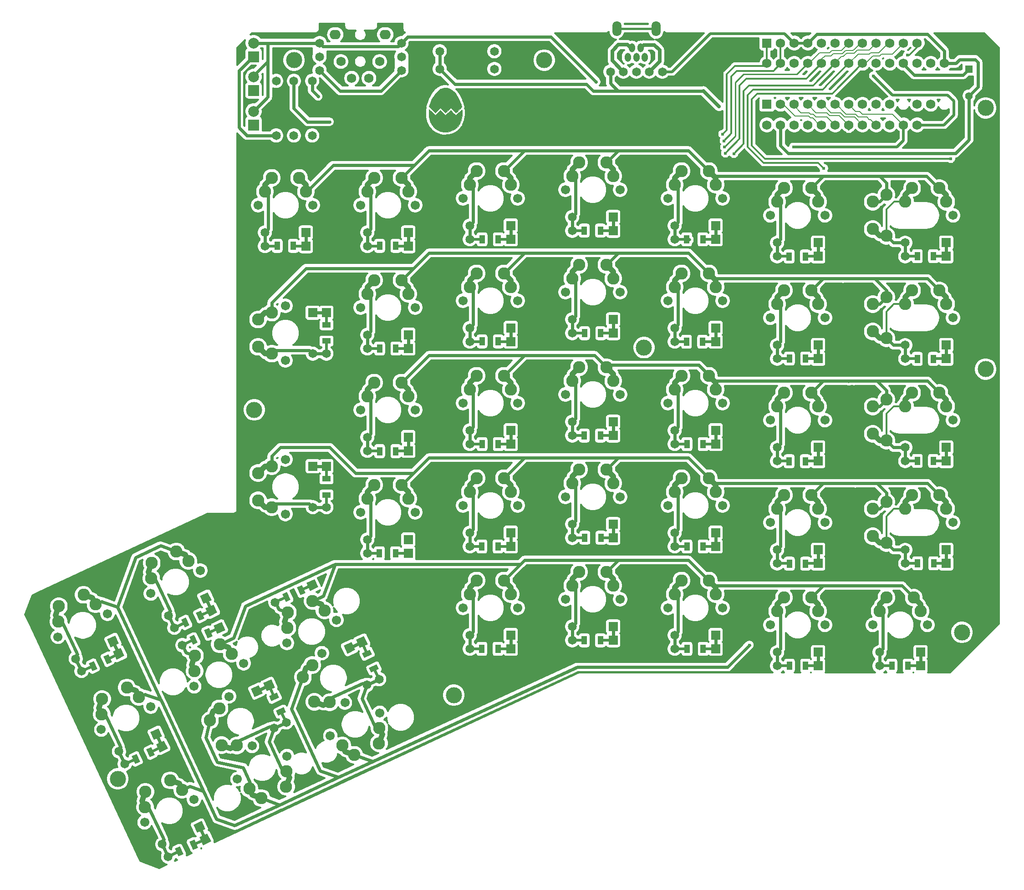
<source format=gbr>
%TF.GenerationSoftware,KiCad,Pcbnew,(5.1.6-0-10_14)*%
%TF.CreationDate,2021-03-26T17:56:53+08:00*%
%TF.ProjectId,ErgoDone,4572676f-446f-46e6-952e-6b696361645f,rev?*%
%TF.SameCoordinates,Original*%
%TF.FileFunction,Copper,L2,Bot*%
%TF.FilePolarity,Positive*%
%FSLAX46Y46*%
G04 Gerber Fmt 4.6, Leading zero omitted, Abs format (unit mm)*
G04 Created by KiCad (PCBNEW (5.1.6-0-10_14)) date 2021-03-26 17:56:53*
%MOMM*%
%LPD*%
G01*
G04 APERTURE LIST*
%TA.AperFunction,EtchedComponent*%
%ADD10C,0.010000*%
%TD*%
%TA.AperFunction,WasherPad*%
%ADD11C,3.000000*%
%TD*%
%TA.AperFunction,ComponentPad*%
%ADD12C,3.000000*%
%TD*%
%TA.AperFunction,ComponentPad*%
%ADD13C,2.286000*%
%TD*%
%TA.AperFunction,ViaPad*%
%ADD14C,1.701800*%
%TD*%
%TA.AperFunction,ComponentPad*%
%ADD15C,1.651000*%
%TD*%
%TA.AperFunction,ComponentPad*%
%ADD16C,0.150000*%
%TD*%
%TA.AperFunction,ComponentPad*%
%ADD17R,1.400000X1.400000*%
%TD*%
%TA.AperFunction,ComponentPad*%
%ADD18C,1.400000*%
%TD*%
%TA.AperFunction,ComponentPad*%
%ADD19O,1.143000X1.651000*%
%TD*%
%TA.AperFunction,ComponentPad*%
%ADD20O,1.701800X2.794000*%
%TD*%
%TA.AperFunction,ComponentPad*%
%ADD21O,2.057400X1.752600*%
%TD*%
%TA.AperFunction,ComponentPad*%
%ADD22C,1.752600*%
%TD*%
%TA.AperFunction,ComponentPad*%
%ADD23R,2.000000X2.000000*%
%TD*%
%TA.AperFunction,ComponentPad*%
%ADD24C,2.000000*%
%TD*%
%TA.AperFunction,ComponentPad*%
%ADD25R,1.651000X1.651000*%
%TD*%
%TA.AperFunction,ComponentPad*%
%ADD26C,2.283460*%
%TD*%
%TA.AperFunction,ComponentPad*%
%ADD27C,2.280920*%
%TD*%
%TA.AperFunction,ComponentPad*%
%ADD28R,1.752600X1.752600*%
%TD*%
%TA.AperFunction,SMDPad,CuDef*%
%ADD29R,1.000000X1.600000*%
%TD*%
%TA.AperFunction,SMDPad,CuDef*%
%ADD30R,1.600000X1.000000*%
%TD*%
%TA.AperFunction,SMDPad,CuDef*%
%ADD31C,0.150000*%
%TD*%
%TA.AperFunction,ViaPad*%
%ADD32C,0.609600*%
%TD*%
%TA.AperFunction,Conductor*%
%ADD33C,0.033020*%
%TD*%
%TA.AperFunction,Conductor*%
%ADD34C,0.304800*%
%TD*%
%TA.AperFunction,Conductor*%
%ADD35C,0.508000*%
%TD*%
%TA.AperFunction,Conductor*%
%ADD36C,0.609600*%
%TD*%
%TA.AperFunction,Conductor*%
%ADD37C,0.203200*%
%TD*%
%TA.AperFunction,Conductor*%
%ADD38C,0.254000*%
%TD*%
%TA.AperFunction,Conductor*%
%ADD39C,1.016000*%
%TD*%
%TA.AperFunction,Conductor*%
%ADD40C,0.711200*%
%TD*%
%TA.AperFunction,Conductor*%
%ADD41C,0.406400*%
%TD*%
%TA.AperFunction,NonConductor*%
%ADD42C,0.304800*%
%TD*%
G04 APERTURE END LIST*
D10*
%TO.C,G\u002A\u002A\u002A*%
G36*
X102450398Y-43280467D02*
G01*
X102983045Y-43454025D01*
X103488349Y-43771545D01*
X103946173Y-44225659D01*
X104062180Y-44375014D01*
X104332838Y-44788000D01*
X104598212Y-45269623D01*
X104830397Y-45762805D01*
X105001494Y-46210464D01*
X105058826Y-46413886D01*
X105158995Y-46847840D01*
X104616948Y-47394749D01*
X104074901Y-47941657D01*
X103096333Y-46973301D01*
X102606824Y-47457702D01*
X102117314Y-47942104D01*
X101196686Y-47009896D01*
X100255276Y-47941482D01*
X99673073Y-47354784D01*
X99090870Y-46768085D01*
X99322551Y-46106043D01*
X99618791Y-45395940D01*
X99981319Y-44749940D01*
X100391339Y-44192766D01*
X100830060Y-43749140D01*
X101278687Y-43443785D01*
X101383625Y-43394719D01*
X101910545Y-43258242D01*
X102450398Y-43280467D01*
G37*
X102450398Y-43280467D02*
X102983045Y-43454025D01*
X103488349Y-43771545D01*
X103946173Y-44225659D01*
X104062180Y-44375014D01*
X104332838Y-44788000D01*
X104598212Y-45269623D01*
X104830397Y-45762805D01*
X105001494Y-46210464D01*
X105058826Y-46413886D01*
X105158995Y-46847840D01*
X104616948Y-47394749D01*
X104074901Y-47941657D01*
X103096333Y-46973301D01*
X102606824Y-47457702D01*
X102117314Y-47942104D01*
X101196686Y-47009896D01*
X100255276Y-47941482D01*
X99673073Y-47354784D01*
X99090870Y-46768085D01*
X99322551Y-46106043D01*
X99618791Y-45395940D01*
X99981319Y-44749940D01*
X100391339Y-44192766D01*
X100830060Y-43749140D01*
X101278687Y-43443785D01*
X101383625Y-43394719D01*
X101910545Y-43258242D01*
X102450398Y-43280467D01*
G36*
X99183192Y-47320749D02*
G01*
X99355496Y-47471896D01*
X99585028Y-47690626D01*
X99709662Y-47814662D01*
X100255099Y-48364991D01*
X100725892Y-47899110D01*
X101196686Y-47433229D01*
X102117314Y-48365437D01*
X102606824Y-47881036D01*
X103096333Y-47396634D01*
X103585617Y-47880812D01*
X104074901Y-48364991D01*
X104622168Y-47812815D01*
X104879655Y-47555134D01*
X105043757Y-47403991D01*
X105140200Y-47345563D01*
X105194705Y-47366027D01*
X105232997Y-47451559D01*
X105242395Y-47479518D01*
X105268149Y-47676765D01*
X105264912Y-47994978D01*
X105233458Y-48388429D01*
X105225922Y-48454768D01*
X105075863Y-49243278D01*
X104824193Y-49903450D01*
X104464865Y-50446739D01*
X103991828Y-50884600D01*
X103913474Y-50939995D01*
X103303500Y-51258689D01*
X102627834Y-51440699D01*
X101929874Y-51478653D01*
X101312351Y-51381896D01*
X100661233Y-51122623D01*
X100102315Y-50727823D01*
X99648299Y-50211484D01*
X99311888Y-49587589D01*
X99126107Y-48974666D01*
X99083130Y-48697577D01*
X99053160Y-48364729D01*
X99036857Y-48016682D01*
X99034881Y-47693996D01*
X99047892Y-47437230D01*
X99076549Y-47286944D01*
X99098279Y-47264333D01*
X99183192Y-47320749D01*
G37*
X99183192Y-47320749D02*
X99355496Y-47471896D01*
X99585028Y-47690626D01*
X99709662Y-47814662D01*
X100255099Y-48364991D01*
X100725892Y-47899110D01*
X101196686Y-47433229D01*
X102117314Y-48365437D01*
X102606824Y-47881036D01*
X103096333Y-47396634D01*
X103585617Y-47880812D01*
X104074901Y-48364991D01*
X104622168Y-47812815D01*
X104879655Y-47555134D01*
X105043757Y-47403991D01*
X105140200Y-47345563D01*
X105194705Y-47366027D01*
X105232997Y-47451559D01*
X105242395Y-47479518D01*
X105268149Y-47676765D01*
X105264912Y-47994978D01*
X105233458Y-48388429D01*
X105225922Y-48454768D01*
X105075863Y-49243278D01*
X104824193Y-49903450D01*
X104464865Y-50446739D01*
X103991828Y-50884600D01*
X103913474Y-50939995D01*
X103303500Y-51258689D01*
X102627834Y-51440699D01*
X101929874Y-51478653D01*
X101312351Y-51381896D01*
X100661233Y-51122623D01*
X100102315Y-50727823D01*
X99648299Y-50211484D01*
X99311888Y-49587589D01*
X99126107Y-48974666D01*
X99083130Y-48697577D01*
X99053160Y-48364729D01*
X99036857Y-48016682D01*
X99034881Y-47693996D01*
X99047892Y-47437230D01*
X99076549Y-47286944D01*
X99098279Y-47264333D01*
X99183192Y-47320749D01*
%TD*%
D11*
%TO.P,REF\u002A\u002A,*%
%TO.N,*%
X139065000Y-91603630D03*
%TD*%
%TO.P,REF\u002A\u002A,*%
%TO.N,*%
X41232000Y-171844000D03*
%TD*%
%TO.P,REF\u002A\u002A,*%
%TO.N,*%
X103712000Y-156284000D03*
%TD*%
%TO.P,REF\u002A\u002A,*%
%TO.N,*%
X198200000Y-144600000D03*
%TD*%
D12*
%TO.P,REF\u002A\u002A,*%
%TO.N,*%
X202600000Y-95600000D03*
%TD*%
D11*
%TO.P,REF\u002A\u002A,*%
%TO.N,*%
X66600000Y-103200000D03*
%TD*%
%TO.P,REF\u002A\u002A,*%
%TO.N,*%
X202600000Y-47000000D03*
%TD*%
%TO.P,REF\u002A\u002A,*%
%TO.N,*%
X120500000Y-38100000D03*
%TD*%
D13*
%TO.P,SW0:8,1*%
%TO.N,/ROW0*%
X52118441Y-129541946D03*
%TO.P,SW0:8,2*%
%TO.N,Net-(D21-Pad1)*%
X47436837Y-134527594D03*
D14*
%TD*%
%TO.N,N/C*%
%TO.C,SW0:8*%
X47359276Y-137366341D03*
%TO.N,N/C*%
%TO.C,SW0:8*%
X56567364Y-133072539D03*
D13*
%TD*%
%TO.P,SW0:8,1*%
%TO.N,/ROW0*%
X54342902Y-131307243D03*
%TO.P,SW0:8,2*%
%TO.N,Net-(D21-Pad1)*%
X47514397Y-131688847D03*
D15*
%TO.P,SW0:8,3*%
X50657188Y-141433659D03*
%TA.AperFunction,ComponentPad*%
D16*
%TO.P,SW0:8,4*%
%TO.N,/COL5*%
G36*
X57163967Y-139310336D02*
G01*
X56466225Y-137814022D01*
X57962539Y-137116280D01*
X58660281Y-138612594D01*
X57163967Y-139310336D01*
G37*
%TD.AperFunction*%
D15*
%TO.P,SW0:8,3*%
%TO.N,Net-(D21-Pad1)*%
X51730638Y-143735681D03*
%TA.AperFunction,ComponentPad*%
D16*
%TO.P,SW0:8,4*%
%TO.N,/COL5*%
G36*
X58237418Y-141612358D02*
G01*
X57539676Y-140116044D01*
X59035990Y-139418302D01*
X59733732Y-140914616D01*
X58237418Y-141612358D01*
G37*
%TD.AperFunction*%
%TD*%
D17*
%TO.P,C1,1*%
%TO.N,VCC*%
X199517000Y-39751000D03*
D18*
%TO.P,C1,2*%
%TO.N,GND*%
X199517000Y-44751000D03*
%TD*%
D19*
%TO.P,J1,1*%
%TO.N,VCC*%
X136042400Y-37553900D03*
%TO.P,J1,2*%
%TO.N,Net-(J1-Pad2)*%
X136842500Y-35806380D03*
%TO.P,J1,3*%
%TO.N,Net-(J1-Pad3)*%
X137642600Y-37553900D03*
%TO.P,J1,4*%
%TO.N,Net-(J1-Pad4)*%
X138442700Y-35806380D03*
%TO.P,J1,5*%
%TO.N,GND*%
X139242800Y-37553900D03*
D20*
%TO.P,J1,6*%
%TO.N,Net-(J1-Pad6)*%
X141290040Y-32230060D03*
X133995160Y-32230060D03*
D15*
%TO.P,J1,2*%
%TO.N,Net-(J1-Pad2)*%
X135229600Y-40259000D03*
%TO.P,J1,1*%
%TO.N,VCC*%
X132816600Y-40259000D03*
%TO.P,J1,3*%
%TO.N,Net-(J1-Pad3)*%
X137642600Y-40259000D03*
%TO.P,J1,5*%
%TO.N,GND*%
X142468600Y-40259000D03*
%TO.P,J1,4*%
%TO.N,Net-(J1-Pad4)*%
X140055600Y-40259000D03*
%TD*%
D21*
%TO.P,J2,1*%
%TO.N,Net-(J2-Pad1)*%
X90957400Y-33375600D03*
D22*
%TO.P,J2,2*%
%TO.N,VCC*%
X82702400Y-38379400D03*
%TO.P,J2,3*%
%TO.N,/SCLM*%
X87909400Y-41478200D03*
D21*
%TO.P,J2,4*%
%TO.N,Net-(J2-Pad4)*%
X81661000Y-33375600D03*
D22*
%TO.P,J2,5*%
%TO.N,/SCLM*%
X84709000Y-41478200D03*
%TO.P,J2,6*%
%TO.N,VCC*%
X89916000Y-38379400D03*
%TD*%
D15*
%TO.P,J3,1*%
%TO.N,/SDAM*%
X93980000Y-40005000D03*
%TO.P,J3,2*%
%TO.N,Net-(J2-Pad1)*%
X93980000Y-37465000D03*
%TO.P,J3,3*%
%TO.N,GND*%
X93980000Y-34925000D03*
%TD*%
%TO.P,J4,1*%
%TO.N,/SDAM*%
X78740000Y-40005000D03*
%TO.P,J4,2*%
%TO.N,Net-(J2-Pad4)*%
X78740000Y-37465000D03*
%TO.P,J4,3*%
%TO.N,GND*%
X78740000Y-34925000D03*
%TD*%
D23*
%TO.P,LED_A1,1*%
%TO.N,Net-(LED_A1-Pad1)*%
X66465000Y-37465000D03*
D24*
%TO.P,LED_A1,2*%
%TO.N,GND*%
X66465000Y-34925000D03*
%TD*%
D23*
%TO.P,LED_B1,1*%
%TO.N,Net-(LED_B1-Pad1)*%
X66465000Y-43765000D03*
D24*
%TO.P,LED_B1,2*%
%TO.N,GND*%
X66465000Y-41225000D03*
%TD*%
D23*
%TO.P,LED_C1,1*%
%TO.N,Net-(LED_C1-Pad1)*%
X66465000Y-50165000D03*
D24*
%TO.P,LED_C1,2*%
%TO.N,GND*%
X66465000Y-47625000D03*
%TD*%
D15*
%TO.P,R1,1*%
%TO.N,VCC*%
X101085000Y-36465000D03*
%TO.P,R1,2*%
%TO.N,/SDAM*%
X111245000Y-36465000D03*
%TD*%
%TO.P,R2,1*%
%TO.N,VCC*%
X101092000Y-39751000D03*
%TO.P,R2,2*%
%TO.N,/SCLM*%
X111252000Y-39751000D03*
%TD*%
%TO.P,RA1,1*%
%TO.N,/LED_A*%
X70665000Y-41985000D03*
%TO.P,RA1,2*%
%TO.N,Net-(LED_A1-Pad1)*%
X70665000Y-52145000D03*
%TD*%
%TO.P,RB1,1*%
%TO.N,/LED_B*%
X73965000Y-41985000D03*
%TO.P,RB1,2*%
%TO.N,Net-(LED_B1-Pad1)*%
X73965000Y-52145000D03*
%TD*%
%TO.P,RC1,1*%
%TO.N,/LED_C*%
X77365000Y-41985000D03*
%TO.P,RC1,2*%
%TO.N,Net-(LED_C1-Pad1)*%
X77365000Y-52145000D03*
%TD*%
D13*
%TO.P,SW0:7,1*%
%TO.N,/ROW0*%
X34854061Y-137591206D03*
%TO.P,SW0:7,2*%
%TO.N,Net-(D10-Pad1)*%
X30172457Y-142576854D03*
D14*
%TD*%
%TO.N,N/C*%
%TO.C,SW0:7*%
X30094896Y-145415601D03*
%TO.N,N/C*%
%TO.C,SW0:7*%
X39302984Y-141121799D03*
D13*
%TD*%
%TO.P,SW0:7,1*%
%TO.N,/ROW0*%
X37078522Y-139356503D03*
%TO.P,SW0:7,2*%
%TO.N,Net-(D10-Pad1)*%
X30250017Y-139738107D03*
D15*
%TO.P,SW0:7,3*%
X33392808Y-149482919D03*
%TA.AperFunction,ComponentPad*%
D16*
%TO.P,SW0:7,4*%
%TO.N,/COL6*%
G36*
X39899587Y-147359596D02*
G01*
X39201845Y-145863282D01*
X40698159Y-145165540D01*
X41395901Y-146661854D01*
X39899587Y-147359596D01*
G37*
%TD.AperFunction*%
D15*
%TO.P,SW0:7,3*%
%TO.N,Net-(D10-Pad1)*%
X34466258Y-151784941D03*
%TA.AperFunction,ComponentPad*%
D16*
%TO.P,SW0:7,4*%
%TO.N,/COL6*%
G36*
X40973038Y-149661618D02*
G01*
X40275296Y-148165304D01*
X41771610Y-147467562D01*
X42469352Y-148963876D01*
X40973038Y-149661618D01*
G37*
%TD.AperFunction*%
%TD*%
D13*
%TO.P,SW0:9,1*%
%TO.N,/ROW0*%
X42903321Y-154855586D03*
%TO.P,SW0:9,2*%
%TO.N,Net-(D33-Pad1)*%
X38221717Y-159841234D03*
D14*
%TD*%
%TO.N,N/C*%
%TO.C,SW0:9*%
X38144156Y-162679981D03*
%TO.N,N/C*%
%TO.C,SW0:9*%
X47352244Y-158386179D03*
D13*
%TD*%
%TO.P,SW0:9,1*%
%TO.N,/ROW0*%
X45127782Y-156620883D03*
%TO.P,SW0:9,2*%
%TO.N,Net-(D33-Pad1)*%
X38299277Y-157002487D03*
D15*
%TO.P,SW0:9,3*%
X41442068Y-166747299D03*
%TA.AperFunction,ComponentPad*%
D16*
%TO.P,SW0:9,4*%
%TO.N,/COL4*%
G36*
X47948847Y-164623976D02*
G01*
X47251105Y-163127662D01*
X48747419Y-162429920D01*
X49445161Y-163926234D01*
X47948847Y-164623976D01*
G37*
%TD.AperFunction*%
D15*
%TO.P,SW0:9,3*%
%TO.N,Net-(D33-Pad1)*%
X42515518Y-169049321D03*
%TA.AperFunction,ComponentPad*%
D16*
%TO.P,SW0:9,4*%
%TO.N,/COL4*%
G36*
X49022298Y-166925998D02*
G01*
X48324556Y-165429684D01*
X49820870Y-164731942D01*
X50518612Y-166228256D01*
X49022298Y-166925998D01*
G37*
%TD.AperFunction*%
%TD*%
D13*
%TO.P,SW0:10,1*%
%TO.N,/ROW0*%
X75625366Y-152910359D03*
%TO.P,SW0:10,2*%
%TO.N,Net-(D45-Pad1)*%
X80611014Y-157591963D03*
D14*
%TD*%
%TO.N,N/C*%
%TO.C,SW0:10*%
X83449761Y-157669524D03*
%TO.N,N/C*%
%TO.C,SW0:10*%
X79155959Y-148461436D03*
D13*
%TD*%
%TO.P,SW0:10,1*%
%TO.N,/ROW0*%
X77390663Y-150685898D03*
%TO.P,SW0:10,2*%
%TO.N,Net-(D45-Pad1)*%
X77772267Y-157514403D03*
D15*
%TO.P,SW0:10,3*%
X87517079Y-154371612D03*
%TA.AperFunction,ComponentPad*%
D16*
%TO.P,SW0:10,4*%
%TO.N,/COL10*%
G36*
X85393756Y-147864833D02*
G01*
X83897442Y-148562575D01*
X83199700Y-147066261D01*
X84696014Y-146368519D01*
X85393756Y-147864833D01*
G37*
%TD.AperFunction*%
D15*
%TO.P,SW0:10,3*%
%TO.N,Net-(D45-Pad1)*%
X89819101Y-153298162D03*
%TA.AperFunction,ComponentPad*%
D16*
%TO.P,SW0:10,4*%
%TO.N,/COL10*%
G36*
X87695778Y-146791382D02*
G01*
X86199464Y-147489124D01*
X85501722Y-145992810D01*
X86998036Y-145295068D01*
X87695778Y-146791382D01*
G37*
%TD.AperFunction*%
%TD*%
D13*
%TO.P,SW0:11,1*%
%TO.N,/ROW0*%
X58360986Y-160962159D03*
%TO.P,SW0:11,2*%
%TO.N,Net-(D57-Pad1)*%
X63346634Y-165643763D03*
D14*
%TD*%
%TO.N,N/C*%
%TO.C,SW0:11*%
X66185381Y-165721324D03*
%TO.N,N/C*%
%TO.C,SW0:11*%
X61891579Y-156513236D03*
D13*
%TD*%
%TO.P,SW0:11,1*%
%TO.N,/ROW0*%
X60126283Y-158737698D03*
%TO.P,SW0:11,2*%
%TO.N,Net-(D57-Pad1)*%
X60507887Y-165566203D03*
D15*
%TO.P,SW0:11,3*%
X70252699Y-162423412D03*
%TA.AperFunction,ComponentPad*%
D16*
%TO.P,SW0:11,4*%
%TO.N,/COL11*%
G36*
X68129376Y-155916633D02*
G01*
X66633062Y-156614375D01*
X65935320Y-155118061D01*
X67431634Y-154420319D01*
X68129376Y-155916633D01*
G37*
%TD.AperFunction*%
D15*
%TO.P,SW0:11,3*%
%TO.N,Net-(D57-Pad1)*%
X72554721Y-161349962D03*
%TA.AperFunction,ComponentPad*%
D16*
%TO.P,SW0:11,4*%
%TO.N,/COL11*%
G36*
X70431398Y-154843182D02*
G01*
X68935084Y-155540924D01*
X68237342Y-154044610D01*
X69733656Y-153346868D01*
X70431398Y-154843182D01*
G37*
%TD.AperFunction*%
%TD*%
D13*
%TO.P,SW0:12,1*%
%TO.N,/ROW0*%
X50955121Y-172122506D03*
%TO.P,SW0:12,2*%
%TO.N,Net-(D69-Pad1)*%
X46273517Y-177108154D03*
D14*
%TD*%
%TO.N,N/C*%
%TO.C,SW0:12*%
X46195956Y-179946901D03*
%TO.N,N/C*%
%TO.C,SW0:12*%
X55404044Y-175653099D03*
D13*
%TD*%
%TO.P,SW0:12,1*%
%TO.N,/ROW0*%
X53179582Y-173887803D03*
%TO.P,SW0:12,2*%
%TO.N,Net-(D69-Pad1)*%
X46351077Y-174269407D03*
D15*
%TO.P,SW0:12,3*%
X49493868Y-184014219D03*
%TA.AperFunction,ComponentPad*%
D16*
%TO.P,SW0:12,4*%
%TO.N,/COL1*%
G36*
X56000647Y-181890896D02*
G01*
X55302905Y-180394582D01*
X56799219Y-179696840D01*
X57496961Y-181193154D01*
X56000647Y-181890896D01*
G37*
%TD.AperFunction*%
D15*
%TO.P,SW0:12,3*%
%TO.N,Net-(D69-Pad1)*%
X50567318Y-186316241D03*
%TA.AperFunction,ComponentPad*%
D16*
%TO.P,SW0:12,4*%
%TO.N,/COL1*%
G36*
X57074098Y-184192918D02*
G01*
X56376356Y-182696604D01*
X57872670Y-181998862D01*
X58570412Y-183495176D01*
X57074098Y-184192918D01*
G37*
%TD.AperFunction*%
%TD*%
D13*
%TO.P,SW1:9,1*%
%TO.N,/ROW1*%
X113030000Y-134947660D03*
%TO.P,SW1:9,2*%
%TO.N,Net-(D31-Pad1)*%
X106680000Y-137487660D03*
D14*
%TD*%
%TO.N,N/C*%
%TO.C,SW1:9*%
X105410000Y-140027660D03*
%TO.N,N/C*%
%TO.C,SW1:9*%
X115570000Y-140027660D03*
D13*
%TD*%
%TO.P,SW1:9,1*%
%TO.N,/ROW1*%
X114300000Y-137487660D03*
%TO.P,SW1:9,2*%
%TO.N,Net-(D31-Pad1)*%
X107950000Y-134947660D03*
D15*
%TO.P,SW1:9,3*%
X106680000Y-145107660D03*
D25*
%TO.P,SW1:9,4*%
%TO.N,/COL4*%
X114300000Y-145107660D03*
D15*
%TO.P,SW1:9,3*%
%TO.N,Net-(D31-Pad1)*%
X106680000Y-147647660D03*
D25*
%TO.P,SW1:9,4*%
%TO.N,/COL4*%
X114300000Y-147647660D03*
%TD*%
D13*
%TO.P,SW1:10,1*%
%TO.N,/ROW1*%
X132080000Y-133350000D03*
%TO.P,SW1:10,2*%
%TO.N,Net-(D43-Pad1)*%
X125730000Y-135890000D03*
D14*
%TD*%
%TO.N,N/C*%
%TO.C,SW1:10*%
X124460000Y-138430000D03*
%TO.N,N/C*%
%TO.C,SW1:10*%
X134620000Y-138430000D03*
D13*
%TD*%
%TO.P,SW1:10,1*%
%TO.N,/ROW1*%
X133350000Y-135890000D03*
%TO.P,SW1:10,2*%
%TO.N,Net-(D43-Pad1)*%
X127000000Y-133350000D03*
D15*
%TO.P,SW1:10,3*%
X125730000Y-143510000D03*
D25*
%TO.P,SW1:10,4*%
%TO.N,/COL10*%
X133350000Y-143510000D03*
D15*
%TO.P,SW1:10,3*%
%TO.N,Net-(D43-Pad1)*%
X125730000Y-146050000D03*
D25*
%TO.P,SW1:10,4*%
%TO.N,/COL10*%
X133350000Y-146050000D03*
%TD*%
D13*
%TO.P,SW1:11,1*%
%TO.N,/ROW1*%
X151130000Y-134947660D03*
%TO.P,SW1:11,2*%
%TO.N,Net-(D55-Pad1)*%
X144780000Y-137487660D03*
D14*
%TD*%
%TO.N,N/C*%
%TO.C,SW1:11*%
X143510000Y-140027660D03*
%TO.N,N/C*%
%TO.C,SW1:11*%
X153670000Y-140027660D03*
D13*
%TD*%
%TO.P,SW1:11,1*%
%TO.N,/ROW1*%
X152400000Y-137487660D03*
%TO.P,SW1:11,2*%
%TO.N,Net-(D55-Pad1)*%
X146050000Y-134947660D03*
D15*
%TO.P,SW1:11,3*%
X144780000Y-145107660D03*
D25*
%TO.P,SW1:11,4*%
%TO.N,/COL11*%
X152400000Y-145107660D03*
D15*
%TO.P,SW1:11,3*%
%TO.N,Net-(D55-Pad1)*%
X144780000Y-147647660D03*
D25*
%TO.P,SW1:11,4*%
%TO.N,/COL11*%
X152400000Y-147647660D03*
%TD*%
D13*
%TO.P,SW1:12,1*%
%TO.N,/ROW1*%
X170180000Y-138122660D03*
%TO.P,SW1:12,2*%
%TO.N,Net-(D67-Pad1)*%
X163830000Y-140662660D03*
D14*
%TD*%
%TO.N,N/C*%
%TO.C,SW1:12*%
X162560000Y-143202660D03*
%TO.N,N/C*%
%TO.C,SW1:12*%
X172720000Y-143202660D03*
D13*
%TD*%
%TO.P,SW1:12,1*%
%TO.N,/ROW1*%
X171450000Y-140662660D03*
%TO.P,SW1:12,2*%
%TO.N,Net-(D67-Pad1)*%
X165100000Y-138122660D03*
D15*
%TO.P,SW1:12,3*%
X163830000Y-148282660D03*
D25*
%TO.P,SW1:12,4*%
%TO.N,/COL1*%
X171450000Y-148282660D03*
D15*
%TO.P,SW1:12,3*%
%TO.N,Net-(D67-Pad1)*%
X163830000Y-150822660D03*
D25*
%TO.P,SW1:12,4*%
%TO.N,/COL1*%
X171450000Y-150822660D03*
%TD*%
D13*
%TO.P,SW1:13,1*%
%TO.N,/ROW1*%
X189230000Y-138122660D03*
%TO.P,SW1:13,2*%
%TO.N,Net-(D79-Pad1)*%
X182880000Y-140662660D03*
D14*
%TD*%
%TO.N,N/C*%
%TO.C,SW1:13*%
X181610000Y-143202660D03*
%TO.N,N/C*%
%TO.C,SW1:13*%
X191770000Y-143202660D03*
D13*
%TD*%
%TO.P,SW1:13,1*%
%TO.N,/ROW1*%
X190500000Y-140662660D03*
%TO.P,SW1:13,2*%
%TO.N,Net-(D79-Pad1)*%
X184150000Y-138122660D03*
D15*
%TO.P,SW1:13,3*%
X182880000Y-148282660D03*
D25*
%TO.P,SW1:13,4*%
%TO.N,/COL0*%
X190500000Y-148282660D03*
D15*
%TO.P,SW1:13,3*%
%TO.N,Net-(D79-Pad1)*%
X182880000Y-150822660D03*
D25*
%TO.P,SW1:13,4*%
%TO.N,/COL0*%
X190500000Y-150822660D03*
%TD*%
D13*
%TO.P,SW2:7,1*%
%TO.N,/ROW2*%
X67310000Y-114945160D03*
%TO.P,SW2:7,2*%
%TO.N,Net-(D5-Pad1)*%
X69850000Y-121295160D03*
D14*
%TD*%
%TO.N,N/C*%
%TO.C,SW2:7*%
X72390000Y-122565160D03*
%TO.N,N/C*%
%TO.C,SW2:7*%
X72390000Y-112405160D03*
D13*
%TD*%
%TO.P,SW2:7,1*%
%TO.N,/ROW2*%
X69850000Y-113675160D03*
%TO.P,SW2:7,2*%
%TO.N,Net-(D5-Pad1)*%
X67310000Y-120025160D03*
D15*
%TO.P,SW2:7,3*%
X77470000Y-121295160D03*
D25*
%TO.P,SW2:7,4*%
%TO.N,/COL6*%
X77470000Y-113675160D03*
D15*
%TO.P,SW2:7,3*%
%TO.N,Net-(D5-Pad1)*%
X80010000Y-121295160D03*
D25*
%TO.P,SW2:7,4*%
%TO.N,/COL6*%
X80010000Y-113675160D03*
%TD*%
D13*
%TO.P,SW2:8,1*%
%TO.N,/ROW2*%
X93980000Y-117167660D03*
%TO.P,SW2:8,2*%
%TO.N,Net-(D17-Pad1)*%
X87630000Y-119707660D03*
D14*
%TD*%
%TO.N,N/C*%
%TO.C,SW2:8*%
X86360000Y-122247660D03*
%TO.N,N/C*%
%TO.C,SW2:8*%
X96520000Y-122247660D03*
D13*
%TD*%
%TO.P,SW2:8,1*%
%TO.N,/ROW2*%
X95250000Y-119707660D03*
%TO.P,SW2:8,2*%
%TO.N,Net-(D17-Pad1)*%
X88900000Y-117167660D03*
D15*
%TO.P,SW2:8,3*%
X87630000Y-127327660D03*
D25*
%TO.P,SW2:8,4*%
%TO.N,/COL5*%
X95250000Y-127327660D03*
D15*
%TO.P,SW2:8,3*%
%TO.N,Net-(D17-Pad1)*%
X87630000Y-129867660D03*
D25*
%TO.P,SW2:8,4*%
%TO.N,/COL5*%
X95250000Y-129867660D03*
%TD*%
D13*
%TO.P,SW2:9,1*%
%TO.N,/ROW2*%
X113030000Y-115897660D03*
%TO.P,SW2:9,2*%
%TO.N,Net-(D29-Pad1)*%
X106680000Y-118437660D03*
D14*
%TD*%
%TO.N,N/C*%
%TO.C,SW2:9*%
X105410000Y-120977660D03*
%TO.N,N/C*%
%TO.C,SW2:9*%
X115570000Y-120977660D03*
D13*
%TD*%
%TO.P,SW2:9,1*%
%TO.N,/ROW2*%
X114300000Y-118437660D03*
%TO.P,SW2:9,2*%
%TO.N,Net-(D29-Pad1)*%
X107950000Y-115897660D03*
D15*
%TO.P,SW2:9,3*%
X106680000Y-126057660D03*
D25*
%TO.P,SW2:9,4*%
%TO.N,/COL4*%
X114300000Y-126057660D03*
D15*
%TO.P,SW2:9,3*%
%TO.N,Net-(D29-Pad1)*%
X106680000Y-128597660D03*
D25*
%TO.P,SW2:9,4*%
%TO.N,/COL4*%
X114300000Y-128597660D03*
%TD*%
D13*
%TO.P,SW2:10,1*%
%TO.N,/ROW2*%
X132080000Y-114300000D03*
%TO.P,SW2:10,2*%
%TO.N,Net-(D41-Pad1)*%
X125730000Y-116840000D03*
D14*
%TD*%
%TO.N,N/C*%
%TO.C,SW2:10*%
X124460000Y-119380000D03*
%TO.N,N/C*%
%TO.C,SW2:10*%
X134620000Y-119380000D03*
D13*
%TD*%
%TO.P,SW2:10,1*%
%TO.N,/ROW2*%
X133350000Y-116840000D03*
%TO.P,SW2:10,2*%
%TO.N,Net-(D41-Pad1)*%
X127000000Y-114300000D03*
D15*
%TO.P,SW2:10,3*%
X125730000Y-124460000D03*
D25*
%TO.P,SW2:10,4*%
%TO.N,/COL10*%
X133350000Y-124460000D03*
D15*
%TO.P,SW2:10,3*%
%TO.N,Net-(D41-Pad1)*%
X125730000Y-127000000D03*
D25*
%TO.P,SW2:10,4*%
%TO.N,/COL10*%
X133350000Y-127000000D03*
%TD*%
D13*
%TO.P,SW2:11,1*%
%TO.N,/ROW2*%
X151130000Y-115897660D03*
%TO.P,SW2:11,2*%
%TO.N,Net-(D53-Pad1)*%
X144780000Y-118437660D03*
D14*
%TD*%
%TO.N,N/C*%
%TO.C,SW2:11*%
X143510000Y-120977660D03*
%TO.N,N/C*%
%TO.C,SW2:11*%
X153670000Y-120977660D03*
D13*
%TD*%
%TO.P,SW2:11,1*%
%TO.N,/ROW2*%
X152400000Y-118437660D03*
%TO.P,SW2:11,2*%
%TO.N,Net-(D53-Pad1)*%
X146050000Y-115897660D03*
D15*
%TO.P,SW2:11,3*%
X144780000Y-126057660D03*
D25*
%TO.P,SW2:11,4*%
%TO.N,/COL11*%
X152400000Y-126057660D03*
D15*
%TO.P,SW2:11,3*%
%TO.N,Net-(D53-Pad1)*%
X144780000Y-128597660D03*
D25*
%TO.P,SW2:11,4*%
%TO.N,/COL11*%
X152400000Y-128597660D03*
%TD*%
D13*
%TO.P,SW2:12,1*%
%TO.N,/ROW2*%
X170180000Y-119072660D03*
%TO.P,SW2:12,2*%
%TO.N,Net-(D65-Pad1)*%
X163830000Y-121612660D03*
D14*
%TD*%
%TO.N,N/C*%
%TO.C,SW2:12*%
X162560000Y-124152660D03*
%TO.N,N/C*%
%TO.C,SW2:12*%
X172720000Y-124152660D03*
D13*
%TD*%
%TO.P,SW2:12,1*%
%TO.N,/ROW2*%
X171450000Y-121612660D03*
%TO.P,SW2:12,2*%
%TO.N,Net-(D65-Pad1)*%
X165100000Y-119072660D03*
D15*
%TO.P,SW2:12,3*%
X163830000Y-129232660D03*
D25*
%TO.P,SW2:12,4*%
%TO.N,/COL1*%
X171450000Y-129232660D03*
D15*
%TO.P,SW2:12,3*%
%TO.N,Net-(D65-Pad1)*%
X163830000Y-131772660D03*
D25*
%TO.P,SW2:12,4*%
%TO.N,/COL1*%
X171450000Y-131772660D03*
%TD*%
D13*
%TO.P,SW3:8,1*%
%TO.N,/ROW3*%
X93980000Y-98117660D03*
%TO.P,SW3:8,2*%
%TO.N,Net-(D15-Pad1)*%
X87630000Y-100657660D03*
D14*
%TD*%
%TO.N,N/C*%
%TO.C,SW3:8*%
X86360000Y-103197660D03*
%TO.N,N/C*%
%TO.C,SW3:8*%
X96520000Y-103197660D03*
D13*
%TD*%
%TO.P,SW3:8,1*%
%TO.N,/ROW3*%
X95250000Y-100657660D03*
%TO.P,SW3:8,2*%
%TO.N,Net-(D15-Pad1)*%
X88900000Y-98117660D03*
D15*
%TO.P,SW3:8,3*%
X87630000Y-108277660D03*
D25*
%TO.P,SW3:8,4*%
%TO.N,/COL5*%
X95250000Y-108277660D03*
D15*
%TO.P,SW3:8,3*%
%TO.N,Net-(D15-Pad1)*%
X87630000Y-110817660D03*
D25*
%TO.P,SW3:8,4*%
%TO.N,/COL5*%
X95250000Y-110817660D03*
%TD*%
D13*
%TO.P,SW3:9,1*%
%TO.N,/ROW3*%
X113030000Y-96847660D03*
%TO.P,SW3:9,2*%
%TO.N,Net-(D27-Pad1)*%
X106680000Y-99387660D03*
D14*
%TD*%
%TO.N,N/C*%
%TO.C,SW3:9*%
X105410000Y-101927660D03*
%TO.N,N/C*%
%TO.C,SW3:9*%
X115570000Y-101927660D03*
D13*
%TD*%
%TO.P,SW3:9,1*%
%TO.N,/ROW3*%
X114300000Y-99387660D03*
%TO.P,SW3:9,2*%
%TO.N,Net-(D27-Pad1)*%
X107950000Y-96847660D03*
D15*
%TO.P,SW3:9,3*%
X106680000Y-107007660D03*
D25*
%TO.P,SW3:9,4*%
%TO.N,/COL4*%
X114300000Y-107007660D03*
D15*
%TO.P,SW3:9,3*%
%TO.N,Net-(D27-Pad1)*%
X106680000Y-109547660D03*
D25*
%TO.P,SW3:9,4*%
%TO.N,/COL4*%
X114300000Y-109547660D03*
%TD*%
D13*
%TO.P,SW3:10,1*%
%TO.N,/ROW3*%
X132080000Y-95250000D03*
%TO.P,SW3:10,2*%
%TO.N,Net-(D39-Pad1)*%
X125730000Y-97790000D03*
D14*
%TD*%
%TO.N,N/C*%
%TO.C,SW3:10*%
X124460000Y-100330000D03*
%TO.N,N/C*%
%TO.C,SW3:10*%
X134620000Y-100330000D03*
D13*
%TD*%
%TO.P,SW3:10,1*%
%TO.N,/ROW3*%
X133350000Y-97790000D03*
%TO.P,SW3:10,2*%
%TO.N,Net-(D39-Pad1)*%
X127000000Y-95250000D03*
D15*
%TO.P,SW3:10,3*%
X125730000Y-105410000D03*
D25*
%TO.P,SW3:10,4*%
%TO.N,/COL10*%
X133350000Y-105410000D03*
D15*
%TO.P,SW3:10,3*%
%TO.N,Net-(D39-Pad1)*%
X125730000Y-107950000D03*
D25*
%TO.P,SW3:10,4*%
%TO.N,/COL10*%
X133350000Y-107950000D03*
%TD*%
D13*
%TO.P,SW3:11,1*%
%TO.N,/ROW3*%
X151130000Y-96847660D03*
%TO.P,SW3:11,2*%
%TO.N,Net-(D51-Pad1)*%
X144780000Y-99387660D03*
D14*
%TD*%
%TO.N,N/C*%
%TO.C,SW3:11*%
X143510000Y-101927660D03*
%TO.N,N/C*%
%TO.C,SW3:11*%
X153670000Y-101927660D03*
D13*
%TD*%
%TO.P,SW3:11,1*%
%TO.N,/ROW3*%
X152400000Y-99387660D03*
%TO.P,SW3:11,2*%
%TO.N,Net-(D51-Pad1)*%
X146050000Y-96847660D03*
D15*
%TO.P,SW3:11,3*%
X144780000Y-107007660D03*
D25*
%TO.P,SW3:11,4*%
%TO.N,/COL11*%
X152400000Y-107007660D03*
D15*
%TO.P,SW3:11,3*%
%TO.N,Net-(D51-Pad1)*%
X144780000Y-109547660D03*
D25*
%TO.P,SW3:11,4*%
%TO.N,/COL11*%
X152400000Y-109547660D03*
%TD*%
D13*
%TO.P,SW3:12,1*%
%TO.N,/ROW3*%
X170180000Y-100022660D03*
%TO.P,SW3:12,2*%
%TO.N,Net-(D63-Pad1)*%
X163830000Y-102562660D03*
D14*
%TD*%
%TO.N,N/C*%
%TO.C,SW3:12*%
X162560000Y-105102660D03*
%TO.N,N/C*%
%TO.C,SW3:12*%
X172720000Y-105102660D03*
D13*
%TD*%
%TO.P,SW3:12,1*%
%TO.N,/ROW3*%
X171450000Y-102562660D03*
%TO.P,SW3:12,2*%
%TO.N,Net-(D63-Pad1)*%
X165100000Y-100022660D03*
D15*
%TO.P,SW3:12,3*%
X163830000Y-110182660D03*
D25*
%TO.P,SW3:12,4*%
%TO.N,/COL1*%
X171450000Y-110182660D03*
D15*
%TO.P,SW3:12,3*%
%TO.N,Net-(D63-Pad1)*%
X163830000Y-112722660D03*
D25*
%TO.P,SW3:12,4*%
%TO.N,/COL1*%
X171450000Y-112722660D03*
%TD*%
D13*
%TO.P,SW4:7,1*%
%TO.N,/ROW4*%
X67310000Y-86370160D03*
%TO.P,SW4:7,2*%
%TO.N,Net-(D3-Pad1)*%
X69850000Y-92720160D03*
D14*
%TD*%
%TO.N,N/C*%
%TO.C,SW4:7*%
X72390000Y-93990160D03*
%TO.N,N/C*%
%TO.C,SW4:7*%
X72390000Y-83830160D03*
D13*
%TD*%
%TO.P,SW4:7,1*%
%TO.N,/ROW4*%
X69850000Y-85100160D03*
%TO.P,SW4:7,2*%
%TO.N,Net-(D3-Pad1)*%
X67310000Y-91450160D03*
D15*
%TO.P,SW4:7,3*%
X77470000Y-92720160D03*
D25*
%TO.P,SW4:7,4*%
%TO.N,/COL6*%
X77470000Y-85100160D03*
D15*
%TO.P,SW4:7,3*%
%TO.N,Net-(D3-Pad1)*%
X80010000Y-92720160D03*
D25*
%TO.P,SW4:7,4*%
%TO.N,/COL6*%
X80010000Y-85100160D03*
%TD*%
D13*
%TO.P,SW4:8,1*%
%TO.N,/ROW4*%
X93980000Y-79067660D03*
%TO.P,SW4:8,2*%
%TO.N,Net-(D13-Pad1)*%
X87630000Y-81607660D03*
D14*
%TD*%
%TO.N,N/C*%
%TO.C,SW4:8*%
X86360000Y-84147660D03*
%TO.N,N/C*%
%TO.C,SW4:8*%
X96520000Y-84147660D03*
D13*
%TD*%
%TO.P,SW4:8,1*%
%TO.N,/ROW4*%
X95250000Y-81607660D03*
%TO.P,SW4:8,2*%
%TO.N,Net-(D13-Pad1)*%
X88900000Y-79067660D03*
D15*
%TO.P,SW4:8,3*%
X87630000Y-89227660D03*
D25*
%TO.P,SW4:8,4*%
%TO.N,/COL5*%
X95250000Y-89227660D03*
D15*
%TO.P,SW4:8,3*%
%TO.N,Net-(D13-Pad1)*%
X87630000Y-91767660D03*
D25*
%TO.P,SW4:8,4*%
%TO.N,/COL5*%
X95250000Y-91767660D03*
%TD*%
D13*
%TO.P,SW4:9,1*%
%TO.N,/ROW4*%
X113030000Y-77797660D03*
%TO.P,SW4:9,2*%
%TO.N,Net-(D25-Pad1)*%
X106680000Y-80337660D03*
D14*
%TD*%
%TO.N,N/C*%
%TO.C,SW4:9*%
X105410000Y-82877660D03*
%TO.N,N/C*%
%TO.C,SW4:9*%
X115570000Y-82877660D03*
D13*
%TD*%
%TO.P,SW4:9,1*%
%TO.N,/ROW4*%
X114300000Y-80337660D03*
%TO.P,SW4:9,2*%
%TO.N,Net-(D25-Pad1)*%
X107950000Y-77797660D03*
D15*
%TO.P,SW4:9,3*%
X106680000Y-87957660D03*
D25*
%TO.P,SW4:9,4*%
%TO.N,/COL4*%
X114300000Y-87957660D03*
D15*
%TO.P,SW4:9,3*%
%TO.N,Net-(D25-Pad1)*%
X106680000Y-90497660D03*
D25*
%TO.P,SW4:9,4*%
%TO.N,/COL4*%
X114300000Y-90497660D03*
%TD*%
D13*
%TO.P,SW4:10,1*%
%TO.N,/ROW4*%
X132080000Y-76200000D03*
%TO.P,SW4:10,2*%
%TO.N,Net-(D37-Pad1)*%
X125730000Y-78740000D03*
D14*
%TD*%
%TO.N,N/C*%
%TO.C,SW4:10*%
X124460000Y-81280000D03*
%TO.N,N/C*%
%TO.C,SW4:10*%
X134620000Y-81280000D03*
D13*
%TD*%
%TO.P,SW4:10,1*%
%TO.N,/ROW4*%
X133350000Y-78740000D03*
%TO.P,SW4:10,2*%
%TO.N,Net-(D37-Pad1)*%
X127000000Y-76200000D03*
D15*
%TO.P,SW4:10,3*%
X125730000Y-86360000D03*
D25*
%TO.P,SW4:10,4*%
%TO.N,/COL10*%
X133350000Y-86360000D03*
D15*
%TO.P,SW4:10,3*%
%TO.N,Net-(D37-Pad1)*%
X125730000Y-88900000D03*
D25*
%TO.P,SW4:10,4*%
%TO.N,/COL10*%
X133350000Y-88900000D03*
%TD*%
D13*
%TO.P,SW4:11,1*%
%TO.N,/ROW4*%
X151130000Y-77797660D03*
%TO.P,SW4:11,2*%
%TO.N,Net-(D49-Pad1)*%
X144780000Y-80337660D03*
D14*
%TD*%
%TO.N,N/C*%
%TO.C,SW4:11*%
X143510000Y-82877660D03*
%TO.N,N/C*%
%TO.C,SW4:11*%
X153670000Y-82877660D03*
D13*
%TD*%
%TO.P,SW4:11,1*%
%TO.N,/ROW4*%
X152400000Y-80337660D03*
%TO.P,SW4:11,2*%
%TO.N,Net-(D49-Pad1)*%
X146050000Y-77797660D03*
D15*
%TO.P,SW4:11,3*%
X144780000Y-87957660D03*
D25*
%TO.P,SW4:11,4*%
%TO.N,/COL11*%
X152400000Y-87957660D03*
D15*
%TO.P,SW4:11,3*%
%TO.N,Net-(D49-Pad1)*%
X144780000Y-90497660D03*
D25*
%TO.P,SW4:11,4*%
%TO.N,/COL11*%
X152400000Y-90497660D03*
%TD*%
D13*
%TO.P,SW4:12,1*%
%TO.N,/ROW4*%
X170180000Y-80972660D03*
%TO.P,SW4:12,2*%
%TO.N,Net-(D61-Pad1)*%
X163830000Y-83512660D03*
D14*
%TD*%
%TO.N,N/C*%
%TO.C,SW4:12*%
X162560000Y-86052660D03*
%TO.N,N/C*%
%TO.C,SW4:12*%
X172720000Y-86052660D03*
D13*
%TD*%
%TO.P,SW4:12,1*%
%TO.N,/ROW4*%
X171450000Y-83512660D03*
%TO.P,SW4:12,2*%
%TO.N,Net-(D61-Pad1)*%
X165100000Y-80972660D03*
D15*
%TO.P,SW4:12,3*%
X163830000Y-91132660D03*
D25*
%TO.P,SW4:12,4*%
%TO.N,/COL1*%
X171450000Y-91132660D03*
D15*
%TO.P,SW4:12,3*%
%TO.N,Net-(D61-Pad1)*%
X163830000Y-93672660D03*
D25*
%TO.P,SW4:12,4*%
%TO.N,/COL1*%
X171450000Y-93672660D03*
%TD*%
D13*
%TO.P,SW4:13,1*%
%TO.N,/ROW4*%
X193992500Y-80972660D03*
%TO.P,SW4:13,2*%
%TO.N,Net-(D73-Pad1)*%
X187642500Y-83512660D03*
D14*
%TD*%
%TO.N,N/C*%
%TO.C,SW4:13*%
X196532500Y-86052660D03*
D26*
%TO.P,SW4:13,1*%
%TO.N,/ROW4*%
X195262500Y-83512660D03*
D13*
%TO.P,SW4:13,2*%
%TO.N,Net-(D73-Pad1)*%
X188912500Y-80972660D03*
D15*
%TO.P,SW4:13,3*%
X187642500Y-91132660D03*
D25*
%TO.P,SW4:13,4*%
%TO.N,/COL0*%
X195262500Y-91132660D03*
D15*
%TO.P,SW4:13,3*%
%TO.N,Net-(D73-Pad1)*%
X187642500Y-93672660D03*
D25*
%TO.P,SW4:13,4*%
%TO.N,/COL0*%
X195262500Y-93672660D03*
D27*
%TO.P,SW4:13,1*%
%TO.N,/ROW4*%
X181610000Y-83512660D03*
X184150000Y-82242660D03*
%TO.P,SW4:13,2*%
%TO.N,Net-(D73-Pad1)*%
X184150000Y-89862660D03*
X181610000Y-88592660D03*
%TD*%
D13*
%TO.P,SW5:7,1*%
%TO.N,/ROW5*%
X74930000Y-60020200D03*
%TO.P,SW5:7,2*%
%TO.N,Net-(D1-Pad1)*%
X68580000Y-62560200D03*
D14*
%TD*%
%TO.N,N/C*%
%TO.C,SW5:7*%
X67310000Y-65100200D03*
%TO.N,N/C*%
%TO.C,SW5:7*%
X77470000Y-65100200D03*
D13*
%TD*%
%TO.P,SW5:7,1*%
%TO.N,/ROW5*%
X76200000Y-62560200D03*
%TO.P,SW5:7,2*%
%TO.N,Net-(D1-Pad1)*%
X69850000Y-60020200D03*
D15*
%TO.P,SW5:7,3*%
X68580000Y-70180200D03*
D25*
%TO.P,SW5:7,4*%
%TO.N,/COL6*%
X76200000Y-70180200D03*
D15*
%TO.P,SW5:7,3*%
%TO.N,Net-(D1-Pad1)*%
X68580000Y-72720200D03*
D25*
%TO.P,SW5:7,4*%
%TO.N,/COL6*%
X76200000Y-72720200D03*
%TD*%
D13*
%TO.P,SW5:8,1*%
%TO.N,/ROW5*%
X93980000Y-60020200D03*
%TO.P,SW5:8,2*%
%TO.N,Net-(D11-Pad1)*%
X87630000Y-62560200D03*
D14*
%TD*%
%TO.N,N/C*%
%TO.C,SW5:8*%
X86360000Y-65100200D03*
%TO.N,N/C*%
%TO.C,SW5:8*%
X96520000Y-65100200D03*
D13*
%TD*%
%TO.P,SW5:8,1*%
%TO.N,/ROW5*%
X95250000Y-62560200D03*
%TO.P,SW5:8,2*%
%TO.N,Net-(D11-Pad1)*%
X88900000Y-60020200D03*
D15*
%TO.P,SW5:8,3*%
X87630000Y-70180200D03*
D25*
%TO.P,SW5:8,4*%
%TO.N,/COL5*%
X95250000Y-70180200D03*
D15*
%TO.P,SW5:8,3*%
%TO.N,Net-(D11-Pad1)*%
X87630000Y-72720200D03*
D25*
%TO.P,SW5:8,4*%
%TO.N,/COL5*%
X95250000Y-72720200D03*
%TD*%
D13*
%TO.P,SW5:9,1*%
%TO.N,/ROW5*%
X113030000Y-58747660D03*
%TO.P,SW5:9,2*%
%TO.N,Net-(D23-Pad1)*%
X106680000Y-61287660D03*
D14*
%TD*%
%TO.N,N/C*%
%TO.C,SW5:9*%
X105410000Y-63827660D03*
%TO.N,N/C*%
%TO.C,SW5:9*%
X115570000Y-63827660D03*
D13*
%TD*%
%TO.P,SW5:9,1*%
%TO.N,/ROW5*%
X114300000Y-61287660D03*
%TO.P,SW5:9,2*%
%TO.N,Net-(D23-Pad1)*%
X107950000Y-58747660D03*
D15*
%TO.P,SW5:9,3*%
X106680000Y-68907660D03*
D25*
%TO.P,SW5:9,4*%
%TO.N,/COL4*%
X114300000Y-68907660D03*
D15*
%TO.P,SW5:9,3*%
%TO.N,Net-(D23-Pad1)*%
X106680000Y-71447660D03*
D25*
%TO.P,SW5:9,4*%
%TO.N,/COL4*%
X114300000Y-71447660D03*
%TD*%
D13*
%TO.P,SW5:10,1*%
%TO.N,/ROW5*%
X132080000Y-57150000D03*
%TO.P,SW5:10,2*%
%TO.N,Net-(D35-Pad1)*%
X125730000Y-59690000D03*
D14*
%TD*%
%TO.N,N/C*%
%TO.C,SW5:10*%
X124460000Y-62230000D03*
%TO.N,N/C*%
%TO.C,SW5:10*%
X134620000Y-62230000D03*
D13*
%TD*%
%TO.P,SW5:10,1*%
%TO.N,/ROW5*%
X133350000Y-59690000D03*
%TO.P,SW5:10,2*%
%TO.N,Net-(D35-Pad1)*%
X127000000Y-57150000D03*
D15*
%TO.P,SW5:10,3*%
X125730000Y-67310000D03*
D25*
%TO.P,SW5:10,4*%
%TO.N,/COL10*%
X133350000Y-67310000D03*
D15*
%TO.P,SW5:10,3*%
%TO.N,Net-(D35-Pad1)*%
X125730000Y-69850000D03*
D25*
%TO.P,SW5:10,4*%
%TO.N,/COL10*%
X133350000Y-69850000D03*
%TD*%
D13*
%TO.P,SW5:11,1*%
%TO.N,/ROW5*%
X151130000Y-58747660D03*
%TO.P,SW5:11,2*%
%TO.N,Net-(D47-Pad1)*%
X144780000Y-61287660D03*
D14*
%TD*%
%TO.N,N/C*%
%TO.C,SW5:11*%
X143510000Y-63827660D03*
%TO.N,N/C*%
%TO.C,SW5:11*%
X153670000Y-63827660D03*
D13*
%TD*%
%TO.P,SW5:11,1*%
%TO.N,/ROW5*%
X152400000Y-61287660D03*
%TO.P,SW5:11,2*%
%TO.N,Net-(D47-Pad1)*%
X146050000Y-58747660D03*
D15*
%TO.P,SW5:11,3*%
X144780000Y-68907660D03*
D25*
%TO.P,SW5:11,4*%
%TO.N,/COL11*%
X152400000Y-68907660D03*
D15*
%TO.P,SW5:11,3*%
%TO.N,Net-(D47-Pad1)*%
X144780000Y-71447660D03*
D25*
%TO.P,SW5:11,4*%
%TO.N,/COL11*%
X152400000Y-71447660D03*
%TD*%
D13*
%TO.P,SW5:12,1*%
%TO.N,/ROW5*%
X170180000Y-61925200D03*
%TO.P,SW5:12,2*%
%TO.N,Net-(D59-Pad1)*%
X163830000Y-64465200D03*
D14*
%TD*%
%TO.N,N/C*%
%TO.C,SW5:12*%
X162560000Y-67005200D03*
%TO.N,N/C*%
%TO.C,SW5:12*%
X172720000Y-67005200D03*
D13*
%TD*%
%TO.P,SW5:12,1*%
%TO.N,/ROW5*%
X171450000Y-64465200D03*
%TO.P,SW5:12,2*%
%TO.N,Net-(D59-Pad1)*%
X165100000Y-61925200D03*
D15*
%TO.P,SW5:12,3*%
X163830000Y-72085200D03*
D25*
%TO.P,SW5:12,4*%
%TO.N,/COL1*%
X171450000Y-72085200D03*
D15*
%TO.P,SW5:12,3*%
%TO.N,Net-(D59-Pad1)*%
X163830000Y-74625200D03*
D25*
%TO.P,SW5:12,4*%
%TO.N,/COL1*%
X171450000Y-74625200D03*
%TD*%
D13*
%TO.P,SW5:13,1*%
%TO.N,/ROW5*%
X193992500Y-61925200D03*
%TO.P,SW5:13,2*%
%TO.N,Net-(D71-Pad1)*%
X187642500Y-64465200D03*
D14*
%TD*%
%TO.N,N/C*%
%TO.C,SW5:13*%
X196532500Y-67005200D03*
D26*
%TO.P,SW5:13,1*%
%TO.N,/ROW5*%
X195262500Y-64465200D03*
D13*
%TO.P,SW5:13,2*%
%TO.N,Net-(D71-Pad1)*%
X188912500Y-61925200D03*
D15*
%TO.P,SW5:13,3*%
X187642500Y-72085200D03*
D25*
%TO.P,SW5:13,4*%
%TO.N,/COL0*%
X195262500Y-72085200D03*
D15*
%TO.P,SW5:13,3*%
%TO.N,Net-(D71-Pad1)*%
X187642500Y-74625200D03*
D25*
%TO.P,SW5:13,4*%
%TO.N,/COL0*%
X195262500Y-74625200D03*
D27*
%TO.P,SW5:13,1*%
%TO.N,/ROW5*%
X181610000Y-64465200D03*
X184150000Y-63195200D03*
%TO.P,SW5:13,2*%
%TO.N,Net-(D71-Pad1)*%
X184150000Y-70815200D03*
X181610000Y-69545200D03*
%TD*%
D13*
%TO.P,SX0:10,1*%
%TO.N,/ROW0*%
X85176179Y-167376434D03*
%TO.P,SX0:10,2*%
%TO.N,Net-(D45-Pad1)*%
X89857783Y-162390786D03*
D14*
%TD*%
%TO.N,N/C*%
%TO.C,SX0:10*%
X89935344Y-159552039D03*
%TO.N,N/C*%
%TO.C,SX0:10*%
X80727256Y-163845841D03*
D13*
%TD*%
%TO.P,SX0:10,1*%
%TO.N,/ROW0*%
X82951718Y-165611137D03*
%TO.P,SX0:10,2*%
%TO.N,Net-(D45-Pad1)*%
X89780223Y-165229533D03*
%TD*%
%TO.P,SX0:11,1*%
%TO.N,/ROW0*%
X67909259Y-175425694D03*
%TO.P,SX0:11,2*%
%TO.N,Net-(D57-Pad1)*%
X72590863Y-170440046D03*
D14*
%TD*%
%TO.N,N/C*%
%TO.C,SX0:11*%
X72668424Y-167601299D03*
%TO.N,N/C*%
%TO.C,SX0:11*%
X63460336Y-171895101D03*
D13*
%TD*%
%TO.P,SX0:11,1*%
%TO.N,/ROW0*%
X65684798Y-173660397D03*
%TO.P,SX0:11,2*%
%TO.N,Net-(D57-Pad1)*%
X72513303Y-173278793D03*
%TD*%
D28*
%TO.P,U1,1*%
%TO.N,/COL6*%
X161925000Y-34925000D03*
D22*
%TO.P,U1,2*%
%TO.N,/COL5*%
X164465000Y-34925000D03*
%TO.P,U1,3*%
%TO.N,GND*%
X167005000Y-34925000D03*
%TO.P,U1,4*%
X169545000Y-34925000D03*
%TO.P,U1,5*%
%TO.N,/SDAM*%
X172085000Y-34925000D03*
%TO.P,U1,6*%
%TO.N,/SCLM*%
X174625000Y-34925000D03*
%TO.P,U1,7*%
%TO.N,/COL4*%
X177165000Y-34925000D03*
%TO.P,U1,8*%
%TO.N,/COL10*%
X179705000Y-34925000D03*
%TO.P,U1,9*%
%TO.N,/COL11*%
X182245000Y-34925000D03*
%TO.P,U1,10*%
%TO.N,/COL1*%
X184785000Y-34925000D03*
%TO.P,U1,11*%
%TO.N,/COL0*%
X187325000Y-34925000D03*
%TO.P,U1,12*%
%TO.N,/LED_A*%
X189865000Y-34925000D03*
%TO.P,U1,18*%
%TO.N,/LED_B*%
X189865000Y-50165000D03*
%TO.P,U1,19*%
%TO.N,/ROW0*%
X187325000Y-50165000D03*
%TO.P,U1,20*%
%TO.N,/LED_C*%
X184785000Y-50165000D03*
%TO.P,U1,21*%
%TO.N,/ROW1*%
X182245000Y-50165000D03*
%TO.P,U1,22*%
%TO.N,/ROW2*%
X179705000Y-50165000D03*
%TO.P,U1,23*%
%TO.N,/ROW3*%
X177165000Y-50165000D03*
%TO.P,U1,24*%
%TO.N,/ROW4*%
X174625000Y-50165000D03*
%TO.P,U1,27*%
%TO.N,N/C*%
X167005000Y-50165000D03*
%TO.P,U1,28*%
%TO.N,GND*%
X164465000Y-50165000D03*
%TO.P,U1,29*%
%TO.N,N/C*%
X161925000Y-50165000D03*
%TO.P,U1,25*%
%TO.N,/ROW5*%
X172085000Y-50165000D03*
%TO.P,U1,26*%
%TO.N,VCC*%
X169545000Y-50165000D03*
%TD*%
%TO.P,U2,2*%
%TO.N,/ROW5*%
X164450000Y-46330000D03*
%TO.P,U2,3*%
%TO.N,/ROW4*%
X166990000Y-46330000D03*
%TO.P,U2,4*%
%TO.N,/ROW3*%
X169530000Y-46330000D03*
%TO.P,U2,5*%
%TO.N,/ROW2*%
X172070000Y-46330000D03*
%TO.P,U2,6*%
%TO.N,/ROW1*%
X174610000Y-46330000D03*
%TO.P,U2,7*%
%TO.N,/ROW0*%
X177150000Y-46330000D03*
%TO.P,U2,8*%
%TO.N,N/C*%
X179690000Y-46330000D03*
%TO.P,U2,9*%
%TO.N,VCC*%
X182230000Y-46330000D03*
%TO.P,U2,10*%
%TO.N,GND*%
X184770000Y-46330000D03*
%TO.P,U2,12*%
%TO.N,/SCLM*%
X189850000Y-46330000D03*
%TO.P,U2,13*%
%TO.N,/SDAM*%
X192390000Y-46330000D03*
D28*
%TO.P,U2,1*%
%TO.N,N/C*%
X161910000Y-46330000D03*
D22*
%TO.P,U2,15*%
%TO.N,GND*%
X194930000Y-38710000D03*
%TO.P,U2,16*%
X192390000Y-38710000D03*
%TO.P,U2,17*%
X189850000Y-38710000D03*
%TO.P,U2,18*%
%TO.N,VCC*%
X187310000Y-38710000D03*
%TO.P,U2,19*%
%TO.N,N/C*%
X184770000Y-38710000D03*
%TO.P,U2,20*%
X182230000Y-38710000D03*
%TO.P,U2,21*%
%TO.N,/COL0*%
X179690000Y-38710000D03*
%TO.P,U2,22*%
%TO.N,/COL1*%
X177150000Y-38710000D03*
%TO.P,U2,23*%
%TO.N,/COL11*%
X174610000Y-38710000D03*
%TO.P,U2,24*%
%TO.N,/COL10*%
X172070000Y-38710000D03*
%TO.P,U2,25*%
%TO.N,/COL4*%
X169530000Y-38710000D03*
%TO.P,U2,26*%
%TO.N,N/C*%
X166990000Y-38710000D03*
%TO.P,U2,27*%
%TO.N,/COL5*%
X164450000Y-38710000D03*
%TO.P,U2,28*%
%TO.N,/COL6*%
X161910000Y-38710000D03*
%TD*%
D13*
%TO.P,SX1:7,1*%
%TO.N,/ROW1*%
X60170241Y-146806326D03*
%TO.P,SX1:7,2*%
%TO.N,Net-(D7-Pad1)*%
X55488637Y-151791974D03*
D14*
%TD*%
%TO.N,N/C*%
%TO.C,SX1:7*%
X55411076Y-154630721D03*
%TO.N,N/C*%
%TO.C,SX1:7*%
X64619164Y-150336919D03*
D13*
%TD*%
%TO.P,SX1:7,1*%
%TO.N,/ROW1*%
X62394702Y-148571623D03*
%TO.P,SX1:7,2*%
%TO.N,Net-(D7-Pad1)*%
X55566197Y-148953227D03*
%TD*%
%TO.P,SX1:8,1*%
%TO.N,/ROW1*%
X77434621Y-138754526D03*
%TO.P,SX1:8,2*%
%TO.N,Net-(D19-Pad1)*%
X72753017Y-143740174D03*
D14*
%TD*%
%TO.N,N/C*%
%TO.C,SX1:8*%
X72675456Y-146578921D03*
%TO.N,N/C*%
%TO.C,SX1:8*%
X81883544Y-142285119D03*
D13*
%TD*%
%TO.P,SX1:8,1*%
%TO.N,/ROW1*%
X79659082Y-140519823D03*
%TO.P,SX1:8,2*%
%TO.N,Net-(D19-Pad1)*%
X72830577Y-140901427D03*
%TD*%
%TO.P,SW2:13,1*%
%TO.N,/ROW2*%
X193992500Y-119072660D03*
%TO.P,SW2:13,2*%
%TO.N,Net-(D77-Pad1)*%
X187642500Y-121612660D03*
D14*
%TD*%
%TO.N,N/C*%
%TO.C,SW2:13*%
X196532500Y-124152660D03*
D26*
%TO.P,SW2:13,1*%
%TO.N,/ROW2*%
X195262500Y-121612660D03*
D13*
%TO.P,SW2:13,2*%
%TO.N,Net-(D77-Pad1)*%
X188912500Y-119072660D03*
D15*
%TO.P,SW2:13,3*%
X187642500Y-129232660D03*
D25*
%TO.P,SW2:13,4*%
%TO.N,/COL0*%
X195262500Y-129232660D03*
D15*
%TO.P,SW2:13,3*%
%TO.N,Net-(D77-Pad1)*%
X187642500Y-131772660D03*
D25*
%TO.P,SW2:13,4*%
%TO.N,/COL0*%
X195262500Y-131772660D03*
D27*
%TO.P,SW2:13,1*%
%TO.N,/ROW2*%
X181610000Y-121612660D03*
X184150000Y-120342660D03*
%TO.P,SW2:13,2*%
%TO.N,Net-(D77-Pad1)*%
X184150000Y-127962660D03*
X181610000Y-126692660D03*
%TD*%
D13*
%TO.P,SW3:13,1*%
%TO.N,/ROW3*%
X193992500Y-100022660D03*
%TO.P,SW3:13,2*%
%TO.N,Net-(D75-Pad1)*%
X187642500Y-102562660D03*
D14*
%TD*%
%TO.N,N/C*%
%TO.C,SW3:13*%
X196532500Y-105102660D03*
D26*
%TO.P,SW3:13,1*%
%TO.N,/ROW3*%
X195262500Y-102562660D03*
D13*
%TO.P,SW3:13,2*%
%TO.N,Net-(D75-Pad1)*%
X188912500Y-100022660D03*
D15*
%TO.P,SW3:13,3*%
X187642500Y-110182660D03*
D25*
%TO.P,SW3:13,4*%
%TO.N,/COL0*%
X195262500Y-110182660D03*
D15*
%TO.P,SW3:13,3*%
%TO.N,Net-(D75-Pad1)*%
X187642500Y-112722660D03*
D25*
%TO.P,SW3:13,4*%
%TO.N,/COL0*%
X195262500Y-112722660D03*
D27*
%TO.P,SW3:13,1*%
%TO.N,/ROW3*%
X181610000Y-102562660D03*
X184150000Y-101292660D03*
%TO.P,SW3:13,2*%
%TO.N,Net-(D75-Pad1)*%
X184150000Y-108912660D03*
X181610000Y-107642660D03*
%TD*%
D15*
%TO.P,D81,1*%
%TO.N,Net-(D7-Pad1)*%
X53214367Y-146974376D03*
%TA.AperFunction,ComponentPad*%
D16*
%TO.P,D81,2*%
%TO.N,/COL6*%
G36*
X59721147Y-144851052D02*
G01*
X59023405Y-143354738D01*
X60519719Y-142656996D01*
X61217461Y-144153310D01*
X59721147Y-144851052D01*
G37*
%TD.AperFunction*%
%TD*%
D15*
%TO.P,D82,1*%
%TO.N,Net-(D19-Pad1)*%
X70486367Y-138998776D03*
%TA.AperFunction,ComponentPad*%
D16*
%TO.P,D82,2*%
%TO.N,/COL5*%
G36*
X76993147Y-136875452D02*
G01*
X76295405Y-135379138D01*
X77791719Y-134681396D01*
X78489461Y-136177710D01*
X76993147Y-136875452D01*
G37*
%TD.AperFunction*%
%TD*%
D29*
%TO.P,D2,1*%
%TO.N,Net-(D1-Pad1)*%
X70864600Y-72669400D03*
%TO.P,D2,2*%
%TO.N,/COL6*%
X73864600Y-72669400D03*
%TD*%
D30*
%TO.P,D4,1*%
%TO.N,Net-(D3-Pad1)*%
X80035400Y-90374600D03*
%TO.P,D4,2*%
%TO.N,/COL6*%
X80035400Y-87374600D03*
%TD*%
%TO.P,D6,1*%
%TO.N,Net-(D5-Pad1)*%
X80035400Y-119025800D03*
%TO.P,D6,2*%
%TO.N,/COL6*%
X80035400Y-116025800D03*
%TD*%
%TA.AperFunction,SMDPad,CuDef*%
D31*
%TO.P,D8,1*%
%TO.N,Net-(D7-Pad1)*%
G36*
X55192879Y-146934482D02*
G01*
X54516689Y-145484390D01*
X55422997Y-145061772D01*
X56099187Y-146511864D01*
X55192879Y-146934482D01*
G37*
%TD.AperFunction*%
%TA.AperFunction,SMDPad,CuDef*%
%TO.P,D8,2*%
%TO.N,/COL6*%
G36*
X57911803Y-145666628D02*
G01*
X57235613Y-144216536D01*
X58141921Y-143793918D01*
X58818111Y-145244010D01*
X57911803Y-145666628D01*
G37*
%TD.AperFunction*%
%TD*%
%TA.AperFunction,SMDPad,CuDef*%
%TO.P,D10,1*%
%TO.N,Net-(D10-Pad1)*%
G36*
X36498479Y-151811282D02*
G01*
X35822289Y-150361190D01*
X36728597Y-149938572D01*
X37404787Y-151388664D01*
X36498479Y-151811282D01*
G37*
%TD.AperFunction*%
%TA.AperFunction,SMDPad,CuDef*%
%TO.P,D10,2*%
%TO.N,/COL6*%
G36*
X39217403Y-150543428D02*
G01*
X38541213Y-149093336D01*
X39447521Y-148670718D01*
X40123711Y-150120810D01*
X39217403Y-150543428D01*
G37*
%TD.AperFunction*%
%TD*%
D29*
%TO.P,D12,1*%
%TO.N,Net-(D11-Pad1)*%
X89914600Y-72669400D03*
%TO.P,D12,2*%
%TO.N,/COL5*%
X92914600Y-72669400D03*
%TD*%
%TO.P,D14,1*%
%TO.N,Net-(D13-Pad1)*%
X89914600Y-91770200D03*
%TO.P,D14,2*%
%TO.N,/COL5*%
X92914600Y-91770200D03*
%TD*%
%TO.P,D16,1*%
%TO.N,Net-(D15-Pad1)*%
X89914600Y-110871000D03*
%TO.P,D16,2*%
%TO.N,/COL5*%
X92914600Y-110871000D03*
%TD*%
%TO.P,D18,1*%
%TO.N,Net-(D17-Pad1)*%
X89863800Y-129870200D03*
%TO.P,D18,2*%
%TO.N,/COL5*%
X92863800Y-129870200D03*
%TD*%
%TA.AperFunction,SMDPad,CuDef*%
D31*
%TO.P,D20,1*%
%TO.N,Net-(D19-Pad1)*%
G36*
X72464879Y-138958882D02*
G01*
X71788689Y-137508790D01*
X72694997Y-137086172D01*
X73371187Y-138536264D01*
X72464879Y-138958882D01*
G37*
%TD.AperFunction*%
%TA.AperFunction,SMDPad,CuDef*%
%TO.P,D20,2*%
%TO.N,/COL5*%
G36*
X75183803Y-137691028D02*
G01*
X74507613Y-136240936D01*
X75413921Y-135818318D01*
X76090111Y-137268410D01*
X75183803Y-137691028D01*
G37*
%TD.AperFunction*%
%TD*%
%TA.AperFunction,SMDPad,CuDef*%
%TO.P,D22,1*%
%TO.N,Net-(D21-Pad1)*%
G36*
X53668879Y-143683282D02*
G01*
X52992689Y-142233190D01*
X53898997Y-141810572D01*
X54575187Y-143260664D01*
X53668879Y-143683282D01*
G37*
%TD.AperFunction*%
%TA.AperFunction,SMDPad,CuDef*%
%TO.P,D22,2*%
%TO.N,/COL5*%
G36*
X56387803Y-142415428D02*
G01*
X55711613Y-140965336D01*
X56617921Y-140542718D01*
X57294111Y-141992810D01*
X56387803Y-142415428D01*
G37*
%TD.AperFunction*%
%TD*%
D29*
%TO.P,D24,1*%
%TO.N,Net-(D23-Pad1)*%
X108964600Y-71450200D03*
%TO.P,D24,2*%
%TO.N,/COL4*%
X111964600Y-71450200D03*
%TD*%
%TO.P,D26,1*%
%TO.N,Net-(D25-Pad1)*%
X108964600Y-90449400D03*
%TO.P,D26,2*%
%TO.N,/COL4*%
X111964600Y-90449400D03*
%TD*%
%TO.P,D28,1*%
%TO.N,Net-(D27-Pad1)*%
X108964600Y-109550200D03*
%TO.P,D28,2*%
%TO.N,/COL4*%
X111964600Y-109550200D03*
%TD*%
%TO.P,D30,1*%
%TO.N,Net-(D29-Pad1)*%
X108913800Y-128600200D03*
%TO.P,D30,2*%
%TO.N,/COL4*%
X111913800Y-128600200D03*
%TD*%
%TO.P,D32,1*%
%TO.N,Net-(D31-Pad1)*%
X108913800Y-147650200D03*
%TO.P,D32,2*%
%TO.N,/COL4*%
X111913800Y-147650200D03*
%TD*%
%TA.AperFunction,SMDPad,CuDef*%
D31*
%TO.P,D34,1*%
%TO.N,Net-(D33-Pad1)*%
G36*
X44474079Y-169083282D02*
G01*
X43797889Y-167633190D01*
X44704197Y-167210572D01*
X45380387Y-168660664D01*
X44474079Y-169083282D01*
G37*
%TD.AperFunction*%
%TA.AperFunction,SMDPad,CuDef*%
%TO.P,D34,2*%
%TO.N,/COL4*%
G36*
X47193003Y-167815428D02*
G01*
X46516813Y-166365336D01*
X47423121Y-165942718D01*
X48099311Y-167392810D01*
X47193003Y-167815428D01*
G37*
%TD.AperFunction*%
%TD*%
D29*
%TO.P,D36,1*%
%TO.N,Net-(D35-Pad1)*%
X127963800Y-69824600D03*
%TO.P,D36,2*%
%TO.N,/COL10*%
X130963800Y-69824600D03*
%TD*%
%TO.P,D38,1*%
%TO.N,Net-(D37-Pad1)*%
X128014600Y-88925400D03*
%TO.P,D38,2*%
%TO.N,/COL10*%
X131014600Y-88925400D03*
%TD*%
%TO.P,D40,1*%
%TO.N,Net-(D39-Pad1)*%
X127963800Y-107975400D03*
%TO.P,D40,2*%
%TO.N,/COL10*%
X130963800Y-107975400D03*
%TD*%
%TO.P,D42,1*%
%TO.N,Net-(D41-Pad1)*%
X128065400Y-126974600D03*
%TO.P,D42,2*%
%TO.N,/COL10*%
X131065400Y-126974600D03*
%TD*%
%TO.P,D44,1*%
%TO.N,Net-(D43-Pad1)*%
X127963800Y-146075400D03*
%TO.P,D44,2*%
%TO.N,/COL10*%
X130963800Y-146075400D03*
%TD*%
%TA.AperFunction,SMDPad,CuDef*%
D31*
%TO.P,D46,1*%
%TO.N,Net-(D45-Pad1)*%
G36*
X89784482Y-151410721D02*
G01*
X88334390Y-152086911D01*
X87911772Y-151180603D01*
X89361864Y-150504413D01*
X89784482Y-151410721D01*
G37*
%TD.AperFunction*%
%TA.AperFunction,SMDPad,CuDef*%
%TO.P,D46,2*%
%TO.N,/COL10*%
G36*
X88516628Y-148691797D02*
G01*
X87066536Y-149367987D01*
X86643918Y-148461679D01*
X88094010Y-147785489D01*
X88516628Y-148691797D01*
G37*
%TD.AperFunction*%
%TD*%
D29*
%TO.P,D48,1*%
%TO.N,Net-(D47-Pad1)*%
X147013800Y-71450200D03*
%TO.P,D48,2*%
%TO.N,/COL11*%
X150013800Y-71450200D03*
%TD*%
%TO.P,D50,1*%
%TO.N,Net-(D49-Pad1)*%
X146963000Y-90500200D03*
%TO.P,D50,2*%
%TO.N,/COL11*%
X149963000Y-90500200D03*
%TD*%
%TO.P,D52,1*%
%TO.N,Net-(D51-Pad1)*%
X147064600Y-109550200D03*
%TO.P,D52,2*%
%TO.N,/COL11*%
X150064600Y-109550200D03*
%TD*%
%TO.P,D54,1*%
%TO.N,Net-(D53-Pad1)*%
X147064600Y-128600200D03*
%TO.P,D54,2*%
%TO.N,/COL11*%
X150064600Y-128600200D03*
%TD*%
%TO.P,D56,1*%
%TO.N,Net-(D55-Pad1)*%
X147064600Y-147650200D03*
%TO.P,D56,2*%
%TO.N,/COL11*%
X150064600Y-147650200D03*
%TD*%
%TA.AperFunction,SMDPad,CuDef*%
D31*
%TO.P,D58,1*%
%TO.N,Net-(D57-Pad1)*%
G36*
X72512482Y-159437121D02*
G01*
X71062390Y-160113311D01*
X70639772Y-159207003D01*
X72089864Y-158530813D01*
X72512482Y-159437121D01*
G37*
%TD.AperFunction*%
%TA.AperFunction,SMDPad,CuDef*%
%TO.P,D58,2*%
%TO.N,/COL11*%
G36*
X71244628Y-156718197D02*
G01*
X69794536Y-157394387D01*
X69371918Y-156488079D01*
X70822010Y-155811889D01*
X71244628Y-156718197D01*
G37*
%TD.AperFunction*%
%TD*%
D29*
%TO.P,D60,1*%
%TO.N,Net-(D59-Pad1)*%
X166063800Y-74650600D03*
%TO.P,D60,2*%
%TO.N,/COL1*%
X169063800Y-74650600D03*
%TD*%
%TO.P,D62,1*%
%TO.N,Net-(D61-Pad1)*%
X166114600Y-93649800D03*
%TO.P,D62,2*%
%TO.N,/COL1*%
X169114600Y-93649800D03*
%TD*%
%TO.P,D64,1*%
%TO.N,Net-(D63-Pad1)*%
X166063800Y-112750600D03*
%TO.P,D64,2*%
%TO.N,/COL1*%
X169063800Y-112750600D03*
%TD*%
%TO.P,D66,1*%
%TO.N,Net-(D65-Pad1)*%
X166114600Y-131800600D03*
%TO.P,D66,2*%
%TO.N,/COL1*%
X169114600Y-131800600D03*
%TD*%
%TO.P,D68,1*%
%TO.N,Net-(D67-Pad1)*%
X166114600Y-150799800D03*
%TO.P,D68,2*%
%TO.N,/COL1*%
X169114600Y-150799800D03*
%TD*%
%TA.AperFunction,SMDPad,CuDef*%
D31*
%TO.P,D70,1*%
%TO.N,Net-(D69-Pad1)*%
G36*
X52500479Y-186304482D02*
G01*
X51824289Y-184854390D01*
X52730597Y-184431772D01*
X53406787Y-185881864D01*
X52500479Y-186304482D01*
G37*
%TD.AperFunction*%
%TA.AperFunction,SMDPad,CuDef*%
%TO.P,D70,2*%
%TO.N,/COL1*%
G36*
X55219403Y-185036628D02*
G01*
X54543213Y-183586536D01*
X55449521Y-183163918D01*
X56125711Y-184614010D01*
X55219403Y-185036628D01*
G37*
%TD.AperFunction*%
%TD*%
D29*
%TO.P,D72,1*%
%TO.N,Net-(D71-Pad1)*%
X189889000Y-74599800D03*
%TO.P,D72,2*%
%TO.N,/COL0*%
X192889000Y-74599800D03*
%TD*%
%TO.P,D74,1*%
%TO.N,Net-(D73-Pad1)*%
X189889000Y-93700600D03*
%TO.P,D74,2*%
%TO.N,/COL0*%
X192889000Y-93700600D03*
%TD*%
%TO.P,D76,1*%
%TO.N,Net-(D75-Pad1)*%
X189889000Y-112699800D03*
%TO.P,D76,2*%
%TO.N,/COL0*%
X192889000Y-112699800D03*
%TD*%
%TO.P,D78,1*%
%TO.N,Net-(D77-Pad1)*%
X189939800Y-131749800D03*
%TO.P,D78,2*%
%TO.N,/COL0*%
X192939800Y-131749800D03*
%TD*%
%TO.P,D80,1*%
%TO.N,Net-(D79-Pad1)*%
X185164600Y-150799800D03*
%TO.P,D80,2*%
%TO.N,/COL0*%
X188164600Y-150799800D03*
%TD*%
D11*
%TO.P,REF\u002A\u002A,*%
%TO.N,*%
X74000000Y-38100000D03*
%TD*%
D32*
%TO.N,/COL0*%
X196113400Y-56438800D03*
%TO.N,/COL1*%
X172491400Y-58216800D03*
%TO.N,/COL10*%
X154203400Y-55422800D03*
%TO.N,/COL11*%
X155778200Y-55499000D03*
%TO.N,/COL4*%
X154051000Y-54292500D03*
%TO.N,/COL5*%
X153949400Y-53136800D03*
%TO.N,/COL6*%
X153695400Y-51866800D03*
%TO.N,/LED_A*%
X188036202Y-37160202D03*
%TO.N,/LED_B*%
X181737000Y-41021000D03*
X80580800Y-49580800D03*
%TO.N,/LED_C*%
X78465000Y-44865000D03*
%TO.N,/ROW0*%
X166852600Y-54279800D03*
X158673800Y-146939000D03*
%TO.N,/ROW2*%
X178384200Y-116865400D03*
%TO.N,/ROW3*%
X177165000Y-97815400D03*
%TO.N,/ROW4*%
X176047400Y-78765400D03*
%TO.N,GND*%
X130175000Y-42164000D03*
%TO.N,VCC*%
X153035000Y-46736000D03*
X150114000Y-43815000D03*
%TD*%
D33*
%TO.N,*%
X162560000Y-143202660D02*
X161925000Y-143837660D01*
D34*
%TO.N,/COL0*%
X159131000Y-54000400D02*
X161569400Y-56438800D01*
X161569400Y-56438800D02*
X196113400Y-56438800D01*
X159131000Y-52298600D02*
X159131000Y-54000400D01*
X159131000Y-52705000D02*
X159131000Y-52298600D01*
X159131000Y-52298600D02*
X159131000Y-52095400D01*
X159131000Y-45339000D02*
X160147000Y-44323000D01*
X160147000Y-44323000D02*
X174077000Y-44323000D01*
X174077000Y-44323000D02*
X179690000Y-38710000D01*
X159131000Y-52095400D02*
X159131000Y-45339000D01*
X159131000Y-52197000D02*
X159131000Y-52095400D01*
D35*
X190500000Y-150822660D02*
X188187460Y-150822660D01*
X188187460Y-150822660D02*
X188164600Y-150799800D01*
X195262500Y-131772660D02*
X192962660Y-131772660D01*
X192962660Y-131772660D02*
X192939800Y-131749800D01*
X195262500Y-112722660D02*
X192911860Y-112722660D01*
X192911860Y-112722660D02*
X192889000Y-112699800D01*
X195262500Y-93672660D02*
X192916940Y-93672660D01*
X192916940Y-93672660D02*
X192889000Y-93700600D01*
X195262500Y-74625200D02*
X192914400Y-74625200D01*
X192914400Y-74625200D02*
X192889000Y-74599800D01*
D36*
X195262500Y-129232660D02*
X195262500Y-131772660D01*
X195262500Y-110182660D02*
X195262500Y-112722660D01*
X195262500Y-91132660D02*
X195262500Y-93672660D01*
D37*
X181655000Y-37355000D02*
X182885000Y-37355000D01*
X182885000Y-37355000D02*
X183261000Y-36979000D01*
X179925000Y-38475000D02*
X180535000Y-38475000D01*
X181655000Y-37355000D02*
X180535000Y-38475000D01*
X185293000Y-36957000D02*
X187325000Y-34925000D01*
X185293000Y-36957000D02*
X183261000Y-36957000D01*
X183261000Y-36957000D02*
X183261000Y-36979000D01*
X179925000Y-38475000D02*
X179690000Y-38710000D01*
D36*
X195262500Y-72085200D02*
X195262500Y-74625200D01*
X190500000Y-148282660D02*
X190500000Y-150822660D01*
D34*
X179690000Y-38710000D02*
X179820000Y-38710000D01*
X179690000Y-38710000D02*
X179690000Y-38600000D01*
%TO.N,/COL1*%
X158369000Y-45948600D02*
X158369000Y-54254400D01*
X171475400Y-57200800D02*
X172491400Y-58216800D01*
X161315400Y-57200800D02*
X171475400Y-57200800D01*
X158369000Y-54254400D02*
X161315400Y-57200800D01*
X172339000Y-43561000D02*
X172920000Y-42980000D01*
X172920000Y-42940000D02*
X177150000Y-38710000D01*
X172920000Y-42940000D02*
X172920000Y-42980000D01*
X158369000Y-46101000D02*
X158369000Y-45948600D01*
X158369000Y-45948600D02*
X158369000Y-44577000D01*
X158369000Y-44577000D02*
X159385000Y-43561000D01*
X172339000Y-43561000D02*
X159385000Y-43561000D01*
D35*
X57473384Y-183095890D02*
X55334462Y-184100273D01*
X171450000Y-112722660D02*
X169091740Y-112722660D01*
X169091740Y-112722660D02*
X169063800Y-112750600D01*
X171450000Y-74625200D02*
X169089200Y-74625200D01*
X169089200Y-74625200D02*
X169063800Y-74650600D01*
X171450000Y-150822660D02*
X169137460Y-150822660D01*
X169137460Y-150822660D02*
X169114600Y-150799800D01*
X171450000Y-131772660D02*
X169142540Y-131772660D01*
X169142540Y-131772660D02*
X169114600Y-131800600D01*
X171450000Y-93672660D02*
X169137460Y-93672660D01*
X169137460Y-93672660D02*
X169114600Y-93649800D01*
D37*
X180975000Y-36957000D02*
X178903000Y-36957000D01*
X178903000Y-36957000D02*
X177150000Y-38710000D01*
X182753000Y-36703000D02*
X181229000Y-36703000D01*
X184531000Y-34925000D02*
X182753000Y-36703000D01*
X181229000Y-36703000D02*
X180975000Y-36957000D01*
X184785000Y-34925000D02*
X184531000Y-34925000D01*
D36*
X171450000Y-72085200D02*
X171450000Y-74625200D01*
X171450000Y-148282660D02*
X171450000Y-150822660D01*
X171450000Y-91132660D02*
X171450000Y-93672660D01*
X171450000Y-129232660D02*
X171450000Y-131772660D01*
X171450000Y-110182660D02*
X171450000Y-112722660D01*
X57472580Y-183095900D02*
X56400700Y-180794660D01*
D37*
X177150000Y-38710000D02*
X177150000Y-38700000D01*
D34*
X177150000Y-38710000D02*
X177250000Y-38710000D01*
%TO.N,/COL10*%
X156845000Y-52120800D02*
X156845000Y-52781200D01*
X156845000Y-52781200D02*
X154203400Y-55422800D01*
X169251000Y-41529000D02*
X172070000Y-38710000D01*
X158115000Y-41529000D02*
X169251000Y-41529000D01*
X156845000Y-42799000D02*
X158115000Y-41529000D01*
X156845000Y-42799000D02*
X156845000Y-52120800D01*
X156845000Y-52120800D02*
X156845000Y-52768500D01*
D35*
X86598750Y-146392096D02*
X87580273Y-148576738D01*
X133350000Y-146050000D02*
X130989200Y-146050000D01*
X130989200Y-146050000D02*
X130963800Y-146075400D01*
X133350000Y-127000000D02*
X131090800Y-127000000D01*
X131090800Y-127000000D02*
X131065400Y-126974600D01*
X133350000Y-107950000D02*
X130989200Y-107950000D01*
X130989200Y-107950000D02*
X130963800Y-107975400D01*
X133350000Y-88900000D02*
X131040000Y-88900000D01*
X131040000Y-88900000D02*
X131014600Y-88925400D01*
X133350000Y-69850000D02*
X130989200Y-69850000D01*
X130989200Y-69850000D02*
X130963800Y-69824600D01*
D37*
X178035000Y-36135000D02*
X177865000Y-36305000D01*
X178145000Y-36135000D02*
X178035000Y-36135000D01*
X178145000Y-36135000D02*
X179355000Y-34925000D01*
D36*
X133350000Y-105410000D02*
X133350000Y-107950000D01*
X133350000Y-67310000D02*
X133350000Y-69850000D01*
X133350000Y-143510000D02*
X133350000Y-146050000D01*
X133350000Y-86360000D02*
X133350000Y-88900000D01*
X133350000Y-124460000D02*
X133350000Y-127000000D01*
X84297520Y-147464780D02*
X86601300Y-146392900D01*
D37*
X177865000Y-36305000D02*
X176503424Y-36305000D01*
X172695000Y-37305000D02*
X173835000Y-37305000D01*
X172070000Y-37930000D02*
X172695000Y-37305000D01*
X173835000Y-37305000D02*
X174255000Y-36885000D01*
X175923424Y-36885000D02*
X174255000Y-36885000D01*
X176503424Y-36305000D02*
X175923424Y-36885000D01*
X179705000Y-34925000D02*
X179355000Y-34925000D01*
X172070000Y-38710000D02*
X172070000Y-37930000D01*
D34*
X172070000Y-38710000D02*
X172270000Y-38710000D01*
%TO.N,/COL11*%
X157607000Y-53670200D02*
X155778200Y-55499000D01*
X157607000Y-53670200D02*
X157607000Y-43815000D01*
X157607000Y-43815000D02*
X158623000Y-42799000D01*
X170521000Y-42799000D02*
X174610000Y-38710000D01*
X158623000Y-42799000D02*
X170521000Y-42799000D01*
D35*
X70308273Y-156603138D02*
X69334370Y-154443896D01*
X152400000Y-147647660D02*
X150067140Y-147647660D01*
X150067140Y-147647660D02*
X150064600Y-147650200D01*
X152400000Y-128597660D02*
X150067140Y-128597660D01*
X150067140Y-128597660D02*
X150064600Y-128600200D01*
X152400000Y-109547660D02*
X150067140Y-109547660D01*
X150067140Y-109547660D02*
X150064600Y-109550200D01*
X152400000Y-90497660D02*
X149965540Y-90497660D01*
X149965540Y-90497660D02*
X149963000Y-90500200D01*
X152400000Y-71447660D02*
X150016340Y-71447660D01*
X150016340Y-71447660D02*
X150013800Y-71450200D01*
D36*
X152400000Y-87957660D02*
X152400000Y-90497660D01*
X152400000Y-68907660D02*
X152400000Y-71447660D01*
X152400000Y-145107660D02*
X152400000Y-147647660D01*
X152400000Y-126057660D02*
X152400000Y-128597660D01*
X152400000Y-107007660D02*
X152400000Y-109547660D01*
X67033140Y-155516580D02*
X69334380Y-154442160D01*
D37*
X178729212Y-36269212D02*
X180900788Y-36269212D01*
X178185422Y-36813002D02*
X178729212Y-36269212D01*
X176423424Y-37103424D02*
X176484578Y-37103424D01*
X176133846Y-37393002D02*
X176423424Y-37103424D01*
X175733002Y-37495000D02*
X175835000Y-37393002D01*
X174610000Y-38560000D02*
X175675000Y-37495000D01*
X175675000Y-37495000D02*
X175733002Y-37495000D01*
X175835000Y-37393002D02*
X176133846Y-37393002D01*
X176484578Y-37103424D02*
X176775000Y-36813002D01*
X176775000Y-36813002D02*
X178185422Y-36813002D01*
X180900788Y-36269212D02*
X182245000Y-34925000D01*
X174610000Y-38710000D02*
X174610000Y-38560000D01*
D34*
X174610000Y-38710000D02*
X174970000Y-38710000D01*
D38*
%TO.N,/COL4*%
X154051000Y-54292500D02*
X156083000Y-52260500D01*
D35*
X49421584Y-165828970D02*
X47308062Y-166879073D01*
X114300000Y-147647660D02*
X111916340Y-147647660D01*
X111916340Y-147647660D02*
X111913800Y-147650200D01*
X114300000Y-128597660D02*
X111916340Y-128597660D01*
X111916340Y-128597660D02*
X111913800Y-128600200D01*
X114300000Y-109547660D02*
X111967140Y-109547660D01*
X111967140Y-109547660D02*
X111964600Y-109550200D01*
X114300000Y-90497660D02*
X112012860Y-90497660D01*
X112012860Y-90497660D02*
X111964600Y-90449400D01*
X114300000Y-71447660D02*
X111967140Y-71447660D01*
X111967140Y-71447660D02*
X111964600Y-71450200D01*
D38*
X157568901Y-40728901D02*
X167511099Y-40728901D01*
X167511099Y-40728901D02*
X169530000Y-38710000D01*
X156083000Y-52260500D02*
X156083000Y-42214802D01*
X156083000Y-42214802D02*
X157568901Y-40728901D01*
X157568901Y-40728901D02*
X157607000Y-40690802D01*
D36*
X114300000Y-87957660D02*
X114300000Y-90497660D01*
X114300000Y-126057660D02*
X114300000Y-128597660D01*
X114300000Y-107007660D02*
X114300000Y-109547660D01*
X49423320Y-165831520D02*
X48348900Y-163527740D01*
X114300000Y-145107660D02*
X114300000Y-147647660D01*
X114300000Y-68907660D02*
X114300000Y-71447660D01*
D37*
X173984212Y-36284212D02*
X175805788Y-36284212D01*
X173541210Y-36727214D02*
X173984212Y-36284212D01*
X171198424Y-37248424D02*
X171203790Y-37248424D01*
X171203790Y-37248424D02*
X171725000Y-36727214D01*
X171725000Y-36727214D02*
X173541210Y-36727214D01*
X175805788Y-36284212D02*
X177165000Y-34925000D01*
X169530000Y-38710000D02*
X169736848Y-38710000D01*
X169736848Y-38710000D02*
X171198424Y-37248424D01*
X171198424Y-37248424D02*
X171228424Y-37218424D01*
X169530000Y-38710000D02*
X169740000Y-38710000D01*
D34*
X169530000Y-38710000D02*
X169530000Y-38700000D01*
X169530000Y-38710000D02*
X169539204Y-38710000D01*
X169530000Y-38710000D02*
X169550000Y-38710000D01*
%TO.N,/COL5*%
X155321000Y-51358800D02*
X155321000Y-51765200D01*
X155321000Y-51765200D02*
X153949400Y-53136800D01*
X155321000Y-51104800D02*
X155321000Y-51358800D01*
X155321000Y-51358800D02*
X155321000Y-51511200D01*
D35*
X77443233Y-135727624D02*
X75298862Y-136754673D01*
D34*
X163195000Y-40106600D02*
X156337000Y-40106600D01*
X156337000Y-40106600D02*
X155321000Y-41122600D01*
X155321000Y-41122600D02*
X155321000Y-51104800D01*
X155321000Y-51104800D02*
X155321000Y-51276000D01*
D35*
X58636704Y-140515330D02*
X56502862Y-141479073D01*
X95250000Y-129867660D02*
X92866340Y-129867660D01*
X92866340Y-129867660D02*
X92863800Y-129870200D01*
X95250000Y-110817660D02*
X92967940Y-110817660D01*
X92967940Y-110817660D02*
X92914600Y-110871000D01*
X95250000Y-91767660D02*
X92917140Y-91767660D01*
X92917140Y-91767660D02*
X92914600Y-91770200D01*
X95250000Y-72720200D02*
X92965400Y-72720200D01*
X92965400Y-72720200D02*
X92914600Y-72669400D01*
D34*
X164450000Y-38710000D02*
X164450000Y-38750000D01*
X164450000Y-38750000D02*
X163195000Y-40106600D01*
X164450000Y-38710000D02*
X164450000Y-34940000D01*
X164450000Y-34940000D02*
X164465000Y-34925000D01*
D36*
X57564020Y-138211560D02*
X58635900Y-140515340D01*
X95250000Y-89227660D02*
X95250000Y-91767660D01*
X95250000Y-108277660D02*
X95250000Y-110817660D01*
X95250000Y-70180200D02*
X95250000Y-72720200D01*
D34*
X164450000Y-38710000D02*
X164450000Y-38380000D01*
D35*
X164465000Y-34925000D02*
X164465000Y-34465000D01*
X164465000Y-34925000D02*
X164465000Y-34865000D01*
D34*
%TO.N,/COL6*%
X154457400Y-51104800D02*
X154457400Y-40690800D01*
X154457400Y-40690800D02*
X155981400Y-39166800D01*
X161453200Y-39166800D02*
X155981400Y-39166800D01*
X153695400Y-51866800D02*
X154457400Y-51104800D01*
X161453200Y-39166800D02*
X161910000Y-38710000D01*
D35*
X41372324Y-148564590D02*
X39332462Y-149607073D01*
X60120433Y-143754024D02*
X58026862Y-144730273D01*
X80010000Y-113675160D02*
X80010000Y-116000400D01*
X80010000Y-116000400D02*
X80035400Y-116025800D01*
X80010000Y-85100160D02*
X80010000Y-87349200D01*
X80010000Y-87349200D02*
X80035400Y-87374600D01*
X76200000Y-72720200D02*
X73915400Y-72720200D01*
X73915400Y-72720200D02*
X73864600Y-72669400D01*
D34*
X161885000Y-38735000D02*
X161910000Y-38710000D01*
X161925000Y-34925000D02*
X161925000Y-38695000D01*
X161925000Y-38695000D02*
X161910000Y-38710000D01*
D36*
X40297100Y-146263360D02*
X41371520Y-148564600D01*
X76200000Y-70180200D02*
X76200000Y-72720200D01*
X77470000Y-85100160D02*
X80010000Y-85100160D01*
X77470000Y-113675160D02*
X80010000Y-113675160D01*
D34*
%TO.N,/LED_A*%
X188036202Y-37160202D02*
X188061600Y-37185600D01*
X188061600Y-37185600D02*
X188417200Y-37185600D01*
X189865000Y-35737800D02*
X188417200Y-37185600D01*
X189865000Y-35737800D02*
X189865000Y-34925000D01*
D35*
%TO.N,/LED_B*%
X189865000Y-50165000D02*
X194843400Y-50165000D01*
X185293000Y-44577000D02*
X181737000Y-41021000D01*
X195503800Y-44577000D02*
X185293000Y-44577000D01*
X196672200Y-45745400D02*
X195503800Y-44577000D01*
X196672200Y-48336200D02*
X196672200Y-45745400D01*
X194843400Y-50165000D02*
X196672200Y-48336200D01*
D36*
X73965000Y-47066400D02*
X73965000Y-41985000D01*
X76479400Y-49580800D02*
X73965000Y-47066400D01*
X80580800Y-49580800D02*
X76479400Y-49580800D01*
%TO.N,/LED_C*%
X77365000Y-43765000D02*
X78465000Y-44865000D01*
X77365000Y-41985000D02*
X77365000Y-43765000D01*
%TO.N,/ROW0*%
X58360986Y-160962159D02*
X57550236Y-164165384D01*
X65811400Y-172516800D02*
X65684798Y-173660397D01*
X64567479Y-169711237D02*
X65811400Y-172516800D01*
X59714107Y-168712326D02*
X64567479Y-169711237D01*
X57550236Y-164165384D02*
X59714107Y-168712326D01*
X57150000Y-174137320D02*
X49192564Y-157073554D01*
X88125338Y-168802974D02*
X88549480Y-168605200D01*
X82219800Y-171556680D02*
X88125338Y-168802974D01*
X154571700Y-151041100D02*
X126631700Y-151041100D01*
D35*
X187325000Y-53060600D02*
X186105800Y-54279800D01*
X186105800Y-54279800D02*
X166852600Y-54279800D01*
X187325000Y-50165000D02*
X187325000Y-53060600D01*
D36*
X158673800Y-146939000D02*
X154571700Y-151041100D01*
X88125338Y-168802974D02*
X126631700Y-151041100D01*
D37*
X179705000Y-48133000D02*
X185293000Y-48133000D01*
X185293000Y-48133000D02*
X187325000Y-50165000D01*
X178435000Y-47624998D02*
X179196998Y-47624998D01*
X177150000Y-46339998D02*
X178435000Y-47624998D01*
X179196998Y-47624998D02*
X179705000Y-48133000D01*
X177150000Y-46330000D02*
X177150000Y-46339998D01*
D36*
X73477120Y-158818580D02*
X78844140Y-170327320D01*
X53179980Y-173888400D02*
X54617620Y-173217840D01*
X78844140Y-170327320D02*
X82219800Y-171556680D01*
D39*
X34853880Y-137591800D02*
X36540440Y-138206480D01*
X42903140Y-154856180D02*
X44592240Y-155470860D01*
D36*
X49164240Y-128465580D02*
X44561760Y-130614420D01*
D39*
X52644040Y-172737780D02*
X53179980Y-173888400D01*
D36*
X75628500Y-152910540D02*
X73477120Y-158818580D01*
D39*
X75628500Y-152910540D02*
X76240640Y-151223980D01*
D36*
X71285100Y-176654460D02*
X82219800Y-171556680D01*
D39*
X50954940Y-172123100D02*
X52644040Y-172737780D01*
D36*
X67909440Y-175427640D02*
X71285100Y-176654460D01*
X38229540Y-138821160D02*
X41183560Y-139895580D01*
X37078920Y-139357100D02*
X38229540Y-138821160D01*
X46278800Y-156085540D02*
X49232820Y-157159960D01*
X45128180Y-156621480D02*
X46278800Y-156085540D01*
X59565540Y-179318920D02*
X57150000Y-174137320D01*
X62941200Y-180545740D02*
X59565540Y-179318920D01*
X71285100Y-176654460D02*
X62941200Y-180545740D01*
X54617620Y-173217840D02*
X57150000Y-174137320D01*
X52118260Y-129542540D02*
X49164240Y-128465580D01*
X41183560Y-139895580D02*
X49232820Y-157159960D01*
D39*
X58361580Y-160962340D02*
X58976260Y-159273240D01*
X44592240Y-155470860D02*
X45128180Y-156621480D01*
D36*
X85176360Y-167375840D02*
X88549480Y-168605200D01*
D39*
X67909440Y-175427640D02*
X66222880Y-174812960D01*
X53807360Y-130154680D02*
X54343300Y-131307840D01*
X52118260Y-129542540D02*
X53807360Y-130154680D01*
X85176360Y-167375840D02*
X83487260Y-166761160D01*
X66222880Y-174812960D02*
X65684400Y-173662340D01*
X83487260Y-166761160D02*
X82951320Y-165610540D01*
D36*
X44561760Y-130614420D02*
X41183560Y-139895580D01*
D39*
X36540440Y-138206480D02*
X37078920Y-139357100D01*
X58976260Y-159273240D02*
X60126880Y-158737300D01*
X76240640Y-151223980D02*
X77393800Y-150685500D01*
D36*
%TO.N,/ROW1*%
X174218600Y-135890000D02*
X152072340Y-135890000D01*
X152072340Y-135890000D02*
X151130000Y-134947660D01*
D37*
X180975000Y-49149000D02*
X181229000Y-49149000D01*
X181229000Y-49149000D02*
X182245000Y-50165000D01*
X178921212Y-48662788D02*
X180488788Y-48662788D01*
X180488788Y-48662788D02*
X180975000Y-49149000D01*
X178435000Y-48176576D02*
X178921212Y-48662788D01*
X178435000Y-48133000D02*
X178435000Y-48176576D01*
X176657000Y-48133000D02*
X178435000Y-48133000D01*
X174854000Y-46330000D02*
X176657000Y-48133000D01*
X174610000Y-46330000D02*
X174854000Y-46330000D01*
D34*
X151130000Y-134947660D02*
X151902340Y-134947660D01*
D39*
X114300000Y-136217660D02*
X114300000Y-137487660D01*
X190500000Y-139392660D02*
X190500000Y-140662660D01*
X189230000Y-138122660D02*
X190500000Y-139392660D01*
D36*
X172402500Y-135890000D02*
X174218600Y-135890000D01*
X174218600Y-135890000D02*
X186997340Y-135890000D01*
X170180000Y-138112500D02*
X172402500Y-135890000D01*
X186997340Y-135890000D02*
X189230000Y-138122660D01*
D39*
X152400000Y-136217660D02*
X152400000Y-137487660D01*
X151130000Y-134947660D02*
X152400000Y-136217660D01*
D36*
X116067840Y-131909820D02*
X113030000Y-134947660D01*
D39*
X132080000Y-133350000D02*
X133350000Y-134620000D01*
D36*
X81600040Y-131909820D02*
X116067840Y-131909820D01*
D39*
X77434440Y-138755120D02*
X79123540Y-139369800D01*
D36*
X60170060Y-146806920D02*
X62758320Y-145597880D01*
X170180000Y-138122660D02*
X170180000Y-138112500D01*
D39*
X60170060Y-146806920D02*
X61856620Y-147421600D01*
X79123540Y-139369800D02*
X79659480Y-140520420D01*
D36*
X134302500Y-131127500D02*
X147309840Y-131127500D01*
X147309840Y-131127500D02*
X151130000Y-134947660D01*
X77434440Y-138755120D02*
X79448660Y-137815320D01*
X64909700Y-139692380D02*
X81600040Y-131909820D01*
D39*
X61856620Y-147421600D02*
X62395100Y-148572220D01*
D36*
X134302500Y-131127500D02*
X116850160Y-131127500D01*
X116850160Y-131127500D02*
X116067840Y-131909820D01*
X79448660Y-137815320D02*
X81600040Y-131909820D01*
D39*
X133350000Y-134620000D02*
X133350000Y-135890000D01*
X170180000Y-138122660D02*
X171450000Y-139392660D01*
X171450000Y-139392660D02*
X171450000Y-140662660D01*
X113030000Y-134947660D02*
X114300000Y-136217660D01*
D36*
X132080000Y-133350000D02*
X134302500Y-131127500D01*
X62758320Y-145597880D02*
X64909700Y-139692380D01*
D39*
%TO.N,/ROW2*%
X193992500Y-119072660D02*
X195262500Y-120342660D01*
X195262500Y-120342660D02*
X195262500Y-121612660D01*
D36*
X174015400Y-116840000D02*
X152072340Y-116840000D01*
X152072340Y-116840000D02*
X151130000Y-115897660D01*
D35*
X178358800Y-116840000D02*
X178181000Y-116840000D01*
X178384200Y-116865400D02*
X178358800Y-116840000D01*
D37*
X176381212Y-48662788D02*
X178202788Y-48662788D01*
X178202788Y-48662788D02*
X179705000Y-50165000D01*
X173863000Y-47878998D02*
X175597422Y-47878998D01*
X175597422Y-47878998D02*
X176381212Y-48662788D01*
X172070000Y-46330000D02*
X172314002Y-46330000D01*
X172314002Y-46330000D02*
X173863000Y-47878998D01*
D34*
X151130000Y-115897660D02*
X151962340Y-115897660D01*
D36*
X85407500Y-114935000D02*
X96212660Y-114935000D01*
D39*
X152400000Y-117167660D02*
X152400000Y-118437660D01*
X151130000Y-115897660D02*
X152400000Y-117167660D01*
D36*
X116850160Y-112077500D02*
X134302500Y-112077500D01*
X172402500Y-116840000D02*
X174015400Y-116840000D01*
X174015400Y-116840000D02*
X178181000Y-116840000D01*
X170180000Y-119062500D02*
X172402500Y-116840000D01*
X178181000Y-116840000D02*
X182245000Y-116840000D01*
D39*
X170180000Y-119072660D02*
X171450000Y-120342660D01*
X171450000Y-120342660D02*
X171450000Y-121612660D01*
X113030000Y-115897660D02*
X114300000Y-117167660D01*
D36*
X71437500Y-110172500D02*
X80645000Y-110172500D01*
X147309840Y-112077500D02*
X151130000Y-115897660D01*
X134302500Y-112077500D02*
X147309840Y-112077500D01*
X69850000Y-113675160D02*
X69850000Y-111760000D01*
D39*
X93980000Y-117167660D02*
X95250000Y-118437660D01*
D36*
X99070160Y-112077500D02*
X116850160Y-112077500D01*
D39*
X95250000Y-118437660D02*
X95250000Y-119707660D01*
D36*
X93980000Y-117167660D02*
X96212660Y-114935000D01*
X80645000Y-110172500D02*
X85407500Y-114935000D01*
D39*
X114300000Y-117167660D02*
X114300000Y-118437660D01*
D36*
X96212660Y-114935000D02*
X99070160Y-112077500D01*
X170180000Y-119072660D02*
X170180000Y-119062500D01*
X132080000Y-114300000D02*
X134302500Y-112077500D01*
X69850000Y-111760000D02*
X71437500Y-110172500D01*
D39*
X132080000Y-114300000D02*
X133350000Y-115570000D01*
X68580000Y-113675160D02*
X69850000Y-113675160D01*
D36*
X113030000Y-115897660D02*
X116850160Y-112077500D01*
D39*
X67310000Y-114945160D02*
X68580000Y-113675160D01*
X133350000Y-115570000D02*
X133350000Y-116840000D01*
D36*
X182245000Y-116840000D02*
X182372000Y-116840000D01*
X182372000Y-116840000D02*
X184150000Y-118618000D01*
X184150000Y-118618000D02*
X184150000Y-120342660D01*
X191759840Y-116840000D02*
X193992500Y-119072660D01*
X182245000Y-116840000D02*
X191759840Y-116840000D01*
X181610000Y-121612660D02*
X182880000Y-121612660D01*
X182880000Y-121612660D02*
X184150000Y-120342660D01*
%TO.N,/ROW3*%
X151130000Y-96847660D02*
X151130000Y-96735900D01*
X151130000Y-96735900D02*
X149250400Y-94856300D01*
X149250400Y-94856300D02*
X132473700Y-94856300D01*
X132473700Y-94856300D02*
X132080000Y-95250000D01*
X129628900Y-93027500D02*
X129857500Y-93027500D01*
X129857500Y-93027500D02*
X132080000Y-95250000D01*
X151130000Y-96847660D02*
X151130000Y-96799400D01*
X172948600Y-97790000D02*
X152072340Y-97790000D01*
X152072340Y-97790000D02*
X151130000Y-96847660D01*
D35*
X177165000Y-97815400D02*
X177165000Y-97790000D01*
X178130200Y-97866200D02*
X178130200Y-97790000D01*
X178130200Y-97790000D02*
X178130200Y-97866200D01*
X178130200Y-97866200D02*
X178130200Y-97790000D01*
X177165000Y-50165000D02*
X177165000Y-50927000D01*
D37*
X171069000Y-47879000D02*
X173101000Y-47879000D01*
X173101000Y-47879000D02*
X173609000Y-48387000D01*
X173609000Y-48387000D02*
X175387000Y-48387000D01*
X169530000Y-46340000D02*
X171069000Y-47879000D01*
X175387000Y-48387000D02*
X177165000Y-50165000D01*
X169530000Y-46330000D02*
X169530000Y-46340000D01*
D36*
X113030000Y-96847660D02*
X116850160Y-93027500D01*
D39*
X113030000Y-96847660D02*
X114300000Y-98117660D01*
X170180000Y-100022660D02*
X171450000Y-101292660D01*
X171450000Y-101292660D02*
X171450000Y-102562660D01*
X151130000Y-96847660D02*
X152400000Y-98117660D01*
X152400000Y-98117660D02*
X152400000Y-99387660D01*
X95250000Y-99387660D02*
X95250000Y-100657660D01*
X132080000Y-95250000D02*
X133350000Y-96520000D01*
X133350000Y-96520000D02*
X133350000Y-97790000D01*
D36*
X170180000Y-100022660D02*
X170180000Y-100012500D01*
X99070160Y-93027500D02*
X116850160Y-93027500D01*
D39*
X93980000Y-98117660D02*
X95250000Y-99387660D01*
D36*
X170180000Y-100012500D02*
X172402500Y-97790000D01*
D39*
X114300000Y-98117660D02*
X114300000Y-99387660D01*
D36*
X93980000Y-98117660D02*
X99070160Y-93027500D01*
X116850160Y-93027500D02*
X129628900Y-93027500D01*
X151130000Y-96847660D02*
X151130000Y-96837500D01*
X172402500Y-97790000D02*
X172948600Y-97790000D01*
X172948600Y-97790000D02*
X177165000Y-97790000D01*
X181917340Y-97790000D02*
X182372000Y-97790000D01*
D35*
X177165000Y-97917000D02*
X177165000Y-97790000D01*
X177165000Y-97790000D02*
X177165000Y-97917000D01*
X177165000Y-97917000D02*
X177165000Y-97790000D01*
D36*
X177165000Y-97790000D02*
X178130200Y-97790000D01*
X178130200Y-97790000D02*
X181917340Y-97790000D01*
X181917340Y-97790000D02*
X191759840Y-97790000D01*
X191759840Y-97790000D02*
X193992500Y-100022660D01*
D39*
X193992500Y-100022660D02*
X195262500Y-101292660D01*
X195262500Y-101292660D02*
X195262500Y-102562660D01*
D36*
X181610000Y-102562660D02*
X182880000Y-102562660D01*
X182880000Y-102562660D02*
X184150000Y-101292660D01*
X184150000Y-99568000D02*
X184150000Y-101292660D01*
X182372000Y-97790000D02*
X184150000Y-99568000D01*
%TO.N,/ROW4*%
X173964600Y-78740000D02*
X152072340Y-78740000D01*
X152072340Y-78740000D02*
X151130000Y-77797660D01*
D35*
X176047400Y-78765400D02*
X176047400Y-78740000D01*
X176047400Y-78740000D02*
X176047400Y-78765400D01*
X176047400Y-78765400D02*
X176047400Y-78740000D01*
D36*
X181610000Y-83512660D02*
X182880000Y-83512660D01*
X182880000Y-83512660D02*
X184150000Y-82242660D01*
X184150000Y-82242660D02*
X184150000Y-80972660D01*
X184150000Y-80972660D02*
X181917340Y-78740000D01*
D37*
X170053000Y-48133000D02*
X170561000Y-48133000D01*
X170561000Y-48133000D02*
X171069000Y-48641000D01*
X168275000Y-47879000D02*
X169799000Y-47879000D01*
X169799000Y-47879000D02*
X170053000Y-48133000D01*
X171069000Y-48641000D02*
X173101000Y-48641000D01*
X173101000Y-48641000D02*
X174625000Y-50165000D01*
X166990000Y-46594000D02*
X168275000Y-47879000D01*
X166990000Y-46330000D02*
X166990000Y-46594000D01*
D36*
X151130000Y-77797660D02*
X151130000Y-77760000D01*
D34*
X151130000Y-77797660D02*
X151162340Y-77797660D01*
D36*
X191759840Y-78740000D02*
X193992500Y-80972660D01*
X170180000Y-80972660D02*
X170180000Y-80962500D01*
D39*
X114300000Y-79067660D02*
X114300000Y-80337660D01*
X195262500Y-82242660D02*
X195262500Y-83512660D01*
X67310000Y-86370160D02*
X68580000Y-85100160D01*
X132080000Y-76200000D02*
X133350000Y-77470000D01*
X193992500Y-80972660D02*
X195262500Y-82242660D01*
X151130000Y-77797660D02*
X152400000Y-79067660D01*
X152400000Y-79067660D02*
X152400000Y-80337660D01*
D36*
X69850000Y-85100160D02*
X69850000Y-83185000D01*
X132080000Y-76200000D02*
X134302500Y-73977500D01*
D39*
X133350000Y-77470000D02*
X133350000Y-78740000D01*
X113030000Y-77797660D02*
X114300000Y-79067660D01*
D36*
X76200000Y-76835000D02*
X96212660Y-76835000D01*
X181917340Y-78740000D02*
X191759840Y-78740000D01*
D39*
X171450000Y-82242660D02*
X171450000Y-83512660D01*
X170180000Y-80972660D02*
X171450000Y-82242660D01*
D36*
X113030000Y-77797660D02*
X116850160Y-73977500D01*
X99070160Y-73977500D02*
X116850160Y-73977500D01*
X69850000Y-83185000D02*
X76200000Y-76835000D01*
X93980000Y-79067660D02*
X99070160Y-73977500D01*
D39*
X95250000Y-80337660D02*
X95250000Y-81607660D01*
X93980000Y-79067660D02*
X95250000Y-80337660D01*
D36*
X170180000Y-80962500D02*
X172402500Y-78740000D01*
X172402500Y-78740000D02*
X173964600Y-78740000D01*
X173964600Y-78740000D02*
X176047400Y-78740000D01*
X176047400Y-78740000D02*
X181917340Y-78740000D01*
X93980000Y-79067660D02*
X96212660Y-76835000D01*
D39*
X68580000Y-85100160D02*
X69850000Y-85100160D01*
D36*
X116850160Y-73977500D02*
X134302500Y-73977500D01*
D35*
X174625000Y-50165000D02*
X174625000Y-50005000D01*
D36*
X147309840Y-73977500D02*
X151130000Y-77797660D01*
X134302500Y-73977500D02*
X147309840Y-73977500D01*
%TO.N,/ROW5*%
X96082500Y-57665000D02*
X96202500Y-57785000D01*
X81265000Y-57665000D02*
X96082500Y-57665000D01*
X76369800Y-62560200D02*
X81265000Y-57665000D01*
X172796200Y-59690000D02*
X152072340Y-59690000D01*
X152072340Y-59690000D02*
X151130000Y-58747660D01*
X181610000Y-64465200D02*
X182880000Y-64465200D01*
X182880000Y-64465200D02*
X184150000Y-63195200D01*
X182499000Y-59690000D02*
X182880000Y-59690000D01*
X184150000Y-60960000D02*
X184150000Y-63195200D01*
X182880000Y-59690000D02*
X184150000Y-60960000D01*
X76200000Y-62560200D02*
X76369800Y-62560200D01*
D37*
X170025000Y-48845000D02*
X170425000Y-48845000D01*
X169694000Y-48514000D02*
X170025000Y-48845000D01*
X167132000Y-48514000D02*
X169694000Y-48514000D01*
X164948000Y-46330000D02*
X167132000Y-48514000D01*
X170425000Y-48845000D02*
X171745000Y-50165000D01*
X171745000Y-50165000D02*
X172085000Y-50165000D01*
X164450000Y-46330000D02*
X164948000Y-46330000D01*
D36*
X193992500Y-61925200D02*
X193825200Y-61925200D01*
X193825200Y-61925200D02*
X191590000Y-59690000D01*
X191590000Y-59690000D02*
X182499000Y-59690000D01*
X182499000Y-59690000D02*
X172796200Y-59690000D01*
X170180000Y-61925200D02*
X172415200Y-59690000D01*
X172415200Y-59690000D02*
X172796200Y-59690000D01*
D34*
X151130000Y-58747660D02*
X151130000Y-58310000D01*
D39*
X152400000Y-60017660D02*
X152400000Y-61287660D01*
X151130000Y-58747660D02*
X152400000Y-60017660D01*
X193992500Y-61925200D02*
X195262500Y-63195200D01*
X132080000Y-57150000D02*
X133350000Y-58420000D01*
X195262500Y-63195200D02*
X195262500Y-64465200D01*
D36*
X116840000Y-54927500D02*
X134302500Y-54927500D01*
X147309840Y-54927500D02*
X151130000Y-58747660D01*
X134302500Y-54927500D02*
X147309840Y-54927500D01*
X132080000Y-57150000D02*
X134302500Y-54927500D01*
X96202500Y-57785000D02*
X99060000Y-54927500D01*
X99060000Y-54927500D02*
X116840000Y-54927500D01*
X93980000Y-60007500D02*
X96202500Y-57785000D01*
D39*
X113030000Y-58747660D02*
X114300000Y-60017660D01*
X170180000Y-61925200D02*
X171450000Y-63195200D01*
X171450000Y-63195200D02*
X171450000Y-64465200D01*
D36*
X113030000Y-58737500D02*
X116840000Y-54927500D01*
D39*
X93980000Y-60020200D02*
X95250000Y-61290200D01*
X95250000Y-61290200D02*
X95250000Y-62560200D01*
D36*
X93980000Y-60020200D02*
X93980000Y-60007500D01*
D39*
X133350000Y-58420000D02*
X133350000Y-59690000D01*
D36*
X113030000Y-58747660D02*
X113030000Y-58737500D01*
D39*
X114300000Y-60017660D02*
X114300000Y-61287660D01*
X76200000Y-61290200D02*
X76200000Y-62560200D01*
X74930000Y-60020200D02*
X76200000Y-61290200D01*
D36*
%TO.N,/SDAM*%
X82550000Y-43815000D02*
X90170000Y-43815000D01*
X82550000Y-43815000D02*
X78740000Y-40005000D01*
X93980000Y-40005000D02*
X90170000Y-43815000D01*
%TO.N,GND*%
X69115000Y-38315000D02*
X69115000Y-34925000D01*
D35*
X69240400Y-35050400D02*
X69240400Y-34925000D01*
X69115000Y-34925000D02*
X69240400Y-35050400D01*
D36*
X164465000Y-50165000D02*
X164465000Y-53898800D01*
X197002400Y-55422800D02*
X199517000Y-52908200D01*
X199517000Y-52908200D02*
X199517000Y-44751000D01*
X165887400Y-55422800D02*
X197002400Y-55422800D01*
X164465000Y-54000400D02*
X165887400Y-55422800D01*
D35*
X165227000Y-33147000D02*
X151433000Y-33147000D01*
D36*
X194930000Y-38710000D02*
X197052800Y-38710000D01*
X197052800Y-38710000D02*
X197789800Y-37973000D01*
X197789800Y-37973000D02*
X200634600Y-37973000D01*
X200634600Y-37973000D02*
X201193400Y-38531800D01*
X201193400Y-38531800D02*
X201193400Y-43074600D01*
X201193400Y-43074600D02*
X199517000Y-44751000D01*
X194930000Y-38710000D02*
X194930000Y-36383200D01*
X171221400Y-33248600D02*
X169545000Y-34925000D01*
X191795400Y-33248600D02*
X171221400Y-33248600D01*
X194930000Y-36383200D02*
X191795400Y-33248600D01*
X95123000Y-33782000D02*
X121793000Y-33782000D01*
X121793000Y-33782000D02*
X130175000Y-42164000D01*
X93980000Y-34925000D02*
X95123000Y-33782000D01*
X78740000Y-34925000D02*
X79375000Y-35560000D01*
X93345000Y-35560000D02*
X93980000Y-34925000D01*
X79375000Y-35560000D02*
X93345000Y-35560000D01*
D35*
X142468600Y-40259000D02*
X144321000Y-40259000D01*
X165227000Y-33147000D02*
X167005000Y-34925000D01*
X151433000Y-33147000D02*
X144321000Y-40259000D01*
D36*
X69115000Y-38315000D02*
X69115000Y-44975000D01*
X69115000Y-44975000D02*
X66465000Y-47625000D01*
X69115000Y-38315000D02*
X66465000Y-40965000D01*
X66465000Y-40965000D02*
X66465000Y-41225000D01*
X78740000Y-34925000D02*
X69240400Y-34925000D01*
X69240400Y-34925000D02*
X66465000Y-34925000D01*
X93980000Y-34925000D02*
X93980000Y-35080000D01*
X93980000Y-34925000D02*
X94025000Y-34925000D01*
D35*
X167005000Y-34925000D02*
X169545000Y-34925000D01*
X189850000Y-38710000D02*
X190110000Y-38710000D01*
X189865000Y-38725000D02*
X189850000Y-38710000D01*
D36*
%TO.N,VCC*%
X134239000Y-43815000D02*
X150114000Y-43815000D01*
X187310000Y-38710000D02*
X187310000Y-38872400D01*
X187310000Y-38872400D02*
X189306200Y-40868600D01*
X198399400Y-40868600D02*
X199517000Y-39751000D01*
X189306200Y-40868600D02*
X198399400Y-40868600D01*
X101092000Y-39751000D02*
X101092000Y-36472000D01*
X101092000Y-36472000D02*
X101085000Y-36465000D01*
X101092000Y-39751000D02*
X103886000Y-42545000D01*
X103886000Y-42545000D02*
X128397000Y-42545000D01*
X128397000Y-42545000D02*
X129667000Y-43815000D01*
X129667000Y-43815000D02*
X134239000Y-43815000D01*
X132816600Y-40259000D02*
X132816600Y-42392600D01*
X132816600Y-42392600D02*
X134239000Y-43815000D01*
D40*
X153035000Y-46736000D02*
X150114000Y-43815000D01*
%TO.N,Net-(J1-Pad2)*%
X134315000Y-35215000D02*
X135976800Y-35215000D01*
X135976800Y-35215000D02*
X136842500Y-36080700D01*
X133165000Y-38194400D02*
X135229600Y-40259000D01*
X134315000Y-35215000D02*
X133165000Y-36365000D01*
X133165000Y-36365000D02*
X133165000Y-38194400D01*
X136842500Y-36080700D02*
X136842500Y-35542500D01*
%TO.N,Net-(J1-Pad4)*%
X141965000Y-36265000D02*
X141965000Y-38349600D01*
X139065000Y-35265000D02*
X140965000Y-35265000D01*
X138442700Y-35887300D02*
X139065000Y-35265000D01*
X140965000Y-35265000D02*
X141965000Y-36265000D01*
X141965000Y-38349600D02*
X140055600Y-40259000D01*
X140055600Y-40259000D02*
X140055600Y-39874400D01*
X138442700Y-36080700D02*
X138442700Y-35887300D01*
X138442700Y-36080700D02*
X138449300Y-36080700D01*
X140055600Y-40259000D02*
X140271000Y-40259000D01*
X138442700Y-36080700D02*
X138442700Y-35787300D01*
X140055600Y-40259000D02*
X140055600Y-40174400D01*
D36*
%TO.N,Net-(LED_A1-Pad1)*%
X63765000Y-40065000D02*
X63765000Y-50665000D01*
X66365000Y-37465000D02*
X63765000Y-40065000D01*
X65245000Y-52145000D02*
X70665000Y-52145000D01*
X63765000Y-50665000D02*
X65245000Y-52145000D01*
X66465000Y-37465000D02*
X66365000Y-37465000D01*
D41*
%TO.N,Net-(J1-Pad6)*%
X133995160Y-32230060D02*
X141290040Y-32230060D01*
D35*
%TO.N,Net-(D1-Pad1)*%
X68580000Y-72720200D02*
X70813800Y-72720200D01*
X70813800Y-72720200D02*
X70864600Y-72669400D01*
D36*
X69215000Y-69545200D02*
X68580000Y-70180200D01*
D39*
X69850000Y-60020200D02*
X68580000Y-61290200D01*
D36*
X68580000Y-70180200D02*
X68580000Y-72720200D01*
X68580000Y-62560200D02*
X69215000Y-63195200D01*
X69215000Y-63195200D02*
X69215000Y-69545200D01*
D39*
X68580000Y-61290200D02*
X68580000Y-62560200D01*
D35*
%TO.N,Net-(D3-Pad1)*%
X80010000Y-92720160D02*
X80010000Y-90400000D01*
X80010000Y-90400000D02*
X80035400Y-90374600D01*
D36*
X76824840Y-92075000D02*
X77470000Y-92720160D01*
X70495160Y-92075000D02*
X76824840Y-92075000D01*
D39*
X67310000Y-91450160D02*
X68580000Y-92720160D01*
X68580000Y-92720160D02*
X69850000Y-92720160D01*
D36*
X69850000Y-92720160D02*
X70495160Y-92075000D01*
X77470000Y-92720160D02*
X80010000Y-92720160D01*
D35*
%TO.N,Net-(D5-Pad1)*%
X80010000Y-121295160D02*
X80010000Y-119051200D01*
X80010000Y-119051200D02*
X80035400Y-119025800D01*
D36*
X77470000Y-121295160D02*
X80010000Y-121295160D01*
D39*
X68580000Y-121295160D02*
X69850000Y-121295160D01*
D36*
X69850000Y-121295160D02*
X70495160Y-120650000D01*
D39*
X67310000Y-120025160D02*
X68580000Y-121295160D01*
D36*
X76824840Y-120650000D02*
X77470000Y-121295160D01*
X70495160Y-120650000D02*
X76824840Y-120650000D01*
D35*
%TO.N,Net-(D7-Pad1)*%
X53214367Y-146974376D02*
X55307938Y-145998127D01*
D39*
X55565040Y-148953220D02*
X54950360Y-150642320D01*
D36*
X53878480Y-148338540D02*
X55565040Y-148953220D01*
X53340000Y-147187920D02*
X53878480Y-148338540D01*
D39*
X54950360Y-150642320D02*
X55488840Y-151792940D01*
D35*
%TO.N,Net-(D10-Pad1)*%
X34466258Y-151784941D02*
X36613538Y-150874927D01*
D36*
X31015940Y-142885160D02*
X33698180Y-148640800D01*
X33393380Y-149484080D02*
X34465260Y-151785320D01*
D39*
X30248860Y-139738100D02*
X29634180Y-141427200D01*
D36*
X33698180Y-148640800D02*
X33393380Y-149484080D01*
X30172660Y-142577820D02*
X31015940Y-142885160D01*
D39*
X29634180Y-141427200D02*
X30172660Y-142577820D01*
D35*
%TO.N,Net-(D11-Pad1)*%
X87630000Y-72720200D02*
X89863800Y-72720200D01*
X89863800Y-72720200D02*
X89914600Y-72669400D01*
D39*
X88900000Y-60020200D02*
X87630000Y-61290200D01*
D36*
X88265000Y-63195200D02*
X88265000Y-69545200D01*
X87630000Y-62560200D02*
X88265000Y-63195200D01*
D39*
X87630000Y-61290200D02*
X87630000Y-62560200D01*
D36*
X88265000Y-69545200D02*
X87630000Y-70180200D01*
X87630000Y-70180200D02*
X87630000Y-72720200D01*
D35*
%TO.N,Net-(D13-Pad1)*%
X87630000Y-91767660D02*
X89912060Y-91767660D01*
X89912060Y-91767660D02*
X89914600Y-91770200D01*
D39*
X88900000Y-79067660D02*
X87630000Y-80337660D01*
D36*
X88265000Y-82242660D02*
X88265000Y-88592660D01*
X87630000Y-81607660D02*
X88265000Y-82242660D01*
X87630000Y-89227660D02*
X87630000Y-91767660D01*
D39*
X87630000Y-80337660D02*
X87630000Y-81607660D01*
D36*
X88265000Y-88592660D02*
X87630000Y-89227660D01*
D35*
%TO.N,Net-(D15-Pad1)*%
X87630000Y-110817660D02*
X89861260Y-110817660D01*
X89861260Y-110817660D02*
X89914600Y-110871000D01*
D39*
X88900000Y-98117660D02*
X87630000Y-99387660D01*
D36*
X87630000Y-108277660D02*
X87630000Y-110817660D01*
X87630000Y-100657660D02*
X88265000Y-101292660D01*
D39*
X87630000Y-99387660D02*
X87630000Y-100657660D01*
D36*
X88265000Y-101292660D02*
X88265000Y-107642660D01*
X88265000Y-107642660D02*
X87630000Y-108277660D01*
D35*
%TO.N,Net-(D17-Pad1)*%
X87630000Y-129867660D02*
X89861260Y-129867660D01*
X89861260Y-129867660D02*
X89863800Y-129870200D01*
D39*
X87630000Y-118437660D02*
X87630000Y-119707660D01*
D36*
X88265000Y-120342660D02*
X88265000Y-126692660D01*
X87630000Y-119707660D02*
X88265000Y-120342660D01*
X87630000Y-127327660D02*
X88265000Y-126692660D01*
D39*
X88900000Y-117167660D02*
X87630000Y-118437660D01*
D36*
X87630000Y-127327660D02*
X87630000Y-129867660D01*
D35*
%TO.N,Net-(D19-Pad1)*%
X70537167Y-138947976D02*
X72579938Y-138022527D01*
D36*
X70606920Y-139136120D02*
X71142860Y-140289280D01*
X71142860Y-140289280D02*
X72829420Y-140901420D01*
D39*
X72217280Y-142590520D02*
X72753220Y-143741140D01*
X72829420Y-140901420D02*
X72217280Y-142590520D01*
D35*
%TO.N,Net-(D21-Pad1)*%
X51730638Y-143735681D02*
X53783938Y-142746927D01*
D39*
X46901100Y-133375400D02*
X47437040Y-134526020D01*
X47513240Y-131688840D02*
X46901100Y-133375400D01*
D36*
X50965100Y-140589000D02*
X50657760Y-141432280D01*
X47437040Y-134526020D02*
X48280320Y-134833360D01*
X48280320Y-134833360D02*
X50965100Y-140589000D01*
X50657760Y-141432280D02*
X51729640Y-143736060D01*
D35*
%TO.N,Net-(D23-Pad1)*%
X106680000Y-71447660D02*
X108962060Y-71447660D01*
X108962060Y-71447660D02*
X108964600Y-71450200D01*
D36*
X106680000Y-68907660D02*
X106680000Y-71447660D01*
X106680000Y-61287660D02*
X107315000Y-61922660D01*
X107315000Y-61922660D02*
X107315000Y-68272660D01*
D39*
X106680000Y-60017660D02*
X106680000Y-61287660D01*
D36*
X107315000Y-68272660D02*
X106680000Y-68907660D01*
D39*
X107950000Y-58747660D02*
X106680000Y-60017660D01*
D35*
%TO.N,Net-(D25-Pad1)*%
X106680000Y-90497660D02*
X108916340Y-90497660D01*
X108916340Y-90497660D02*
X108964600Y-90449400D01*
D39*
X107950000Y-77797660D02*
X106680000Y-79067660D01*
X106680000Y-79067660D02*
X106680000Y-80337660D01*
D36*
X106680000Y-87957660D02*
X106680000Y-90497660D01*
X106680000Y-80337660D02*
X107315000Y-80972660D01*
X107315000Y-80972660D02*
X107315000Y-87322660D01*
X107315000Y-87322660D02*
X106680000Y-87957660D01*
D35*
%TO.N,Net-(D27-Pad1)*%
X106680000Y-109547660D02*
X108962060Y-109547660D01*
X108962060Y-109547660D02*
X108964600Y-109550200D01*
D36*
X107315000Y-106372660D02*
X106680000Y-107007660D01*
X106680000Y-99387660D02*
X107315000Y-100022660D01*
D39*
X106680000Y-98117660D02*
X106680000Y-99387660D01*
X107950000Y-96847660D02*
X106680000Y-98117660D01*
D36*
X107315000Y-100022660D02*
X107315000Y-106372660D01*
X106680000Y-107007660D02*
X106680000Y-109547660D01*
D35*
%TO.N,Net-(D29-Pad1)*%
X106680000Y-128597660D02*
X108911260Y-128597660D01*
X108911260Y-128597660D02*
X108913800Y-128600200D01*
D39*
X106680000Y-117167660D02*
X106680000Y-118437660D01*
D36*
X106680000Y-118437660D02*
X107315000Y-119072660D01*
X107315000Y-119072660D02*
X107315000Y-125422660D01*
X107315000Y-125422660D02*
X106680000Y-126057660D01*
D39*
X107950000Y-115897660D02*
X106680000Y-117167660D01*
D36*
X106680000Y-126057660D02*
X106680000Y-128597660D01*
D35*
%TO.N,Net-(D31-Pad1)*%
X106680000Y-147647660D02*
X108911260Y-147647660D01*
X108911260Y-147647660D02*
X108913800Y-147650200D01*
D36*
X107315000Y-138122660D02*
X107315000Y-144472660D01*
D39*
X106680000Y-136217660D02*
X106680000Y-137487660D01*
X107950000Y-134947660D02*
X106680000Y-136217660D01*
D36*
X106680000Y-145107660D02*
X106680000Y-147647660D01*
X106680000Y-137487660D02*
X107315000Y-138122660D01*
X107315000Y-144472660D02*
X106680000Y-145107660D01*
D35*
%TO.N,Net-(D33-Pad1)*%
X42515518Y-169049321D02*
X44589138Y-168146927D01*
D36*
X38221920Y-159842200D02*
X39067740Y-160149540D01*
X39067740Y-160149540D02*
X41749980Y-165905180D01*
D39*
X37685980Y-158691580D02*
X38221920Y-159842200D01*
X38300660Y-157005020D02*
X37685980Y-158691580D01*
D36*
X41442640Y-166748460D02*
X42517060Y-169052240D01*
X41749980Y-165905180D02*
X41442640Y-166748460D01*
D35*
%TO.N,Net-(D37-Pad1)*%
X125730000Y-88900000D02*
X127989200Y-88900000D01*
X127989200Y-88900000D02*
X128014600Y-88925400D01*
D39*
X127000000Y-76200000D02*
X125730000Y-77470000D01*
D36*
X125730000Y-78740000D02*
X126365000Y-79375000D01*
X126365000Y-85725000D02*
X125730000Y-86360000D01*
X125730000Y-86360000D02*
X125730000Y-88900000D01*
X126365000Y-79375000D02*
X126365000Y-85725000D01*
D39*
X125730000Y-77470000D02*
X125730000Y-78740000D01*
D35*
%TO.N,Net-(D39-Pad1)*%
X125730000Y-107950000D02*
X127938400Y-107950000D01*
X127938400Y-107950000D02*
X127963800Y-107975400D01*
D39*
X127000000Y-95250000D02*
X125730000Y-96520000D01*
D36*
X125730000Y-105410000D02*
X125730000Y-107950000D01*
X126365000Y-104775000D02*
X125730000Y-105410000D01*
X125730000Y-97790000D02*
X126365000Y-98425000D01*
X126365000Y-98425000D02*
X126365000Y-104775000D01*
D39*
X125730000Y-96520000D02*
X125730000Y-97790000D01*
D35*
%TO.N,Net-(D41-Pad1)*%
X125730000Y-127000000D02*
X128040000Y-127000000D01*
X128040000Y-127000000D02*
X128065400Y-126974600D01*
D39*
X125730000Y-115570000D02*
X125730000Y-116840000D01*
D36*
X126365000Y-117475000D02*
X126365000Y-123825000D01*
X126365000Y-123825000D02*
X125730000Y-124460000D01*
D39*
X127000000Y-114300000D02*
X125730000Y-115570000D01*
D36*
X125730000Y-124460000D02*
X125730000Y-127000000D01*
X125730000Y-116840000D02*
X126365000Y-117475000D01*
D35*
%TO.N,Net-(D43-Pad1)*%
X125730000Y-146050000D02*
X127938400Y-146050000D01*
X127938400Y-146050000D02*
X127963800Y-146075400D01*
D39*
X125730000Y-134620000D02*
X125730000Y-135890000D01*
X127000000Y-133350000D02*
X125730000Y-134620000D01*
D36*
X126365000Y-136525000D02*
X126365000Y-142875000D01*
X126365000Y-142875000D02*
X125730000Y-143510000D01*
X125730000Y-135890000D02*
X126365000Y-136525000D01*
X125730000Y-143510000D02*
X125730000Y-146050000D01*
D35*
%TO.N,Net-(D45-Pad1)*%
X89819101Y-153298162D02*
X88848127Y-151295662D01*
D39*
X77774800Y-157515560D02*
X79461360Y-158127700D01*
D36*
X80919320Y-156748480D02*
X86674960Y-154063700D01*
D39*
X89778840Y-165229540D02*
X90393520Y-163540440D01*
D36*
X89011760Y-162082480D02*
X89857580Y-162389820D01*
X87518240Y-154371040D02*
X86598760Y-156903420D01*
D39*
X90393520Y-163540440D02*
X89857580Y-162389820D01*
D36*
X86674960Y-154063700D02*
X87518240Y-154371040D01*
X86598760Y-156903420D02*
X89011760Y-162082480D01*
D39*
X79461360Y-158127700D02*
X80611980Y-157591760D01*
D36*
X80611980Y-157591760D02*
X80919320Y-156748480D01*
X87518240Y-154371040D02*
X89822020Y-153299160D01*
D35*
%TO.N,Net-(D49-Pad1)*%
X144780000Y-90497660D02*
X146960460Y-90497660D01*
X146960460Y-90497660D02*
X146963000Y-90500200D01*
D36*
X144780000Y-80337660D02*
X145415000Y-80972660D01*
D39*
X144780000Y-79067660D02*
X144780000Y-80337660D01*
D36*
X145415000Y-87322660D02*
X144780000Y-87957660D01*
D39*
X146050000Y-77797660D02*
X144780000Y-79067660D01*
D36*
X145415000Y-80972660D02*
X145415000Y-87322660D01*
X144780000Y-87957660D02*
X144780000Y-90497660D01*
D35*
%TO.N,Net-(D51-Pad1)*%
X144780000Y-109547660D02*
X147062060Y-109547660D01*
X147062060Y-109547660D02*
X147064600Y-109550200D01*
D36*
X145415000Y-100022660D02*
X145415000Y-106372660D01*
X145415000Y-106372660D02*
X144780000Y-107007660D01*
D39*
X144780000Y-98117660D02*
X144780000Y-99387660D01*
X146050000Y-96847660D02*
X144780000Y-98117660D01*
D36*
X144780000Y-107007660D02*
X144780000Y-109547660D01*
X144780000Y-99387660D02*
X145415000Y-100022660D01*
D35*
%TO.N,Net-(D53-Pad1)*%
X144780000Y-128597660D02*
X147062060Y-128597660D01*
X147062060Y-128597660D02*
X147064600Y-128600200D01*
D36*
X144780000Y-126057660D02*
X144780000Y-128597660D01*
X145415000Y-119072660D02*
X145415000Y-125422660D01*
X145415000Y-125422660D02*
X144780000Y-126057660D01*
D39*
X146050000Y-115897660D02*
X144780000Y-117167660D01*
D36*
X144780000Y-118437660D02*
X145415000Y-119072660D01*
D39*
X144780000Y-117167660D02*
X144780000Y-118437660D01*
D35*
%TO.N,Net-(D55-Pad1)*%
X144780000Y-147647660D02*
X147062060Y-147647660D01*
X147062060Y-147647660D02*
X147064600Y-147650200D01*
D39*
X146050000Y-134947660D02*
X144780000Y-136217660D01*
D36*
X144780000Y-145107660D02*
X144780000Y-147647660D01*
X145415000Y-138122660D02*
X145415000Y-144472660D01*
X145415000Y-144472660D02*
X144780000Y-145107660D01*
X144780000Y-137487660D02*
X145415000Y-138122660D01*
D39*
X144780000Y-136217660D02*
X144780000Y-137487660D01*
D35*
%TO.N,Net-(D57-Pad1)*%
X71576127Y-159322062D02*
X72554721Y-161349962D01*
D36*
X63654940Y-164800280D02*
X69410580Y-162115500D01*
X69410580Y-162115500D02*
X70253860Y-162422840D01*
X70253860Y-162422840D02*
X72555100Y-161348420D01*
D39*
X62196980Y-166179500D02*
X63347600Y-165643560D01*
X72514460Y-173278800D02*
X73129140Y-171592240D01*
X73129140Y-171592240D02*
X72590660Y-170441620D01*
X60507880Y-165564820D02*
X62196980Y-166179500D01*
D36*
X63347600Y-165643560D02*
X63654940Y-164800280D01*
X70253860Y-162422840D02*
X69331840Y-164955220D01*
X71747380Y-170134280D02*
X72590660Y-170441620D01*
X69331840Y-164955220D02*
X71747380Y-170134280D01*
D35*
%TO.N,Net-(D59-Pad1)*%
X163830000Y-74625200D02*
X166038400Y-74625200D01*
X166038400Y-74625200D02*
X166063800Y-74650600D01*
D36*
X163830000Y-72085200D02*
X163830000Y-74625200D01*
D39*
X163830000Y-63195200D02*
X163830000Y-64465200D01*
D36*
X163830000Y-64465200D02*
X164465000Y-65100200D01*
D39*
X165100000Y-61925200D02*
X163830000Y-63195200D01*
D36*
X164465000Y-65100200D02*
X164465000Y-71450200D01*
X164465000Y-71450200D02*
X163830000Y-72085200D01*
D35*
%TO.N,Net-(D61-Pad1)*%
X163830000Y-93672660D02*
X166091740Y-93672660D01*
X166091740Y-93672660D02*
X166114600Y-93649800D01*
D39*
X163830000Y-82242660D02*
X163830000Y-83512660D01*
X165100000Y-80972660D02*
X163830000Y-82242660D01*
D36*
X164465000Y-90497660D02*
X163830000Y-91132660D01*
X163830000Y-83512660D02*
X164465000Y-84147660D01*
X163830000Y-91132660D02*
X163830000Y-93672660D01*
X164465000Y-84147660D02*
X164465000Y-90497660D01*
D35*
%TO.N,Net-(D65-Pad1)*%
X163830000Y-131772660D02*
X166086660Y-131772660D01*
X166086660Y-131772660D02*
X166114600Y-131800600D01*
D39*
X163830000Y-120342660D02*
X163830000Y-121612660D01*
D36*
X164465000Y-128597660D02*
X163830000Y-129232660D01*
X164465000Y-122247660D02*
X164465000Y-128597660D01*
X163830000Y-129232660D02*
X163830000Y-131772660D01*
X163830000Y-121612660D02*
X164465000Y-122247660D01*
D39*
X165100000Y-119072660D02*
X163830000Y-120342660D01*
D36*
%TO.N,Net-(D67-Pad1)*%
X164465000Y-147647660D02*
X163830000Y-148282660D01*
X164465000Y-141297660D02*
X164465000Y-147647660D01*
X163830000Y-140662660D02*
X164465000Y-141297660D01*
D35*
X163830000Y-150822660D02*
X166091740Y-150822660D01*
X166091740Y-150822660D02*
X166114600Y-150799800D01*
D39*
X165100000Y-138122660D02*
X163830000Y-139392660D01*
X163830000Y-139392660D02*
X163830000Y-140662660D01*
D36*
X163830000Y-148282660D02*
X163830000Y-150822660D01*
D35*
%TO.N,Net-(D69-Pad1)*%
X50567318Y-186316241D02*
X52615538Y-185368127D01*
D36*
X46273720Y-177109120D02*
X47117000Y-177416460D01*
X47117000Y-177416460D02*
X49801780Y-183169560D01*
X49801780Y-183169560D02*
X49494440Y-184015380D01*
X49494440Y-184015380D02*
X50566320Y-186316620D01*
D39*
X46349920Y-174269400D02*
X45737780Y-175955960D01*
X45737780Y-175955960D02*
X46273720Y-177109120D01*
D34*
%TO.N,Net-(D71-Pad1)*%
X187642500Y-64465200D02*
X185572400Y-64465200D01*
X184150000Y-65887600D02*
X184150000Y-70815200D01*
X185572400Y-64465200D02*
X184150000Y-65887600D01*
D35*
X187642500Y-74625200D02*
X189863600Y-74625200D01*
X189863600Y-74625200D02*
X189889000Y-74599800D01*
D39*
X188912500Y-61925200D02*
X187642500Y-63195200D01*
D36*
X185420000Y-72085200D02*
X187642500Y-72085200D01*
X184150000Y-70815200D02*
X185420000Y-72085200D01*
X184150000Y-70815200D02*
X183832500Y-70497700D01*
D39*
X182880000Y-70815200D02*
X184150000Y-70815200D01*
X181610000Y-69545200D02*
X182880000Y-70815200D01*
X187642500Y-63195200D02*
X187642500Y-64465200D01*
D36*
X187312300Y-64135000D02*
X187642500Y-64465200D01*
X187642500Y-72085200D02*
X187642500Y-74625200D01*
D34*
%TO.N,Net-(D73-Pad1)*%
X187642500Y-83512660D02*
X185524140Y-83512660D01*
X184150000Y-84886800D02*
X184150000Y-89862660D01*
X185524140Y-83512660D02*
X184150000Y-84886800D01*
D35*
X187642500Y-93672660D02*
X189861060Y-93672660D01*
X189861060Y-93672660D02*
X189889000Y-93700600D01*
D39*
X181610000Y-88592660D02*
X182880000Y-89862660D01*
X182880000Y-89862660D02*
X184150000Y-89862660D01*
D36*
X184150000Y-89862660D02*
X183832500Y-89545160D01*
X184150000Y-89862660D02*
X185420000Y-91132660D01*
X185420000Y-91132660D02*
X187642500Y-91132660D01*
X187642500Y-91132660D02*
X187642500Y-93672660D01*
D39*
X188912500Y-80972660D02*
X187642500Y-82242660D01*
D34*
%TO.N,Net-(D75-Pad1)*%
X187642500Y-102562660D02*
X185473340Y-102562660D01*
X184150000Y-103886000D02*
X184150000Y-108912660D01*
X185473340Y-102562660D02*
X184150000Y-103886000D01*
D35*
X187642500Y-112722660D02*
X189866140Y-112722660D01*
X189866140Y-112722660D02*
X189889000Y-112699800D01*
D39*
X181610000Y-107642660D02*
X182880000Y-108912660D01*
X182880000Y-108912660D02*
X184150000Y-108912660D01*
D36*
X184150000Y-108912660D02*
X183832500Y-108595160D01*
D39*
X188912500Y-100022660D02*
X187642500Y-101292660D01*
D36*
X187642500Y-110182660D02*
X187642500Y-112722660D01*
D39*
X187642500Y-101292660D02*
X187642500Y-102562660D01*
D36*
X184150000Y-108912660D02*
X185420000Y-110182660D01*
X185420000Y-110182660D02*
X187642500Y-110182660D01*
D39*
%TO.N,Net-(D77-Pad1)*%
X187642500Y-120342660D02*
X187642500Y-121612660D01*
X188912500Y-119072660D02*
X187642500Y-120342660D01*
D34*
X187642500Y-121612660D02*
X185524140Y-121612660D01*
X184150000Y-122986800D02*
X184150000Y-127962660D01*
X185524140Y-121612660D02*
X184150000Y-122986800D01*
D35*
X187642500Y-131772660D02*
X189916940Y-131772660D01*
X189916940Y-131772660D02*
X189939800Y-131749800D01*
D36*
X187314840Y-121285000D02*
X187642500Y-121612660D01*
D39*
X182880000Y-127962660D02*
X184150000Y-127962660D01*
X181610000Y-126692660D02*
X182880000Y-127962660D01*
D36*
X187642500Y-129232660D02*
X187642500Y-131772660D01*
X184150000Y-127962660D02*
X185420000Y-129232660D01*
X185420000Y-129232660D02*
X187642500Y-129232660D01*
X184150000Y-127962660D02*
X183832500Y-127645160D01*
D35*
%TO.N,Net-(D79-Pad1)*%
X182880000Y-150822660D02*
X185141740Y-150822660D01*
X185141740Y-150822660D02*
X185164600Y-150799800D01*
D39*
X182880000Y-139392660D02*
X182880000Y-140662660D01*
D36*
X183515000Y-141297660D02*
X183515000Y-147647660D01*
D39*
X184150000Y-138122660D02*
X182880000Y-139392660D01*
D36*
X183515000Y-147647660D02*
X182880000Y-148282660D01*
X182880000Y-140662660D02*
X183515000Y-141297660D01*
X182880000Y-148282660D02*
X182880000Y-150822660D01*
D35*
%TO.N,Net-(D35-Pad1)*%
X125730000Y-69850000D02*
X127938400Y-69850000D01*
X127938400Y-69850000D02*
X127963800Y-69824600D01*
D39*
X127000000Y-57150000D02*
X125730000Y-58420000D01*
D36*
X125730000Y-67310000D02*
X125730000Y-69850000D01*
X126365000Y-60325000D02*
X126365000Y-66675000D01*
X126365000Y-66675000D02*
X125730000Y-67310000D01*
X125730000Y-59690000D02*
X126365000Y-60325000D01*
D39*
X125730000Y-58420000D02*
X125730000Y-59690000D01*
D35*
%TO.N,Net-(D63-Pad1)*%
X163830000Y-112722660D02*
X166035860Y-112722660D01*
X166035860Y-112722660D02*
X166063800Y-112750600D01*
D39*
X163830000Y-101292660D02*
X163830000Y-102562660D01*
D36*
X163830000Y-102562660D02*
X164465000Y-103197660D01*
X163830000Y-110182660D02*
X163830000Y-112722660D01*
X164465000Y-109547660D02*
X163830000Y-110182660D01*
D39*
X165100000Y-100022660D02*
X163830000Y-101292660D01*
D36*
X164465000Y-103197660D02*
X164465000Y-109547660D01*
D35*
%TO.N,Net-(D47-Pad1)*%
X144780000Y-71447660D02*
X147444460Y-71447660D01*
X147444460Y-71447660D02*
X147548600Y-71551800D01*
D36*
X145415000Y-68272660D02*
X144780000Y-68907660D01*
X144780000Y-68907660D02*
X144780000Y-71447660D01*
D39*
X146050000Y-58747660D02*
X144780000Y-60017660D01*
X144780000Y-60017660D02*
X144780000Y-61287660D01*
D36*
X144780000Y-61287660D02*
X145415000Y-61922660D01*
X145415000Y-61922660D02*
X145415000Y-68272660D01*
%TD*%
D42*
G36*
X205066901Y-35785456D02*
G01*
X205066900Y-143030545D01*
X196040346Y-152057100D01*
X191844214Y-152057100D01*
X191877259Y-152016834D01*
X191938582Y-151902107D01*
X191976344Y-151777621D01*
X191989095Y-151648160D01*
X191989095Y-149997160D01*
X191976344Y-149867699D01*
X191938582Y-149743213D01*
X191877259Y-149628486D01*
X191815031Y-149552660D01*
X191877259Y-149476834D01*
X191938582Y-149362107D01*
X191976344Y-149237621D01*
X191989095Y-149108160D01*
X191989095Y-147457160D01*
X191976344Y-147327699D01*
X191938582Y-147203213D01*
X191877259Y-147088486D01*
X191794733Y-146987927D01*
X191694174Y-146905401D01*
X191579447Y-146844078D01*
X191454961Y-146806316D01*
X191325500Y-146793565D01*
X189674500Y-146793565D01*
X189545039Y-146806316D01*
X189420553Y-146844078D01*
X189305826Y-146905401D01*
X189205267Y-146987927D01*
X189122741Y-147088486D01*
X189061418Y-147203213D01*
X189023656Y-147327699D01*
X189010905Y-147457160D01*
X189010905Y-149108160D01*
X189023656Y-149237621D01*
X189061418Y-149362107D01*
X189122741Y-149476834D01*
X189184969Y-149552660D01*
X189168467Y-149572769D01*
X189133833Y-149530567D01*
X189033274Y-149448041D01*
X188918547Y-149386718D01*
X188794061Y-149348956D01*
X188664600Y-149336205D01*
X187664600Y-149336205D01*
X187535139Y-149348956D01*
X187410653Y-149386718D01*
X187295926Y-149448041D01*
X187195367Y-149530567D01*
X187112841Y-149631126D01*
X187051518Y-149745853D01*
X187013756Y-149870339D01*
X187001005Y-149999800D01*
X187001005Y-151599800D01*
X187013756Y-151729261D01*
X187051518Y-151853747D01*
X187112841Y-151968474D01*
X187185574Y-152057100D01*
X186143626Y-152057100D01*
X186216359Y-151968474D01*
X186277682Y-151853747D01*
X186315444Y-151729261D01*
X186328195Y-151599800D01*
X186328195Y-149999800D01*
X186315444Y-149870339D01*
X186277682Y-149745853D01*
X186216359Y-149631126D01*
X186133833Y-149530567D01*
X186033274Y-149448041D01*
X185918547Y-149386718D01*
X185794061Y-149348956D01*
X185664600Y-149336205D01*
X184664600Y-149336205D01*
X184535139Y-149348956D01*
X184410653Y-149386718D01*
X184295926Y-149448041D01*
X184195367Y-149530567D01*
X184112841Y-149631126D01*
X184051518Y-149745853D01*
X184017318Y-149858598D01*
X183845200Y-149686480D01*
X183845200Y-149418840D01*
X184034174Y-149229866D01*
X184196788Y-148986498D01*
X184308798Y-148716081D01*
X184365900Y-148429008D01*
X184365900Y-148136312D01*
X184361110Y-148112231D01*
X184411043Y-148018814D01*
X184466234Y-147836872D01*
X184484870Y-147647660D01*
X184480200Y-147600245D01*
X184480200Y-144673074D01*
X184628271Y-144894678D01*
X184997982Y-145264389D01*
X185432717Y-145554870D01*
X185915769Y-145754957D01*
X186428574Y-145856960D01*
X186951426Y-145856960D01*
X187464231Y-145754957D01*
X187947283Y-145554870D01*
X188382018Y-145264389D01*
X188751729Y-144894678D01*
X189042210Y-144459943D01*
X189242297Y-143976891D01*
X189344300Y-143464086D01*
X189344300Y-142941234D01*
X189242297Y-142428429D01*
X189042210Y-141945377D01*
X188751729Y-141510642D01*
X188382018Y-141140931D01*
X187947283Y-140850450D01*
X187464231Y-140650363D01*
X186951426Y-140548360D01*
X186428574Y-140548360D01*
X185915769Y-140650363D01*
X185432717Y-140850450D01*
X184997982Y-141140931D01*
X184628271Y-141510642D01*
X184480200Y-141732246D01*
X184480200Y-141511946D01*
X184614096Y-141188692D01*
X184683400Y-140840279D01*
X184683400Y-140485041D01*
X184614096Y-140136628D01*
X184511708Y-139889442D01*
X184676032Y-139856756D01*
X185004230Y-139720812D01*
X185299601Y-139523452D01*
X185550792Y-139272261D01*
X185748152Y-138976890D01*
X185884096Y-138648692D01*
X185953400Y-138300279D01*
X185953400Y-137945041D01*
X185884096Y-137596628D01*
X185748152Y-137268430D01*
X185550792Y-136973059D01*
X185432933Y-136855200D01*
X186597543Y-136855200D01*
X187469867Y-137727525D01*
X187426600Y-137945041D01*
X187426600Y-138300279D01*
X187495904Y-138648692D01*
X187631848Y-138976890D01*
X187829208Y-139272261D01*
X188080399Y-139523452D01*
X188375770Y-139720812D01*
X188703968Y-139856756D01*
X188868292Y-139889442D01*
X188765904Y-140136628D01*
X188696600Y-140485041D01*
X188696600Y-140840279D01*
X188765904Y-141188692D01*
X188901848Y-141516890D01*
X189099208Y-141812261D01*
X189350399Y-142063452D01*
X189645770Y-142260812D01*
X189973968Y-142396756D01*
X190322381Y-142466060D01*
X190444555Y-142466060D01*
X190430703Y-142486791D01*
X190316778Y-142761830D01*
X190258700Y-143053810D01*
X190258700Y-143351510D01*
X190316778Y-143643490D01*
X190430703Y-143918529D01*
X190596096Y-144166058D01*
X190806602Y-144376564D01*
X191054131Y-144541957D01*
X191329170Y-144655882D01*
X191621150Y-144713960D01*
X191918850Y-144713960D01*
X192210830Y-144655882D01*
X192485869Y-144541957D01*
X192717451Y-144387219D01*
X196039600Y-144387219D01*
X196039600Y-144812781D01*
X196122623Y-145230165D01*
X196285479Y-145623333D01*
X196521908Y-145977175D01*
X196822825Y-146278092D01*
X197176667Y-146514521D01*
X197569835Y-146677377D01*
X197987219Y-146760400D01*
X198412781Y-146760400D01*
X198830165Y-146677377D01*
X199223333Y-146514521D01*
X199577175Y-146278092D01*
X199878092Y-145977175D01*
X200114521Y-145623333D01*
X200277377Y-145230165D01*
X200360400Y-144812781D01*
X200360400Y-144387219D01*
X200277377Y-143969835D01*
X200114521Y-143576667D01*
X199878092Y-143222825D01*
X199577175Y-142921908D01*
X199223333Y-142685479D01*
X198830165Y-142522623D01*
X198412781Y-142439600D01*
X197987219Y-142439600D01*
X197569835Y-142522623D01*
X197176667Y-142685479D01*
X196822825Y-142921908D01*
X196521908Y-143222825D01*
X196285479Y-143576667D01*
X196122623Y-143969835D01*
X196039600Y-144387219D01*
X192717451Y-144387219D01*
X192733398Y-144376564D01*
X192943904Y-144166058D01*
X193109297Y-143918529D01*
X193223222Y-143643490D01*
X193281300Y-143351510D01*
X193281300Y-143053810D01*
X193223222Y-142761830D01*
X193109297Y-142486791D01*
X192943904Y-142239262D01*
X192733398Y-142028756D01*
X192485869Y-141863363D01*
X192210830Y-141749438D01*
X191974217Y-141702373D01*
X192098152Y-141516890D01*
X192234096Y-141188692D01*
X192303400Y-140840279D01*
X192303400Y-140485041D01*
X192234096Y-140136628D01*
X192098152Y-139808430D01*
X191900792Y-139513059D01*
X191662435Y-139274702D01*
X191651494Y-139163614D01*
X191584684Y-138943369D01*
X191511469Y-138806394D01*
X191476189Y-138740390D01*
X191391553Y-138637261D01*
X191330181Y-138562479D01*
X191285598Y-138525891D01*
X191033400Y-138273693D01*
X191033400Y-137945041D01*
X190964096Y-137596628D01*
X190828152Y-137268430D01*
X190630792Y-136973059D01*
X190379601Y-136721868D01*
X190084230Y-136524508D01*
X189756032Y-136388564D01*
X189407619Y-136319260D01*
X189052381Y-136319260D01*
X188834865Y-136362527D01*
X187713378Y-135241041D01*
X187683142Y-135204198D01*
X187536171Y-135083583D01*
X187368493Y-134993957D01*
X187186552Y-134938766D01*
X187044755Y-134924800D01*
X187044752Y-134924800D01*
X186997340Y-134920130D01*
X186949928Y-134924800D01*
X172449915Y-134924800D01*
X172402500Y-134920130D01*
X172355085Y-134924800D01*
X152933400Y-134924800D01*
X152933400Y-134770041D01*
X152864096Y-134421628D01*
X152728152Y-134093430D01*
X152530792Y-133798059D01*
X152279601Y-133546868D01*
X151984230Y-133349508D01*
X151656032Y-133213564D01*
X151307619Y-133144260D01*
X150952381Y-133144260D01*
X150734865Y-133187527D01*
X148025878Y-130478541D01*
X147995642Y-130441698D01*
X147848671Y-130321083D01*
X147680993Y-130231457D01*
X147499052Y-130176266D01*
X147357255Y-130162300D01*
X147357252Y-130162300D01*
X147309840Y-130157630D01*
X147262428Y-130162300D01*
X134349915Y-130162300D01*
X134302500Y-130157630D01*
X134255085Y-130162300D01*
X116897575Y-130162300D01*
X116850160Y-130157630D01*
X116802745Y-130162300D01*
X116660948Y-130176266D01*
X116479007Y-130231457D01*
X116311329Y-130321083D01*
X116164358Y-130441698D01*
X116134130Y-130478531D01*
X115668042Y-130944620D01*
X96689336Y-130944620D01*
X96726344Y-130822621D01*
X96739095Y-130693160D01*
X96739095Y-129042160D01*
X96726344Y-128912699D01*
X96688582Y-128788213D01*
X96627259Y-128673486D01*
X96565031Y-128597660D01*
X96627259Y-128521834D01*
X96688582Y-128407107D01*
X96726344Y-128282621D01*
X96739095Y-128153160D01*
X96739095Y-126502160D01*
X96726344Y-126372699D01*
X96688582Y-126248213D01*
X96627259Y-126133486D01*
X96544733Y-126032927D01*
X96444174Y-125950401D01*
X96329447Y-125889078D01*
X96204961Y-125851316D01*
X96075500Y-125838565D01*
X94424500Y-125838565D01*
X94295039Y-125851316D01*
X94170553Y-125889078D01*
X94055826Y-125950401D01*
X93955267Y-126032927D01*
X93872741Y-126133486D01*
X93811418Y-126248213D01*
X93773656Y-126372699D01*
X93760905Y-126502160D01*
X93760905Y-128153160D01*
X93773656Y-128282621D01*
X93811418Y-128407107D01*
X93872741Y-128521834D01*
X93934969Y-128597660D01*
X93882644Y-128661419D01*
X93833033Y-128600967D01*
X93732474Y-128518441D01*
X93617747Y-128457118D01*
X93493261Y-128419356D01*
X93363800Y-128406605D01*
X92363800Y-128406605D01*
X92234339Y-128419356D01*
X92109853Y-128457118D01*
X91995126Y-128518441D01*
X91894567Y-128600967D01*
X91812041Y-128701526D01*
X91750718Y-128816253D01*
X91712956Y-128940739D01*
X91700205Y-129070200D01*
X91700205Y-130670200D01*
X91712956Y-130799661D01*
X91750718Y-130924147D01*
X91761661Y-130944620D01*
X90965939Y-130944620D01*
X90976882Y-130924147D01*
X91014644Y-130799661D01*
X91027395Y-130670200D01*
X91027395Y-129070200D01*
X91014644Y-128940739D01*
X90976882Y-128816253D01*
X90915559Y-128701526D01*
X90833033Y-128600967D01*
X90732474Y-128518441D01*
X90617747Y-128457118D01*
X90493261Y-128419356D01*
X90363800Y-128406605D01*
X89363800Y-128406605D01*
X89234339Y-128419356D01*
X89109853Y-128457118D01*
X88995126Y-128518441D01*
X88894567Y-128600967D01*
X88812041Y-128701526D01*
X88750718Y-128816253D01*
X88734253Y-128870533D01*
X88595200Y-128731480D01*
X88595200Y-128463840D01*
X88784174Y-128274866D01*
X88946788Y-128031498D01*
X89058798Y-127761081D01*
X89115900Y-127474008D01*
X89115900Y-127181312D01*
X89111110Y-127157231D01*
X89161043Y-127063814D01*
X89216234Y-126881872D01*
X89229309Y-126749118D01*
X89230200Y-126740075D01*
X89234870Y-126692660D01*
X89230200Y-126645245D01*
X89230200Y-123718074D01*
X89378271Y-123939678D01*
X89747982Y-124309389D01*
X90182717Y-124599870D01*
X90665769Y-124799957D01*
X91178574Y-124901960D01*
X91701426Y-124901960D01*
X92214231Y-124799957D01*
X92697283Y-124599870D01*
X93132018Y-124309389D01*
X93501729Y-123939678D01*
X93792210Y-123504943D01*
X93992297Y-123021891D01*
X94094300Y-122509086D01*
X94094300Y-121986234D01*
X93992297Y-121473429D01*
X93792210Y-120990377D01*
X93501729Y-120555642D01*
X93132018Y-120185931D01*
X92697283Y-119895450D01*
X92214231Y-119695363D01*
X91701426Y-119593360D01*
X91178574Y-119593360D01*
X90665769Y-119695363D01*
X90182717Y-119895450D01*
X89747982Y-120185931D01*
X89378271Y-120555642D01*
X89230200Y-120777246D01*
X89230200Y-120556946D01*
X89364096Y-120233692D01*
X89433400Y-119885279D01*
X89433400Y-119530041D01*
X89364096Y-119181628D01*
X89261708Y-118934442D01*
X89426032Y-118901756D01*
X89754230Y-118765812D01*
X90049601Y-118568452D01*
X90300792Y-118317261D01*
X90498152Y-118021890D01*
X90634096Y-117693692D01*
X90703400Y-117345279D01*
X90703400Y-116990041D01*
X90634096Y-116641628D01*
X90498152Y-116313430D01*
X90300792Y-116018059D01*
X90182933Y-115900200D01*
X92697067Y-115900200D01*
X92579208Y-116018059D01*
X92381848Y-116313430D01*
X92245904Y-116641628D01*
X92176600Y-116990041D01*
X92176600Y-117345279D01*
X92245904Y-117693692D01*
X92381848Y-118021890D01*
X92579208Y-118317261D01*
X92830399Y-118568452D01*
X93125770Y-118765812D01*
X93453968Y-118901756D01*
X93618292Y-118934442D01*
X93515904Y-119181628D01*
X93446600Y-119530041D01*
X93446600Y-119885279D01*
X93515904Y-120233692D01*
X93651848Y-120561890D01*
X93849208Y-120857261D01*
X94100399Y-121108452D01*
X94395770Y-121305812D01*
X94723968Y-121441756D01*
X95072381Y-121511060D01*
X95194555Y-121511060D01*
X95180703Y-121531791D01*
X95066778Y-121806830D01*
X95008700Y-122098810D01*
X95008700Y-122396510D01*
X95066778Y-122688490D01*
X95180703Y-122963529D01*
X95346096Y-123211058D01*
X95556602Y-123421564D01*
X95804131Y-123586957D01*
X96079170Y-123700882D01*
X96371150Y-123758960D01*
X96668850Y-123758960D01*
X96960830Y-123700882D01*
X97235869Y-123586957D01*
X97483398Y-123421564D01*
X97693904Y-123211058D01*
X97859297Y-122963529D01*
X97973222Y-122688490D01*
X98031300Y-122396510D01*
X98031300Y-122098810D01*
X97973222Y-121806830D01*
X97859297Y-121531791D01*
X97693904Y-121284262D01*
X97483398Y-121073756D01*
X97235869Y-120908363D01*
X97043812Y-120828810D01*
X103898700Y-120828810D01*
X103898700Y-121126510D01*
X103956778Y-121418490D01*
X104070703Y-121693529D01*
X104236096Y-121941058D01*
X104446602Y-122151564D01*
X104694131Y-122316957D01*
X104969170Y-122430882D01*
X105261150Y-122488960D01*
X105558850Y-122488960D01*
X105850830Y-122430882D01*
X106125869Y-122316957D01*
X106349800Y-122167331D01*
X106349801Y-124608330D01*
X106246579Y-124628862D01*
X105976162Y-124740872D01*
X105732794Y-124903486D01*
X105525826Y-125110454D01*
X105363212Y-125353822D01*
X105251202Y-125624239D01*
X105194100Y-125911312D01*
X105194100Y-126204008D01*
X105251202Y-126491081D01*
X105363212Y-126761498D01*
X105525826Y-127004866D01*
X105714800Y-127193840D01*
X105714801Y-127461479D01*
X105525826Y-127650454D01*
X105363212Y-127893822D01*
X105251202Y-128164239D01*
X105194100Y-128451312D01*
X105194100Y-128744008D01*
X105251202Y-129031081D01*
X105363212Y-129301498D01*
X105525826Y-129544866D01*
X105732794Y-129751834D01*
X105976162Y-129914448D01*
X106246579Y-130026458D01*
X106533652Y-130083560D01*
X106826348Y-130083560D01*
X107113421Y-130026458D01*
X107383838Y-129914448D01*
X107627206Y-129751834D01*
X107783070Y-129595970D01*
X107800718Y-129654147D01*
X107862041Y-129768874D01*
X107944567Y-129869433D01*
X108045126Y-129951959D01*
X108159853Y-130013282D01*
X108284339Y-130051044D01*
X108413800Y-130063795D01*
X109413800Y-130063795D01*
X109543261Y-130051044D01*
X109667747Y-130013282D01*
X109782474Y-129951959D01*
X109883033Y-129869433D01*
X109965559Y-129768874D01*
X110026882Y-129654147D01*
X110064644Y-129529661D01*
X110077395Y-129400200D01*
X110077395Y-127800200D01*
X110750205Y-127800200D01*
X110750205Y-129400200D01*
X110762956Y-129529661D01*
X110800718Y-129654147D01*
X110862041Y-129768874D01*
X110944567Y-129869433D01*
X111045126Y-129951959D01*
X111159853Y-130013282D01*
X111284339Y-130051044D01*
X111413800Y-130063795D01*
X112413800Y-130063795D01*
X112543261Y-130051044D01*
X112667747Y-130013282D01*
X112782474Y-129951959D01*
X112883033Y-129869433D01*
X112934729Y-129806441D01*
X113005267Y-129892393D01*
X113105826Y-129974919D01*
X113220553Y-130036242D01*
X113345039Y-130074004D01*
X113474500Y-130086755D01*
X115125500Y-130086755D01*
X115254961Y-130074004D01*
X115379447Y-130036242D01*
X115494174Y-129974919D01*
X115594733Y-129892393D01*
X115677259Y-129791834D01*
X115738582Y-129677107D01*
X115776344Y-129552621D01*
X115789095Y-129423160D01*
X115789095Y-127772160D01*
X115776344Y-127642699D01*
X115738582Y-127518213D01*
X115677259Y-127403486D01*
X115615031Y-127327660D01*
X115677259Y-127251834D01*
X115738582Y-127137107D01*
X115776344Y-127012621D01*
X115789095Y-126883160D01*
X115789095Y-125232160D01*
X115776344Y-125102699D01*
X115738582Y-124978213D01*
X115677259Y-124863486D01*
X115594733Y-124762927D01*
X115494174Y-124680401D01*
X115379447Y-124619078D01*
X115254961Y-124581316D01*
X115125500Y-124568565D01*
X113474500Y-124568565D01*
X113345039Y-124581316D01*
X113220553Y-124619078D01*
X113105826Y-124680401D01*
X113005267Y-124762927D01*
X112922741Y-124863486D01*
X112861418Y-124978213D01*
X112823656Y-125102699D01*
X112810905Y-125232160D01*
X112810905Y-126883160D01*
X112823656Y-127012621D01*
X112861418Y-127137107D01*
X112922741Y-127251834D01*
X112984969Y-127327660D01*
X112932644Y-127391419D01*
X112883033Y-127330967D01*
X112782474Y-127248441D01*
X112667747Y-127187118D01*
X112543261Y-127149356D01*
X112413800Y-127136605D01*
X111413800Y-127136605D01*
X111284339Y-127149356D01*
X111159853Y-127187118D01*
X111045126Y-127248441D01*
X110944567Y-127330967D01*
X110862041Y-127431526D01*
X110800718Y-127546253D01*
X110762956Y-127670739D01*
X110750205Y-127800200D01*
X110077395Y-127800200D01*
X110064644Y-127670739D01*
X110026882Y-127546253D01*
X109965559Y-127431526D01*
X109883033Y-127330967D01*
X109782474Y-127248441D01*
X109667747Y-127187118D01*
X109543261Y-127149356D01*
X109413800Y-127136605D01*
X108413800Y-127136605D01*
X108284339Y-127149356D01*
X108159853Y-127187118D01*
X108045126Y-127248441D01*
X107944567Y-127330967D01*
X107862041Y-127431526D01*
X107800718Y-127546253D01*
X107784253Y-127600533D01*
X107645200Y-127461480D01*
X107645200Y-127193840D01*
X107834174Y-127004866D01*
X107996788Y-126761498D01*
X108108798Y-126491081D01*
X108165900Y-126204008D01*
X108165900Y-125911312D01*
X108161110Y-125887231D01*
X108211043Y-125793814D01*
X108266234Y-125611872D01*
X108284870Y-125422660D01*
X108280200Y-125375245D01*
X108280200Y-122448074D01*
X108428271Y-122669678D01*
X108797982Y-123039389D01*
X109232717Y-123329870D01*
X109715769Y-123529957D01*
X110228574Y-123631960D01*
X110751426Y-123631960D01*
X111264231Y-123529957D01*
X111747283Y-123329870D01*
X112182018Y-123039389D01*
X112551729Y-122669678D01*
X112842210Y-122234943D01*
X113042297Y-121751891D01*
X113144300Y-121239086D01*
X113144300Y-120716234D01*
X113042297Y-120203429D01*
X112842210Y-119720377D01*
X112551729Y-119285642D01*
X112182018Y-118915931D01*
X111747283Y-118625450D01*
X111264231Y-118425363D01*
X110751426Y-118323360D01*
X110228574Y-118323360D01*
X109715769Y-118425363D01*
X109232717Y-118625450D01*
X108797982Y-118915931D01*
X108428271Y-119285642D01*
X108280200Y-119507246D01*
X108280200Y-119286946D01*
X108414096Y-118963692D01*
X108483400Y-118615279D01*
X108483400Y-118260041D01*
X108414096Y-117911628D01*
X108311708Y-117664442D01*
X108476032Y-117631756D01*
X108804230Y-117495812D01*
X109099601Y-117298452D01*
X109350792Y-117047261D01*
X109548152Y-116751890D01*
X109684096Y-116423692D01*
X109753400Y-116075279D01*
X109753400Y-115720041D01*
X109684096Y-115371628D01*
X109548152Y-115043430D01*
X109350792Y-114748059D01*
X109099601Y-114496868D01*
X108804230Y-114299508D01*
X108476032Y-114163564D01*
X108127619Y-114094260D01*
X107772381Y-114094260D01*
X107423968Y-114163564D01*
X107095770Y-114299508D01*
X106800399Y-114496868D01*
X106549208Y-114748059D01*
X106351848Y-115043430D01*
X106215904Y-115371628D01*
X106146600Y-115720041D01*
X106146600Y-116048694D01*
X105894408Y-116300886D01*
X105849819Y-116337479D01*
X105754092Y-116454124D01*
X105703811Y-116515391D01*
X105631439Y-116650789D01*
X105595316Y-116718370D01*
X105528506Y-116938615D01*
X105517565Y-117049702D01*
X105279208Y-117288059D01*
X105081848Y-117583430D01*
X104945904Y-117911628D01*
X104876600Y-118260041D01*
X104876600Y-118615279D01*
X104945904Y-118963692D01*
X105081848Y-119291890D01*
X105205783Y-119477373D01*
X104969170Y-119524438D01*
X104694131Y-119638363D01*
X104446602Y-119803756D01*
X104236096Y-120014262D01*
X104070703Y-120261791D01*
X103956778Y-120536830D01*
X103898700Y-120828810D01*
X97043812Y-120828810D01*
X96960830Y-120794438D01*
X96724217Y-120747373D01*
X96848152Y-120561890D01*
X96984096Y-120233692D01*
X97053400Y-119885279D01*
X97053400Y-119530041D01*
X96984096Y-119181628D01*
X96848152Y-118853430D01*
X96650792Y-118558059D01*
X96412435Y-118319702D01*
X96412381Y-118319153D01*
X96401494Y-118208614D01*
X96334684Y-117988369D01*
X96240189Y-117811583D01*
X96226189Y-117785390D01*
X96116768Y-117652061D01*
X96080181Y-117607479D01*
X96035598Y-117570891D01*
X95783400Y-117318693D01*
X95783400Y-116990041D01*
X95740133Y-116772525D01*
X96861630Y-115651029D01*
X96898462Y-115620802D01*
X96928698Y-115583959D01*
X99469959Y-113042700D01*
X114519962Y-113042700D01*
X113425135Y-114137527D01*
X113207619Y-114094260D01*
X112852381Y-114094260D01*
X112503968Y-114163564D01*
X112175770Y-114299508D01*
X111880399Y-114496868D01*
X111629208Y-114748059D01*
X111431848Y-115043430D01*
X111295904Y-115371628D01*
X111226600Y-115720041D01*
X111226600Y-116075279D01*
X111295904Y-116423692D01*
X111431848Y-116751890D01*
X111629208Y-117047261D01*
X111880399Y-117298452D01*
X112175770Y-117495812D01*
X112503968Y-117631756D01*
X112668292Y-117664442D01*
X112565904Y-117911628D01*
X112496600Y-118260041D01*
X112496600Y-118615279D01*
X112565904Y-118963692D01*
X112701848Y-119291890D01*
X112899208Y-119587261D01*
X113150399Y-119838452D01*
X113445770Y-120035812D01*
X113773968Y-120171756D01*
X114122381Y-120241060D01*
X114244555Y-120241060D01*
X114230703Y-120261791D01*
X114116778Y-120536830D01*
X114058700Y-120828810D01*
X114058700Y-121126510D01*
X114116778Y-121418490D01*
X114230703Y-121693529D01*
X114396096Y-121941058D01*
X114606602Y-122151564D01*
X114854131Y-122316957D01*
X115129170Y-122430882D01*
X115421150Y-122488960D01*
X115718850Y-122488960D01*
X116010830Y-122430882D01*
X116285869Y-122316957D01*
X116533398Y-122151564D01*
X116743904Y-121941058D01*
X116909297Y-121693529D01*
X117023222Y-121418490D01*
X117081300Y-121126510D01*
X117081300Y-120828810D01*
X117023222Y-120536830D01*
X116909297Y-120261791D01*
X116743904Y-120014262D01*
X116533398Y-119803756D01*
X116285869Y-119638363D01*
X116010830Y-119524438D01*
X115774217Y-119477373D01*
X115898152Y-119291890D01*
X116034096Y-118963692D01*
X116103400Y-118615279D01*
X116103400Y-118260041D01*
X116034096Y-117911628D01*
X115898152Y-117583430D01*
X115700792Y-117288059D01*
X115462435Y-117049702D01*
X115451494Y-116938614D01*
X115384684Y-116718369D01*
X115294650Y-116549929D01*
X115276189Y-116515390D01*
X115166768Y-116382061D01*
X115130181Y-116337479D01*
X115085598Y-116300891D01*
X114833400Y-116048693D01*
X114833400Y-115720041D01*
X114790133Y-115502525D01*
X117249959Y-113042700D01*
X125706907Y-113042700D01*
X125599208Y-113150399D01*
X125401848Y-113445770D01*
X125265904Y-113773968D01*
X125196600Y-114122381D01*
X125196600Y-114451034D01*
X124944408Y-114703226D01*
X124899819Y-114739819D01*
X124818564Y-114838830D01*
X124753811Y-114917731D01*
X124645317Y-115120709D01*
X124645316Y-115120710D01*
X124578506Y-115340955D01*
X124567565Y-115452042D01*
X124329208Y-115690399D01*
X124131848Y-115985770D01*
X123995904Y-116313968D01*
X123926600Y-116662381D01*
X123926600Y-117017619D01*
X123995904Y-117366032D01*
X124131848Y-117694230D01*
X124255783Y-117879713D01*
X124019170Y-117926778D01*
X123744131Y-118040703D01*
X123496602Y-118206096D01*
X123286096Y-118416602D01*
X123120703Y-118664131D01*
X123006778Y-118939170D01*
X122948700Y-119231150D01*
X122948700Y-119528850D01*
X123006778Y-119820830D01*
X123120703Y-120095869D01*
X123286096Y-120343398D01*
X123496602Y-120553904D01*
X123744131Y-120719297D01*
X124019170Y-120833222D01*
X124311150Y-120891300D01*
X124608850Y-120891300D01*
X124900830Y-120833222D01*
X125175869Y-120719297D01*
X125399800Y-120569671D01*
X125399801Y-123010670D01*
X125296579Y-123031202D01*
X125026162Y-123143212D01*
X124782794Y-123305826D01*
X124575826Y-123512794D01*
X124413212Y-123756162D01*
X124301202Y-124026579D01*
X124244100Y-124313652D01*
X124244100Y-124606348D01*
X124301202Y-124893421D01*
X124413212Y-125163838D01*
X124575826Y-125407206D01*
X124764800Y-125596180D01*
X124764801Y-125863819D01*
X124575826Y-126052794D01*
X124413212Y-126296162D01*
X124301202Y-126566579D01*
X124244100Y-126853652D01*
X124244100Y-127146348D01*
X124301202Y-127433421D01*
X124413212Y-127703838D01*
X124575826Y-127947206D01*
X124782794Y-128154174D01*
X125026162Y-128316788D01*
X125296579Y-128428798D01*
X125583652Y-128485900D01*
X125876348Y-128485900D01*
X126163421Y-128428798D01*
X126433838Y-128316788D01*
X126677206Y-128154174D01*
X126884174Y-127947206D01*
X126906094Y-127914400D01*
X126917692Y-127914400D01*
X126952318Y-128028547D01*
X127013641Y-128143274D01*
X127096167Y-128243833D01*
X127196726Y-128326359D01*
X127311453Y-128387682D01*
X127435939Y-128425444D01*
X127565400Y-128438195D01*
X128565400Y-128438195D01*
X128694861Y-128425444D01*
X128819347Y-128387682D01*
X128934074Y-128326359D01*
X129034633Y-128243833D01*
X129117159Y-128143274D01*
X129178482Y-128028547D01*
X129216244Y-127904061D01*
X129228995Y-127774600D01*
X129228995Y-126174600D01*
X129901805Y-126174600D01*
X129901805Y-127774600D01*
X129914556Y-127904061D01*
X129952318Y-128028547D01*
X130013641Y-128143274D01*
X130096167Y-128243833D01*
X130196726Y-128326359D01*
X130311453Y-128387682D01*
X130435939Y-128425444D01*
X130565400Y-128438195D01*
X131565400Y-128438195D01*
X131694861Y-128425444D01*
X131819347Y-128387682D01*
X131934074Y-128326359D01*
X132022002Y-128254199D01*
X132055267Y-128294733D01*
X132155826Y-128377259D01*
X132270553Y-128438582D01*
X132395039Y-128476344D01*
X132524500Y-128489095D01*
X134175500Y-128489095D01*
X134304961Y-128476344D01*
X134429447Y-128438582D01*
X134544174Y-128377259D01*
X134644733Y-128294733D01*
X134727259Y-128194174D01*
X134788582Y-128079447D01*
X134826344Y-127954961D01*
X134839095Y-127825500D01*
X134839095Y-126174500D01*
X134826344Y-126045039D01*
X134788582Y-125920553D01*
X134727259Y-125805826D01*
X134665031Y-125730000D01*
X134727259Y-125654174D01*
X134788582Y-125539447D01*
X134826344Y-125414961D01*
X134839095Y-125285500D01*
X134839095Y-123634500D01*
X134826344Y-123505039D01*
X134788582Y-123380553D01*
X134727259Y-123265826D01*
X134644733Y-123165267D01*
X134544174Y-123082741D01*
X134429447Y-123021418D01*
X134304961Y-122983656D01*
X134175500Y-122970905D01*
X132524500Y-122970905D01*
X132395039Y-122983656D01*
X132270553Y-123021418D01*
X132155826Y-123082741D01*
X132055267Y-123165267D01*
X131972741Y-123265826D01*
X131911418Y-123380553D01*
X131873656Y-123505039D01*
X131860905Y-123634500D01*
X131860905Y-125285500D01*
X131873656Y-125414961D01*
X131911418Y-125539447D01*
X131972741Y-125654174D01*
X131973746Y-125655399D01*
X131934074Y-125622841D01*
X131819347Y-125561518D01*
X131694861Y-125523756D01*
X131565400Y-125511005D01*
X130565400Y-125511005D01*
X130435939Y-125523756D01*
X130311453Y-125561518D01*
X130196726Y-125622841D01*
X130096167Y-125705367D01*
X130013641Y-125805926D01*
X129952318Y-125920653D01*
X129914556Y-126045139D01*
X129901805Y-126174600D01*
X129228995Y-126174600D01*
X129216244Y-126045139D01*
X129178482Y-125920653D01*
X129117159Y-125805926D01*
X129034633Y-125705367D01*
X128934074Y-125622841D01*
X128819347Y-125561518D01*
X128694861Y-125523756D01*
X128565400Y-125511005D01*
X127565400Y-125511005D01*
X127435939Y-125523756D01*
X127311453Y-125561518D01*
X127196726Y-125622841D01*
X127096167Y-125705367D01*
X127013641Y-125805926D01*
X126952318Y-125920653D01*
X126914556Y-126045139D01*
X126910571Y-126085600D01*
X126906094Y-126085600D01*
X126884174Y-126052794D01*
X126695200Y-125863820D01*
X126695200Y-125596180D01*
X126884174Y-125407206D01*
X127046788Y-125163838D01*
X127158798Y-124893421D01*
X127215900Y-124606348D01*
X127215900Y-124313652D01*
X127211110Y-124289571D01*
X127261043Y-124196154D01*
X127316234Y-124014212D01*
X127334870Y-123825000D01*
X127330200Y-123777585D01*
X127330200Y-120850414D01*
X127478271Y-121072018D01*
X127847982Y-121441729D01*
X128282717Y-121732210D01*
X128765769Y-121932297D01*
X129278574Y-122034300D01*
X129801426Y-122034300D01*
X130314231Y-121932297D01*
X130797283Y-121732210D01*
X131232018Y-121441729D01*
X131601729Y-121072018D01*
X131892210Y-120637283D01*
X132092297Y-120154231D01*
X132194300Y-119641426D01*
X132194300Y-119118574D01*
X132092297Y-118605769D01*
X131892210Y-118122717D01*
X131601729Y-117687982D01*
X131232018Y-117318271D01*
X130797283Y-117027790D01*
X130314231Y-116827703D01*
X129801426Y-116725700D01*
X129278574Y-116725700D01*
X128765769Y-116827703D01*
X128282717Y-117027790D01*
X127847982Y-117318271D01*
X127478271Y-117687982D01*
X127330200Y-117909586D01*
X127330200Y-117689286D01*
X127464096Y-117366032D01*
X127533400Y-117017619D01*
X127533400Y-116662381D01*
X127464096Y-116313968D01*
X127361708Y-116066782D01*
X127526032Y-116034096D01*
X127854230Y-115898152D01*
X128149601Y-115700792D01*
X128400792Y-115449601D01*
X128598152Y-115154230D01*
X128734096Y-114826032D01*
X128803400Y-114477619D01*
X128803400Y-114122381D01*
X128734096Y-113773968D01*
X128598152Y-113445770D01*
X128400792Y-113150399D01*
X128293093Y-113042700D01*
X130786907Y-113042700D01*
X130679208Y-113150399D01*
X130481848Y-113445770D01*
X130345904Y-113773968D01*
X130276600Y-114122381D01*
X130276600Y-114477619D01*
X130345904Y-114826032D01*
X130481848Y-115154230D01*
X130679208Y-115449601D01*
X130930399Y-115700792D01*
X131225770Y-115898152D01*
X131553968Y-116034096D01*
X131718292Y-116066782D01*
X131615904Y-116313968D01*
X131546600Y-116662381D01*
X131546600Y-117017619D01*
X131615904Y-117366032D01*
X131751848Y-117694230D01*
X131949208Y-117989601D01*
X132200399Y-118240792D01*
X132495770Y-118438152D01*
X132823968Y-118574096D01*
X133172381Y-118643400D01*
X133294555Y-118643400D01*
X133280703Y-118664131D01*
X133166778Y-118939170D01*
X133108700Y-119231150D01*
X133108700Y-119528850D01*
X133166778Y-119820830D01*
X133280703Y-120095869D01*
X133446096Y-120343398D01*
X133656602Y-120553904D01*
X133904131Y-120719297D01*
X134179170Y-120833222D01*
X134471150Y-120891300D01*
X134768850Y-120891300D01*
X135060830Y-120833222D01*
X135071481Y-120828810D01*
X141998700Y-120828810D01*
X141998700Y-121126510D01*
X142056778Y-121418490D01*
X142170703Y-121693529D01*
X142336096Y-121941058D01*
X142546602Y-122151564D01*
X142794131Y-122316957D01*
X143069170Y-122430882D01*
X143361150Y-122488960D01*
X143658850Y-122488960D01*
X143950830Y-122430882D01*
X144225869Y-122316957D01*
X144449800Y-122167331D01*
X144449801Y-124608330D01*
X144346579Y-124628862D01*
X144076162Y-124740872D01*
X143832794Y-124903486D01*
X143625826Y-125110454D01*
X143463212Y-125353822D01*
X143351202Y-125624239D01*
X143294100Y-125911312D01*
X143294100Y-126204008D01*
X143351202Y-126491081D01*
X143463212Y-126761498D01*
X143625826Y-127004866D01*
X143814800Y-127193840D01*
X143814801Y-127461479D01*
X143625826Y-127650454D01*
X143463212Y-127893822D01*
X143351202Y-128164239D01*
X143294100Y-128451312D01*
X143294100Y-128744008D01*
X143351202Y-129031081D01*
X143463212Y-129301498D01*
X143625826Y-129544866D01*
X143832794Y-129751834D01*
X144076162Y-129914448D01*
X144346579Y-130026458D01*
X144633652Y-130083560D01*
X144926348Y-130083560D01*
X145213421Y-130026458D01*
X145483838Y-129914448D01*
X145727206Y-129751834D01*
X145922047Y-129556993D01*
X145951518Y-129654147D01*
X146012841Y-129768874D01*
X146095367Y-129869433D01*
X146195926Y-129951959D01*
X146310653Y-130013282D01*
X146435139Y-130051044D01*
X146564600Y-130063795D01*
X147564600Y-130063795D01*
X147694061Y-130051044D01*
X147818547Y-130013282D01*
X147933274Y-129951959D01*
X148033833Y-129869433D01*
X148116359Y-129768874D01*
X148177682Y-129654147D01*
X148215444Y-129529661D01*
X148228195Y-129400200D01*
X148228195Y-127800200D01*
X148901005Y-127800200D01*
X148901005Y-129400200D01*
X148913756Y-129529661D01*
X148951518Y-129654147D01*
X149012841Y-129768874D01*
X149095367Y-129869433D01*
X149195926Y-129951959D01*
X149310653Y-130013282D01*
X149435139Y-130051044D01*
X149564600Y-130063795D01*
X150564600Y-130063795D01*
X150694061Y-130051044D01*
X150818547Y-130013282D01*
X150933274Y-129951959D01*
X151033833Y-129869433D01*
X151060129Y-129837391D01*
X151105267Y-129892393D01*
X151205826Y-129974919D01*
X151320553Y-130036242D01*
X151445039Y-130074004D01*
X151574500Y-130086755D01*
X153225500Y-130086755D01*
X153354961Y-130074004D01*
X153479447Y-130036242D01*
X153594174Y-129974919D01*
X153694733Y-129892393D01*
X153777259Y-129791834D01*
X153838582Y-129677107D01*
X153876344Y-129552621D01*
X153889095Y-129423160D01*
X153889095Y-127772160D01*
X153876344Y-127642699D01*
X153838582Y-127518213D01*
X153777259Y-127403486D01*
X153715031Y-127327660D01*
X153777259Y-127251834D01*
X153838582Y-127137107D01*
X153876344Y-127012621D01*
X153889095Y-126883160D01*
X153889095Y-125232160D01*
X153876344Y-125102699D01*
X153838582Y-124978213D01*
X153777259Y-124863486D01*
X153694733Y-124762927D01*
X153594174Y-124680401D01*
X153479447Y-124619078D01*
X153354961Y-124581316D01*
X153225500Y-124568565D01*
X151574500Y-124568565D01*
X151445039Y-124581316D01*
X151320553Y-124619078D01*
X151205826Y-124680401D01*
X151105267Y-124762927D01*
X151022741Y-124863486D01*
X150961418Y-124978213D01*
X150923656Y-125102699D01*
X150910905Y-125232160D01*
X150910905Y-126883160D01*
X150923656Y-127012621D01*
X150961418Y-127137107D01*
X151022741Y-127251834D01*
X151084969Y-127327660D01*
X151058044Y-127360469D01*
X151033833Y-127330967D01*
X150933274Y-127248441D01*
X150818547Y-127187118D01*
X150694061Y-127149356D01*
X150564600Y-127136605D01*
X149564600Y-127136605D01*
X149435139Y-127149356D01*
X149310653Y-127187118D01*
X149195926Y-127248441D01*
X149095367Y-127330967D01*
X149012841Y-127431526D01*
X148951518Y-127546253D01*
X148913756Y-127670739D01*
X148901005Y-127800200D01*
X148228195Y-127800200D01*
X148215444Y-127670739D01*
X148177682Y-127546253D01*
X148116359Y-127431526D01*
X148033833Y-127330967D01*
X147933274Y-127248441D01*
X147818547Y-127187118D01*
X147694061Y-127149356D01*
X147564600Y-127136605D01*
X146564600Y-127136605D01*
X146435139Y-127149356D01*
X146310653Y-127187118D01*
X146195926Y-127248441D01*
X146095367Y-127330967D01*
X146012841Y-127431526D01*
X145951518Y-127546253D01*
X145923229Y-127639509D01*
X145745200Y-127461480D01*
X145745200Y-127193840D01*
X145934174Y-127004866D01*
X146096788Y-126761498D01*
X146208798Y-126491081D01*
X146265900Y-126204008D01*
X146265900Y-125911312D01*
X146261110Y-125887231D01*
X146311043Y-125793814D01*
X146366234Y-125611872D01*
X146384870Y-125422660D01*
X146380200Y-125375245D01*
X146380200Y-122448074D01*
X146528271Y-122669678D01*
X146897982Y-123039389D01*
X147332717Y-123329870D01*
X147815769Y-123529957D01*
X148328574Y-123631960D01*
X148851426Y-123631960D01*
X149364231Y-123529957D01*
X149847283Y-123329870D01*
X150282018Y-123039389D01*
X150651729Y-122669678D01*
X150942210Y-122234943D01*
X151142297Y-121751891D01*
X151244300Y-121239086D01*
X151244300Y-120716234D01*
X151142297Y-120203429D01*
X150942210Y-119720377D01*
X150651729Y-119285642D01*
X150282018Y-118915931D01*
X149847283Y-118625450D01*
X149364231Y-118425363D01*
X148851426Y-118323360D01*
X148328574Y-118323360D01*
X147815769Y-118425363D01*
X147332717Y-118625450D01*
X146897982Y-118915931D01*
X146528271Y-119285642D01*
X146380200Y-119507246D01*
X146380200Y-119286946D01*
X146514096Y-118963692D01*
X146583400Y-118615279D01*
X146583400Y-118260041D01*
X146514096Y-117911628D01*
X146411708Y-117664442D01*
X146576032Y-117631756D01*
X146904230Y-117495812D01*
X147199601Y-117298452D01*
X147450792Y-117047261D01*
X147648152Y-116751890D01*
X147784096Y-116423692D01*
X147853400Y-116075279D01*
X147853400Y-115720041D01*
X147784096Y-115371628D01*
X147648152Y-115043430D01*
X147450792Y-114748059D01*
X147199601Y-114496868D01*
X146904230Y-114299508D01*
X146576032Y-114163564D01*
X146227619Y-114094260D01*
X145872381Y-114094260D01*
X145523968Y-114163564D01*
X145195770Y-114299508D01*
X144900399Y-114496868D01*
X144649208Y-114748059D01*
X144451848Y-115043430D01*
X144315904Y-115371628D01*
X144246600Y-115720041D01*
X144246600Y-116048694D01*
X143994408Y-116300886D01*
X143949819Y-116337479D01*
X143854092Y-116454124D01*
X143803811Y-116515391D01*
X143731439Y-116650789D01*
X143695316Y-116718370D01*
X143628506Y-116938615D01*
X143617565Y-117049702D01*
X143379208Y-117288059D01*
X143181848Y-117583430D01*
X143045904Y-117911628D01*
X142976600Y-118260041D01*
X142976600Y-118615279D01*
X143045904Y-118963692D01*
X143181848Y-119291890D01*
X143305783Y-119477373D01*
X143069170Y-119524438D01*
X142794131Y-119638363D01*
X142546602Y-119803756D01*
X142336096Y-120014262D01*
X142170703Y-120261791D01*
X142056778Y-120536830D01*
X141998700Y-120828810D01*
X135071481Y-120828810D01*
X135335869Y-120719297D01*
X135583398Y-120553904D01*
X135793904Y-120343398D01*
X135959297Y-120095869D01*
X136073222Y-119820830D01*
X136131300Y-119528850D01*
X136131300Y-119231150D01*
X136073222Y-118939170D01*
X135959297Y-118664131D01*
X135793904Y-118416602D01*
X135583398Y-118206096D01*
X135335869Y-118040703D01*
X135060830Y-117926778D01*
X134824217Y-117879713D01*
X134948152Y-117694230D01*
X135084096Y-117366032D01*
X135153400Y-117017619D01*
X135153400Y-116662381D01*
X135084096Y-116313968D01*
X134948152Y-115985770D01*
X134750792Y-115690399D01*
X134512435Y-115452042D01*
X134501494Y-115340954D01*
X134434684Y-115120709D01*
X134356288Y-114974041D01*
X134326189Y-114917730D01*
X134216768Y-114784401D01*
X134180181Y-114739819D01*
X134135598Y-114703231D01*
X133883400Y-114451033D01*
X133883400Y-114122381D01*
X133840133Y-113904865D01*
X134702299Y-113042700D01*
X146910043Y-113042700D01*
X149369867Y-115502525D01*
X149326600Y-115720041D01*
X149326600Y-116075279D01*
X149395904Y-116423692D01*
X149531848Y-116751890D01*
X149729208Y-117047261D01*
X149980399Y-117298452D01*
X150275770Y-117495812D01*
X150603968Y-117631756D01*
X150768292Y-117664442D01*
X150665904Y-117911628D01*
X150596600Y-118260041D01*
X150596600Y-118615279D01*
X150665904Y-118963692D01*
X150801848Y-119291890D01*
X150999208Y-119587261D01*
X151250399Y-119838452D01*
X151545770Y-120035812D01*
X151873968Y-120171756D01*
X152222381Y-120241060D01*
X152344555Y-120241060D01*
X152330703Y-120261791D01*
X152216778Y-120536830D01*
X152158700Y-120828810D01*
X152158700Y-121126510D01*
X152216778Y-121418490D01*
X152330703Y-121693529D01*
X152496096Y-121941058D01*
X152706602Y-122151564D01*
X152954131Y-122316957D01*
X153229170Y-122430882D01*
X153521150Y-122488960D01*
X153818850Y-122488960D01*
X154110830Y-122430882D01*
X154385869Y-122316957D01*
X154633398Y-122151564D01*
X154843904Y-121941058D01*
X155009297Y-121693529D01*
X155123222Y-121418490D01*
X155181300Y-121126510D01*
X155181300Y-120828810D01*
X155123222Y-120536830D01*
X155009297Y-120261791D01*
X154843904Y-120014262D01*
X154633398Y-119803756D01*
X154385869Y-119638363D01*
X154110830Y-119524438D01*
X153874217Y-119477373D01*
X153998152Y-119291890D01*
X154134096Y-118963692D01*
X154203400Y-118615279D01*
X154203400Y-118260041D01*
X154134096Y-117911628D01*
X154090012Y-117805200D01*
X163817067Y-117805200D01*
X163699208Y-117923059D01*
X163501848Y-118218430D01*
X163365904Y-118546628D01*
X163296600Y-118895041D01*
X163296600Y-119223694D01*
X163044408Y-119475886D01*
X162999819Y-119512479D01*
X162929067Y-119598692D01*
X162853811Y-119690391D01*
X162753230Y-119878564D01*
X162745316Y-119893370D01*
X162678506Y-120113615D01*
X162667565Y-120224702D01*
X162429208Y-120463059D01*
X162231848Y-120758430D01*
X162095904Y-121086628D01*
X162026600Y-121435041D01*
X162026600Y-121790279D01*
X162095904Y-122138692D01*
X162231848Y-122466890D01*
X162355783Y-122652373D01*
X162119170Y-122699438D01*
X161844131Y-122813363D01*
X161596602Y-122978756D01*
X161386096Y-123189262D01*
X161220703Y-123436791D01*
X161106778Y-123711830D01*
X161048700Y-124003810D01*
X161048700Y-124301510D01*
X161106778Y-124593490D01*
X161220703Y-124868529D01*
X161386096Y-125116058D01*
X161596602Y-125326564D01*
X161844131Y-125491957D01*
X162119170Y-125605882D01*
X162411150Y-125663960D01*
X162708850Y-125663960D01*
X163000830Y-125605882D01*
X163275869Y-125491957D01*
X163499800Y-125342331D01*
X163499801Y-127783330D01*
X163396579Y-127803862D01*
X163126162Y-127915872D01*
X162882794Y-128078486D01*
X162675826Y-128285454D01*
X162513212Y-128528822D01*
X162401202Y-128799239D01*
X162344100Y-129086312D01*
X162344100Y-129379008D01*
X162401202Y-129666081D01*
X162513212Y-129936498D01*
X162675826Y-130179866D01*
X162864800Y-130368840D01*
X162864801Y-130636479D01*
X162675826Y-130825454D01*
X162513212Y-131068822D01*
X162401202Y-131339239D01*
X162344100Y-131626312D01*
X162344100Y-131919008D01*
X162401202Y-132206081D01*
X162513212Y-132476498D01*
X162675826Y-132719866D01*
X162882794Y-132926834D01*
X163126162Y-133089448D01*
X163396579Y-133201458D01*
X163683652Y-133258560D01*
X163976348Y-133258560D01*
X164263421Y-133201458D01*
X164533838Y-133089448D01*
X164777206Y-132926834D01*
X164966135Y-132737905D01*
X165001518Y-132854547D01*
X165062841Y-132969274D01*
X165145367Y-133069833D01*
X165245926Y-133152359D01*
X165360653Y-133213682D01*
X165485139Y-133251444D01*
X165614600Y-133264195D01*
X166614600Y-133264195D01*
X166744061Y-133251444D01*
X166868547Y-133213682D01*
X166983274Y-133152359D01*
X167083833Y-133069833D01*
X167166359Y-132969274D01*
X167227682Y-132854547D01*
X167265444Y-132730061D01*
X167278195Y-132600600D01*
X167278195Y-131000600D01*
X167951005Y-131000600D01*
X167951005Y-132600600D01*
X167963756Y-132730061D01*
X168001518Y-132854547D01*
X168062841Y-132969274D01*
X168145367Y-133069833D01*
X168245926Y-133152359D01*
X168360653Y-133213682D01*
X168485139Y-133251444D01*
X168614600Y-133264195D01*
X169614600Y-133264195D01*
X169744061Y-133251444D01*
X169868547Y-133213682D01*
X169983274Y-133152359D01*
X170083833Y-133069833D01*
X170120551Y-133025091D01*
X170155267Y-133067393D01*
X170255826Y-133149919D01*
X170370553Y-133211242D01*
X170495039Y-133249004D01*
X170624500Y-133261755D01*
X172275500Y-133261755D01*
X172404961Y-133249004D01*
X172529447Y-133211242D01*
X172644174Y-133149919D01*
X172744733Y-133067393D01*
X172827259Y-132966834D01*
X172888582Y-132852107D01*
X172926344Y-132727621D01*
X172939095Y-132598160D01*
X172939095Y-130947160D01*
X172926344Y-130817699D01*
X172888582Y-130693213D01*
X172827259Y-130578486D01*
X172765031Y-130502660D01*
X172827259Y-130426834D01*
X172888582Y-130312107D01*
X172926344Y-130187621D01*
X172939095Y-130058160D01*
X172939095Y-128407160D01*
X172926344Y-128277699D01*
X172888582Y-128153213D01*
X172827259Y-128038486D01*
X172744733Y-127937927D01*
X172644174Y-127855401D01*
X172529447Y-127794078D01*
X172404961Y-127756316D01*
X172275500Y-127743565D01*
X170624500Y-127743565D01*
X170495039Y-127756316D01*
X170370553Y-127794078D01*
X170255826Y-127855401D01*
X170155267Y-127937927D01*
X170072741Y-128038486D01*
X170011418Y-128153213D01*
X169973656Y-128277699D01*
X169960905Y-128407160D01*
X169960905Y-130058160D01*
X169973656Y-130187621D01*
X170011418Y-130312107D01*
X170072741Y-130426834D01*
X170134969Y-130502660D01*
X170097622Y-130548169D01*
X170083833Y-130531367D01*
X169983274Y-130448841D01*
X169868547Y-130387518D01*
X169744061Y-130349756D01*
X169614600Y-130337005D01*
X168614600Y-130337005D01*
X168485139Y-130349756D01*
X168360653Y-130387518D01*
X168245926Y-130448841D01*
X168145367Y-130531367D01*
X168062841Y-130631926D01*
X168001518Y-130746653D01*
X167963756Y-130871139D01*
X167951005Y-131000600D01*
X167278195Y-131000600D01*
X167265444Y-130871139D01*
X167227682Y-130746653D01*
X167166359Y-130631926D01*
X167083833Y-130531367D01*
X166983274Y-130448841D01*
X166868547Y-130387518D01*
X166744061Y-130349756D01*
X166614600Y-130337005D01*
X165614600Y-130337005D01*
X165485139Y-130349756D01*
X165360653Y-130387518D01*
X165245926Y-130448841D01*
X165145367Y-130531367D01*
X165062841Y-130631926D01*
X165001518Y-130746653D01*
X164979141Y-130820421D01*
X164795200Y-130636480D01*
X164795200Y-130368840D01*
X164984174Y-130179866D01*
X165146788Y-129936498D01*
X165258798Y-129666081D01*
X165315900Y-129379008D01*
X165315900Y-129086312D01*
X165311110Y-129062231D01*
X165361043Y-128968814D01*
X165416234Y-128786872D01*
X165429521Y-128651965D01*
X165430200Y-128645075D01*
X165434870Y-128597660D01*
X165430200Y-128550245D01*
X165430200Y-125623074D01*
X165578271Y-125844678D01*
X165947982Y-126214389D01*
X166382717Y-126504870D01*
X166865769Y-126704957D01*
X167378574Y-126806960D01*
X167901426Y-126806960D01*
X168414231Y-126704957D01*
X168897283Y-126504870D01*
X169332018Y-126214389D01*
X169701729Y-125844678D01*
X169992210Y-125409943D01*
X170192297Y-124926891D01*
X170294300Y-124414086D01*
X170294300Y-123891234D01*
X170192297Y-123378429D01*
X169992210Y-122895377D01*
X169701729Y-122460642D01*
X169332018Y-122090931D01*
X168897283Y-121800450D01*
X168414231Y-121600363D01*
X167901426Y-121498360D01*
X167378574Y-121498360D01*
X166865769Y-121600363D01*
X166382717Y-121800450D01*
X165947982Y-122090931D01*
X165578271Y-122460642D01*
X165430200Y-122682246D01*
X165430200Y-122461946D01*
X165564096Y-122138692D01*
X165633400Y-121790279D01*
X165633400Y-121435041D01*
X165564096Y-121086628D01*
X165461708Y-120839442D01*
X165626032Y-120806756D01*
X165954230Y-120670812D01*
X166249601Y-120473452D01*
X166500792Y-120222261D01*
X166698152Y-119926890D01*
X166834096Y-119598692D01*
X166903400Y-119250279D01*
X166903400Y-118895041D01*
X166834096Y-118546628D01*
X166698152Y-118218430D01*
X166500792Y-117923059D01*
X166382933Y-117805200D01*
X168897067Y-117805200D01*
X168779208Y-117923059D01*
X168581848Y-118218430D01*
X168445904Y-118546628D01*
X168376600Y-118895041D01*
X168376600Y-119250279D01*
X168445904Y-119598692D01*
X168581848Y-119926890D01*
X168779208Y-120222261D01*
X169030399Y-120473452D01*
X169325770Y-120670812D01*
X169653968Y-120806756D01*
X169818292Y-120839442D01*
X169715904Y-121086628D01*
X169646600Y-121435041D01*
X169646600Y-121790279D01*
X169715904Y-122138692D01*
X169851848Y-122466890D01*
X170049208Y-122762261D01*
X170300399Y-123013452D01*
X170595770Y-123210812D01*
X170923968Y-123346756D01*
X171272381Y-123416060D01*
X171394555Y-123416060D01*
X171380703Y-123436791D01*
X171266778Y-123711830D01*
X171208700Y-124003810D01*
X171208700Y-124301510D01*
X171266778Y-124593490D01*
X171380703Y-124868529D01*
X171546096Y-125116058D01*
X171756602Y-125326564D01*
X172004131Y-125491957D01*
X172279170Y-125605882D01*
X172571150Y-125663960D01*
X172868850Y-125663960D01*
X173160830Y-125605882D01*
X173435869Y-125491957D01*
X173683398Y-125326564D01*
X173893904Y-125116058D01*
X174059297Y-124868529D01*
X174173222Y-124593490D01*
X174231300Y-124301510D01*
X174231300Y-124003810D01*
X174173222Y-123711830D01*
X174059297Y-123436791D01*
X173893904Y-123189262D01*
X173683398Y-122978756D01*
X173435869Y-122813363D01*
X173160830Y-122699438D01*
X172924217Y-122652373D01*
X173048152Y-122466890D01*
X173184096Y-122138692D01*
X173253400Y-121790279D01*
X173253400Y-121435041D01*
X173184096Y-121086628D01*
X173048152Y-120758430D01*
X172850792Y-120463059D01*
X172612435Y-120224702D01*
X172601494Y-120113614D01*
X172534684Y-119893369D01*
X172435420Y-119707660D01*
X172426189Y-119690390D01*
X172343105Y-119589153D01*
X172280181Y-119512479D01*
X172235598Y-119475891D01*
X171983400Y-119223693D01*
X171983400Y-118895041D01*
X171938447Y-118669050D01*
X172802299Y-117805200D01*
X178161442Y-117805200D01*
X178289136Y-117830600D01*
X178479264Y-117830600D01*
X178606958Y-117805200D01*
X181972203Y-117805200D01*
X183067253Y-118900252D01*
X183002018Y-118943840D01*
X182751180Y-119194678D01*
X182554098Y-119489633D01*
X182418346Y-119817368D01*
X182385105Y-119984482D01*
X182135292Y-119881006D01*
X181787369Y-119811800D01*
X181432631Y-119811800D01*
X181084708Y-119881006D01*
X180756973Y-120016758D01*
X180462018Y-120213840D01*
X180211180Y-120464678D01*
X180014098Y-120759633D01*
X179878346Y-121087368D01*
X179809140Y-121435291D01*
X179809140Y-121790029D01*
X179878346Y-122137952D01*
X180014098Y-122465687D01*
X180211180Y-122760642D01*
X180462018Y-123011480D01*
X180756973Y-123208562D01*
X181084708Y-123344314D01*
X181432631Y-123413520D01*
X181787369Y-123413520D01*
X182135292Y-123344314D01*
X182463027Y-123208562D01*
X182757982Y-123011480D01*
X183008820Y-122760642D01*
X183158350Y-122536855D01*
X183251153Y-122508703D01*
X183418831Y-122419077D01*
X183565802Y-122298462D01*
X183596038Y-122261619D01*
X183757024Y-122100633D01*
X183865181Y-122122147D01*
X183603500Y-122383828D01*
X183572483Y-122409283D01*
X183470912Y-122533049D01*
X183395438Y-122674251D01*
X183348961Y-122827464D01*
X183337200Y-122946877D01*
X183333268Y-122986800D01*
X183337200Y-123026720D01*
X183337201Y-126156617D01*
X183205902Y-125839633D01*
X183008820Y-125544678D01*
X182757982Y-125293840D01*
X182463027Y-125096758D01*
X182135292Y-124961006D01*
X181787369Y-124891800D01*
X181432631Y-124891800D01*
X181084708Y-124961006D01*
X180756973Y-125096758D01*
X180462018Y-125293840D01*
X180211180Y-125544678D01*
X180014098Y-125839633D01*
X179878346Y-126167368D01*
X179809140Y-126515291D01*
X179809140Y-126870029D01*
X179878346Y-127217952D01*
X180014098Y-127545687D01*
X180211180Y-127840642D01*
X180462018Y-128091480D01*
X180756973Y-128288562D01*
X181084708Y-128424314D01*
X181432631Y-128493520D01*
X181758493Y-128493520D01*
X182013230Y-128748257D01*
X182049819Y-128792841D01*
X182094401Y-128829428D01*
X182227730Y-128938849D01*
X182279445Y-128966491D01*
X182430709Y-129047344D01*
X182650954Y-129114154D01*
X182766026Y-129125488D01*
X183002018Y-129361480D01*
X183296973Y-129558562D01*
X183624708Y-129694314D01*
X183972631Y-129763520D01*
X184327369Y-129763520D01*
X184542975Y-129720633D01*
X184703971Y-129881629D01*
X184734198Y-129918462D01*
X184881169Y-130039077D01*
X185048847Y-130128703D01*
X185230788Y-130183894D01*
X185372585Y-130197860D01*
X185372587Y-130197860D01*
X185419999Y-130202530D01*
X185467411Y-130197860D01*
X186506320Y-130197860D01*
X186677300Y-130368840D01*
X186677301Y-130636479D01*
X186488326Y-130825454D01*
X186325712Y-131068822D01*
X186213702Y-131339239D01*
X186156600Y-131626312D01*
X186156600Y-131919008D01*
X186213702Y-132206081D01*
X186325712Y-132476498D01*
X186488326Y-132719866D01*
X186695294Y-132926834D01*
X186938662Y-133089448D01*
X187209079Y-133201458D01*
X187496152Y-133258560D01*
X187788848Y-133258560D01*
X188075921Y-133201458D01*
X188346338Y-133089448D01*
X188589706Y-132926834D01*
X188796674Y-132719866D01*
X188799837Y-132715132D01*
X188826718Y-132803747D01*
X188888041Y-132918474D01*
X188970567Y-133019033D01*
X189071126Y-133101559D01*
X189185853Y-133162882D01*
X189310339Y-133200644D01*
X189439800Y-133213395D01*
X190439800Y-133213395D01*
X190569261Y-133200644D01*
X190693747Y-133162882D01*
X190808474Y-133101559D01*
X190909033Y-133019033D01*
X190991559Y-132918474D01*
X191052882Y-132803747D01*
X191090644Y-132679261D01*
X191103395Y-132549800D01*
X191103395Y-130949800D01*
X191776205Y-130949800D01*
X191776205Y-132549800D01*
X191788956Y-132679261D01*
X191826718Y-132803747D01*
X191888041Y-132918474D01*
X191970567Y-133019033D01*
X192071126Y-133101559D01*
X192185853Y-133162882D01*
X192310339Y-133200644D01*
X192439800Y-133213395D01*
X193439800Y-133213395D01*
X193569261Y-133200644D01*
X193693747Y-133162882D01*
X193808474Y-133101559D01*
X193909033Y-133019033D01*
X193918556Y-133007429D01*
X193967767Y-133067393D01*
X194068326Y-133149919D01*
X194183053Y-133211242D01*
X194307539Y-133249004D01*
X194437000Y-133261755D01*
X196088000Y-133261755D01*
X196217461Y-133249004D01*
X196341947Y-133211242D01*
X196456674Y-133149919D01*
X196557233Y-133067393D01*
X196639759Y-132966834D01*
X196701082Y-132852107D01*
X196738844Y-132727621D01*
X196751595Y-132598160D01*
X196751595Y-130947160D01*
X196738844Y-130817699D01*
X196701082Y-130693213D01*
X196639759Y-130578486D01*
X196577531Y-130502660D01*
X196639759Y-130426834D01*
X196701082Y-130312107D01*
X196738844Y-130187621D01*
X196751595Y-130058160D01*
X196751595Y-128407160D01*
X196738844Y-128277699D01*
X196701082Y-128153213D01*
X196639759Y-128038486D01*
X196557233Y-127937927D01*
X196456674Y-127855401D01*
X196341947Y-127794078D01*
X196217461Y-127756316D01*
X196088000Y-127743565D01*
X194437000Y-127743565D01*
X194307539Y-127756316D01*
X194183053Y-127794078D01*
X194068326Y-127855401D01*
X193967767Y-127937927D01*
X193885241Y-128038486D01*
X193823918Y-128153213D01*
X193786156Y-128277699D01*
X193773405Y-128407160D01*
X193773405Y-130058160D01*
X193786156Y-130187621D01*
X193823918Y-130312107D01*
X193885241Y-130426834D01*
X193947469Y-130502660D01*
X193937317Y-130515031D01*
X193909033Y-130480567D01*
X193808474Y-130398041D01*
X193693747Y-130336718D01*
X193569261Y-130298956D01*
X193439800Y-130286205D01*
X192439800Y-130286205D01*
X192310339Y-130298956D01*
X192185853Y-130336718D01*
X192071126Y-130398041D01*
X191970567Y-130480567D01*
X191888041Y-130581126D01*
X191826718Y-130695853D01*
X191788956Y-130820339D01*
X191776205Y-130949800D01*
X191103395Y-130949800D01*
X191090644Y-130820339D01*
X191052882Y-130695853D01*
X190991559Y-130581126D01*
X190909033Y-130480567D01*
X190808474Y-130398041D01*
X190693747Y-130336718D01*
X190569261Y-130298956D01*
X190439800Y-130286205D01*
X189439800Y-130286205D01*
X189310339Y-130298956D01*
X189185853Y-130336718D01*
X189071126Y-130398041D01*
X188970567Y-130480567D01*
X188888041Y-130581126D01*
X188826718Y-130695853D01*
X188789562Y-130818342D01*
X188607700Y-130636480D01*
X188607700Y-130368840D01*
X188796674Y-130179866D01*
X188959288Y-129936498D01*
X189071298Y-129666081D01*
X189128400Y-129379008D01*
X189128400Y-129086312D01*
X189071298Y-128799239D01*
X188959288Y-128528822D01*
X188796674Y-128285454D01*
X188589706Y-128078486D01*
X188346338Y-127915872D01*
X188075921Y-127803862D01*
X187788848Y-127746760D01*
X187496152Y-127746760D01*
X187209079Y-127803862D01*
X186938662Y-127915872D01*
X186695294Y-128078486D01*
X186506320Y-128267460D01*
X185925512Y-128267460D01*
X185950860Y-128140029D01*
X185950860Y-127785291D01*
X185881654Y-127437368D01*
X185745902Y-127109633D01*
X185548820Y-126814678D01*
X185297982Y-126563840D01*
X185003027Y-126366758D01*
X184962800Y-126350095D01*
X184962800Y-126169944D01*
X185206945Y-126370308D01*
X185668059Y-126616779D01*
X186168396Y-126768555D01*
X186558332Y-126806960D01*
X191581628Y-126806960D01*
X191971564Y-126768555D01*
X192471901Y-126616779D01*
X192933015Y-126370308D01*
X193337185Y-126038615D01*
X193668878Y-125634445D01*
X193915349Y-125173331D01*
X194067125Y-124672994D01*
X194118373Y-124152660D01*
X194067125Y-123632326D01*
X193915349Y-123131989D01*
X193668878Y-122670875D01*
X193337185Y-122266705D01*
X192933015Y-121935012D01*
X192471901Y-121688541D01*
X191971564Y-121536765D01*
X191581628Y-121498360D01*
X189445900Y-121498360D01*
X189445900Y-121435041D01*
X189376596Y-121086628D01*
X189274208Y-120839442D01*
X189438532Y-120806756D01*
X189766730Y-120670812D01*
X190062101Y-120473452D01*
X190313292Y-120222261D01*
X190510652Y-119926890D01*
X190646596Y-119598692D01*
X190715900Y-119250279D01*
X190715900Y-118895041D01*
X190646596Y-118546628D01*
X190510652Y-118218430D01*
X190313292Y-117923059D01*
X190195433Y-117805200D01*
X191360043Y-117805200D01*
X192232367Y-118677525D01*
X192189100Y-118895041D01*
X192189100Y-119250279D01*
X192258404Y-119598692D01*
X192394348Y-119926890D01*
X192591708Y-120222261D01*
X192842899Y-120473452D01*
X193138270Y-120670812D01*
X193466468Y-120806756D01*
X193632061Y-120839695D01*
X193529625Y-121086998D01*
X193460370Y-121435166D01*
X193460370Y-121790154D01*
X193529625Y-122138322D01*
X193665473Y-122466289D01*
X193862694Y-122761451D01*
X194113709Y-123012466D01*
X194408871Y-123209687D01*
X194736838Y-123345535D01*
X195085006Y-123414790D01*
X195207904Y-123414790D01*
X195193203Y-123436791D01*
X195079278Y-123711830D01*
X195021200Y-124003810D01*
X195021200Y-124301510D01*
X195079278Y-124593490D01*
X195193203Y-124868529D01*
X195358596Y-125116058D01*
X195569102Y-125326564D01*
X195816631Y-125491957D01*
X196091670Y-125605882D01*
X196383650Y-125663960D01*
X196681350Y-125663960D01*
X196973330Y-125605882D01*
X197248369Y-125491957D01*
X197495898Y-125326564D01*
X197706404Y-125116058D01*
X197871797Y-124868529D01*
X197985722Y-124593490D01*
X198043800Y-124301510D01*
X198043800Y-124003810D01*
X197985722Y-123711830D01*
X197871797Y-123436791D01*
X197706404Y-123189262D01*
X197495898Y-122978756D01*
X197248369Y-122813363D01*
X196973330Y-122699438D01*
X196735369Y-122652105D01*
X196859527Y-122466289D01*
X196995375Y-122138322D01*
X197064630Y-121790154D01*
X197064630Y-121435166D01*
X196995375Y-121086998D01*
X196859527Y-120759031D01*
X196662306Y-120463869D01*
X196425131Y-120226694D01*
X196413994Y-120113614D01*
X196347184Y-119893369D01*
X196247920Y-119707660D01*
X196238689Y-119690390D01*
X196155605Y-119589153D01*
X196092681Y-119512479D01*
X196048098Y-119475891D01*
X195795900Y-119223693D01*
X195795900Y-118895041D01*
X195726596Y-118546628D01*
X195590652Y-118218430D01*
X195393292Y-117923059D01*
X195142101Y-117671868D01*
X194846730Y-117474508D01*
X194518532Y-117338564D01*
X194170119Y-117269260D01*
X193814881Y-117269260D01*
X193597365Y-117312527D01*
X192475878Y-116191041D01*
X192445642Y-116154198D01*
X192298671Y-116033583D01*
X192130993Y-115943957D01*
X191949052Y-115888766D01*
X191807255Y-115874800D01*
X191807252Y-115874800D01*
X191759840Y-115870130D01*
X191712428Y-115874800D01*
X182419412Y-115874800D01*
X182372000Y-115870130D01*
X182324588Y-115874800D01*
X172449915Y-115874800D01*
X172402500Y-115870130D01*
X172355085Y-115874800D01*
X152933400Y-115874800D01*
X152933400Y-115720041D01*
X152864096Y-115371628D01*
X152728152Y-115043430D01*
X152530792Y-114748059D01*
X152279601Y-114496868D01*
X151984230Y-114299508D01*
X151656032Y-114163564D01*
X151307619Y-114094260D01*
X150952381Y-114094260D01*
X150734865Y-114137527D01*
X148025878Y-111428541D01*
X147995642Y-111391698D01*
X147848671Y-111271083D01*
X147680993Y-111181457D01*
X147499052Y-111126266D01*
X147357255Y-111112300D01*
X147357252Y-111112300D01*
X147309840Y-111107630D01*
X147262428Y-111112300D01*
X134349915Y-111112300D01*
X134302500Y-111107630D01*
X134255085Y-111112300D01*
X116897571Y-111112300D01*
X116850159Y-111107630D01*
X116802747Y-111112300D01*
X99117571Y-111112300D01*
X99070159Y-111107630D01*
X99022747Y-111112300D01*
X99022745Y-111112300D01*
X98880948Y-111126266D01*
X98699007Y-111181457D01*
X98531329Y-111271083D01*
X98384358Y-111391698D01*
X98354131Y-111428530D01*
X95812863Y-113969800D01*
X85807299Y-113969800D01*
X81361038Y-109523541D01*
X81330802Y-109486698D01*
X81183831Y-109366083D01*
X81016153Y-109276457D01*
X80834212Y-109221266D01*
X80692415Y-109207300D01*
X80692412Y-109207300D01*
X80645000Y-109202630D01*
X80597588Y-109207300D01*
X71484911Y-109207300D01*
X71437499Y-109202630D01*
X71390087Y-109207300D01*
X71390085Y-109207300D01*
X71248288Y-109221266D01*
X71066347Y-109276457D01*
X70898669Y-109366083D01*
X70751698Y-109486698D01*
X70721471Y-109523530D01*
X69201036Y-111043967D01*
X69164199Y-111074198D01*
X69086169Y-111169279D01*
X69043583Y-111221170D01*
X68981394Y-111337518D01*
X68953958Y-111388847D01*
X68899466Y-111568486D01*
X68898767Y-111570789D01*
X68880130Y-111760000D01*
X68884801Y-111807422D01*
X68884801Y-112151155D01*
X68700399Y-112274368D01*
X68462042Y-112512725D01*
X68350954Y-112523666D01*
X68130709Y-112590476D01*
X68008045Y-112656042D01*
X67927730Y-112698971D01*
X67857831Y-112756336D01*
X67749819Y-112844979D01*
X67713230Y-112889563D01*
X67461033Y-113141760D01*
X67132381Y-113141760D01*
X66783968Y-113211064D01*
X66455770Y-113347008D01*
X66160399Y-113544368D01*
X65909208Y-113795559D01*
X65711848Y-114090930D01*
X65575904Y-114419128D01*
X65506600Y-114767541D01*
X65506600Y-115122779D01*
X65575904Y-115471192D01*
X65711848Y-115799390D01*
X65909208Y-116094761D01*
X66160399Y-116345952D01*
X66455770Y-116543312D01*
X66783968Y-116679256D01*
X67132381Y-116748560D01*
X67487619Y-116748560D01*
X67836032Y-116679256D01*
X68164230Y-116543312D01*
X68459601Y-116345952D01*
X68710792Y-116094761D01*
X68908152Y-115799390D01*
X69044096Y-115471192D01*
X69076782Y-115306868D01*
X69323968Y-115409256D01*
X69672381Y-115478560D01*
X70027619Y-115478560D01*
X70376032Y-115409256D01*
X70704230Y-115273312D01*
X70999601Y-115075952D01*
X71250792Y-114824761D01*
X71448152Y-114529390D01*
X71584096Y-114201192D01*
X71653400Y-113852779D01*
X71653400Y-113730605D01*
X71674131Y-113744457D01*
X71949170Y-113858382D01*
X72241150Y-113916460D01*
X72538850Y-113916460D01*
X72830830Y-113858382D01*
X73105869Y-113744457D01*
X73353398Y-113579064D01*
X73563904Y-113368558D01*
X73729297Y-113121029D01*
X73841701Y-112849660D01*
X75980905Y-112849660D01*
X75980905Y-114500660D01*
X75993656Y-114630121D01*
X76031418Y-114754607D01*
X76092741Y-114869334D01*
X76175267Y-114969893D01*
X76275826Y-115052419D01*
X76390553Y-115113742D01*
X76515039Y-115151504D01*
X76644500Y-115164255D01*
X78295500Y-115164255D01*
X78424961Y-115151504D01*
X78549447Y-115113742D01*
X78664174Y-115052419D01*
X78740000Y-114990191D01*
X78793524Y-115034116D01*
X78766167Y-115056567D01*
X78683641Y-115157126D01*
X78622318Y-115271853D01*
X78584556Y-115396339D01*
X78571805Y-115525800D01*
X78571805Y-116525800D01*
X78584556Y-116655261D01*
X78622318Y-116779747D01*
X78683641Y-116894474D01*
X78766167Y-116995033D01*
X78866726Y-117077559D01*
X78981453Y-117138882D01*
X79105939Y-117176644D01*
X79235400Y-117189395D01*
X80835400Y-117189395D01*
X80964861Y-117176644D01*
X81089347Y-117138882D01*
X81204074Y-117077559D01*
X81304633Y-116995033D01*
X81387159Y-116894474D01*
X81448482Y-116779747D01*
X81486244Y-116655261D01*
X81498995Y-116525800D01*
X81498995Y-115525800D01*
X81486244Y-115396339D01*
X81448482Y-115271853D01*
X81387159Y-115157126D01*
X81304633Y-115056567D01*
X81251876Y-115013271D01*
X81304733Y-114969893D01*
X81387259Y-114869334D01*
X81448582Y-114754607D01*
X81486344Y-114630121D01*
X81499095Y-114500660D01*
X81499095Y-112849660D01*
X81486344Y-112720199D01*
X81448582Y-112595713D01*
X81387259Y-112480986D01*
X81304733Y-112380427D01*
X81204174Y-112297901D01*
X81089447Y-112236578D01*
X80964961Y-112198816D01*
X80835500Y-112186065D01*
X79184500Y-112186065D01*
X79055039Y-112198816D01*
X78930553Y-112236578D01*
X78815826Y-112297901D01*
X78740000Y-112360129D01*
X78664174Y-112297901D01*
X78549447Y-112236578D01*
X78424961Y-112198816D01*
X78295500Y-112186065D01*
X76644500Y-112186065D01*
X76515039Y-112198816D01*
X76390553Y-112236578D01*
X76275826Y-112297901D01*
X76175267Y-112380427D01*
X76092741Y-112480986D01*
X76031418Y-112595713D01*
X75993656Y-112720199D01*
X75980905Y-112849660D01*
X73841701Y-112849660D01*
X73843222Y-112845990D01*
X73901300Y-112554010D01*
X73901300Y-112256310D01*
X73843222Y-111964330D01*
X73729297Y-111689291D01*
X73563904Y-111441762D01*
X73353398Y-111231256D01*
X73213381Y-111137700D01*
X80245203Y-111137700D01*
X84691471Y-115583970D01*
X84721698Y-115620802D01*
X84868669Y-115741417D01*
X85036347Y-115831043D01*
X85218288Y-115886234D01*
X85360085Y-115900200D01*
X85360087Y-115900200D01*
X85407499Y-115904870D01*
X85454911Y-115900200D01*
X87617067Y-115900200D01*
X87499208Y-116018059D01*
X87301848Y-116313430D01*
X87165904Y-116641628D01*
X87096600Y-116990041D01*
X87096600Y-117318694D01*
X86844408Y-117570886D01*
X86799819Y-117607479D01*
X86729067Y-117693692D01*
X86653811Y-117785391D01*
X86590274Y-117904260D01*
X86545316Y-117988370D01*
X86478506Y-118208615D01*
X86467619Y-118319153D01*
X86467565Y-118319702D01*
X86229208Y-118558059D01*
X86031848Y-118853430D01*
X85895904Y-119181628D01*
X85826600Y-119530041D01*
X85826600Y-119885279D01*
X85895904Y-120233692D01*
X86031848Y-120561890D01*
X86155783Y-120747373D01*
X85919170Y-120794438D01*
X85644131Y-120908363D01*
X85396602Y-121073756D01*
X85186096Y-121284262D01*
X85020703Y-121531791D01*
X84906778Y-121806830D01*
X84848700Y-122098810D01*
X84848700Y-122396510D01*
X84906778Y-122688490D01*
X85020703Y-122963529D01*
X85186096Y-123211058D01*
X85396602Y-123421564D01*
X85644131Y-123586957D01*
X85919170Y-123700882D01*
X86211150Y-123758960D01*
X86508850Y-123758960D01*
X86800830Y-123700882D01*
X87075869Y-123586957D01*
X87299800Y-123437331D01*
X87299801Y-125878330D01*
X87196579Y-125898862D01*
X86926162Y-126010872D01*
X86682794Y-126173486D01*
X86475826Y-126380454D01*
X86313212Y-126623822D01*
X86201202Y-126894239D01*
X86144100Y-127181312D01*
X86144100Y-127474008D01*
X86201202Y-127761081D01*
X86313212Y-128031498D01*
X86475826Y-128274866D01*
X86664800Y-128463840D01*
X86664801Y-128731479D01*
X86475826Y-128920454D01*
X86313212Y-129163822D01*
X86201202Y-129434239D01*
X86144100Y-129721312D01*
X86144100Y-130014008D01*
X86201202Y-130301081D01*
X86313212Y-130571498D01*
X86475826Y-130814866D01*
X86605580Y-130944620D01*
X81626484Y-130944620D01*
X81558017Y-130940862D01*
X81557886Y-130940881D01*
X81557747Y-130940873D01*
X81484488Y-130951331D01*
X81410828Y-130958586D01*
X81390655Y-130964705D01*
X81369790Y-130967678D01*
X81369662Y-130967723D01*
X81369528Y-130967742D01*
X81299717Y-130992291D01*
X81228887Y-131013777D01*
X81210298Y-131023713D01*
X81190411Y-131030700D01*
X81149287Y-131055029D01*
X64544903Y-138797509D01*
X64500071Y-138813260D01*
X64458942Y-138837592D01*
X64458828Y-138837645D01*
X64419716Y-138860798D01*
X64336435Y-138910067D01*
X64336335Y-138910157D01*
X64336218Y-138910226D01*
X64265952Y-138973215D01*
X64194828Y-139036937D01*
X64194746Y-139037047D01*
X64194646Y-139037136D01*
X64139095Y-139111188D01*
X64080693Y-139188996D01*
X64080632Y-139189123D01*
X64080554Y-139189227D01*
X64041451Y-139270747D01*
X64019034Y-139317447D01*
X64018984Y-139317585D01*
X63998325Y-139360653D01*
X63986533Y-139406663D01*
X61988089Y-144892361D01*
X61142780Y-145287225D01*
X61024471Y-145208174D01*
X60760223Y-145098719D01*
X61497908Y-144754731D01*
X61609851Y-144688463D01*
X61706714Y-144601628D01*
X61784776Y-144497566D01*
X61841036Y-144380273D01*
X61873333Y-144254259D01*
X61880424Y-144124365D01*
X61862039Y-143995583D01*
X61818882Y-143872863D01*
X61121140Y-142376549D01*
X61054872Y-142264606D01*
X60968037Y-142167743D01*
X60863975Y-142089681D01*
X60746682Y-142033421D01*
X60620668Y-142001124D01*
X60490774Y-141994033D01*
X60361992Y-142012418D01*
X60239272Y-142055575D01*
X58742958Y-142753317D01*
X58631015Y-142819585D01*
X58534152Y-142906420D01*
X58456090Y-143010482D01*
X58399830Y-143127775D01*
X58386727Y-143178901D01*
X58368884Y-143170343D01*
X58242870Y-143138046D01*
X58112976Y-143130955D01*
X57984194Y-143149340D01*
X57861474Y-143192497D01*
X56955166Y-143615115D01*
X56843223Y-143681384D01*
X56746359Y-143768218D01*
X56668298Y-143872281D01*
X56612038Y-143989573D01*
X56579741Y-144115588D01*
X56572650Y-144245482D01*
X56591035Y-144374264D01*
X56634192Y-144496984D01*
X57310382Y-145947076D01*
X57376650Y-146059018D01*
X57463485Y-146155881D01*
X57567547Y-146233943D01*
X57684840Y-146290203D01*
X57810854Y-146322500D01*
X57940748Y-146329591D01*
X58069530Y-146311206D01*
X58192250Y-146268049D01*
X58500817Y-146124162D01*
X58436145Y-146280294D01*
X58366841Y-146628707D01*
X58366841Y-146983945D01*
X58436145Y-147332358D01*
X58572089Y-147660556D01*
X58769449Y-147955927D01*
X59020640Y-148207118D01*
X59316011Y-148404478D01*
X59644209Y-148540422D01*
X59992622Y-148609726D01*
X60347860Y-148609726D01*
X60591302Y-148561302D01*
X60591302Y-148749242D01*
X60660606Y-149097655D01*
X60796550Y-149425853D01*
X60993910Y-149721224D01*
X61245101Y-149972415D01*
X61540472Y-150169775D01*
X61868670Y-150305719D01*
X62217083Y-150375023D01*
X62572321Y-150375023D01*
X62920734Y-150305719D01*
X63107864Y-150228207D01*
X63107864Y-150485769D01*
X63165942Y-150777749D01*
X63279867Y-151052788D01*
X63445260Y-151300317D01*
X63655766Y-151510823D01*
X63903295Y-151676216D01*
X64178334Y-151790141D01*
X64470314Y-151848219D01*
X64768014Y-151848219D01*
X65059994Y-151790141D01*
X65335033Y-151676216D01*
X65582562Y-151510823D01*
X65793068Y-151300317D01*
X65958461Y-151052788D01*
X66072386Y-150777749D01*
X66130464Y-150485769D01*
X66130464Y-150188069D01*
X66072386Y-149896089D01*
X65958461Y-149621050D01*
X65855659Y-149467195D01*
X65960989Y-149446243D01*
X66358524Y-149281579D01*
X66716297Y-149042523D01*
X67020557Y-148738263D01*
X67259613Y-148380490D01*
X67424277Y-147982955D01*
X67508223Y-147560934D01*
X67508223Y-147130644D01*
X67424277Y-146708623D01*
X67259613Y-146311088D01*
X67020557Y-145953315D01*
X66716297Y-145649055D01*
X66358524Y-145409999D01*
X65960989Y-145245335D01*
X65538968Y-145161389D01*
X65108678Y-145161389D01*
X64686657Y-145245335D01*
X64289122Y-145409999D01*
X63931349Y-145649055D01*
X63676274Y-145904130D01*
X63681607Y-145883264D01*
X65679800Y-140398262D01*
X69001029Y-138849602D01*
X69000467Y-138852428D01*
X69000467Y-139145124D01*
X69057569Y-139432197D01*
X69169579Y-139702614D01*
X69332193Y-139945982D01*
X69539161Y-140152950D01*
X69782529Y-140315564D01*
X70052946Y-140427574D01*
X70151936Y-140447264D01*
X70248030Y-140654025D01*
X70264228Y-140699955D01*
X70312303Y-140780998D01*
X70359984Y-140861776D01*
X70360690Y-140862565D01*
X70361230Y-140863476D01*
X70423979Y-140933346D01*
X70486715Y-141003507D01*
X70487563Y-141004145D01*
X70488270Y-141004932D01*
X70563498Y-141061258D01*
X70638662Y-141117791D01*
X70639616Y-141118250D01*
X70640464Y-141118885D01*
X70725243Y-141159456D01*
X70809984Y-141200236D01*
X70857142Y-141212386D01*
X71068995Y-141289279D01*
X71096481Y-141427459D01*
X71232425Y-141755657D01*
X71261376Y-141798985D01*
X71138709Y-142137465D01*
X71114204Y-142188496D01*
X71099599Y-142245383D01*
X71099236Y-142246383D01*
X71085283Y-142301141D01*
X71056969Y-142411420D01*
X71056910Y-142412486D01*
X71056646Y-142413523D01*
X71050586Y-142527411D01*
X71044322Y-142641226D01*
X71044473Y-142642285D01*
X71044416Y-142643352D01*
X71060668Y-142756075D01*
X71076753Y-142869085D01*
X71077108Y-142870095D01*
X71077260Y-142871151D01*
X71115221Y-142978623D01*
X71115797Y-142980263D01*
X71018921Y-143214142D01*
X71003784Y-143290240D01*
X70961784Y-143262176D01*
X70564249Y-143097512D01*
X70142228Y-143013566D01*
X69711938Y-143013566D01*
X69289917Y-143097512D01*
X68892382Y-143262176D01*
X68534609Y-143501232D01*
X68230349Y-143805492D01*
X67991293Y-144163265D01*
X67826629Y-144560800D01*
X67742683Y-144982821D01*
X67742683Y-145413111D01*
X67826629Y-145835132D01*
X67991293Y-146232667D01*
X68230349Y-146590440D01*
X68534609Y-146894700D01*
X68892382Y-147133756D01*
X69289917Y-147298420D01*
X69711938Y-147382366D01*
X70142228Y-147382366D01*
X70564249Y-147298420D01*
X70961784Y-147133756D01*
X71211696Y-146966771D01*
X71222234Y-147019751D01*
X71336159Y-147294790D01*
X71501552Y-147542319D01*
X71712058Y-147752825D01*
X71959587Y-147918218D01*
X72234626Y-148032143D01*
X72526606Y-148090221D01*
X72824306Y-148090221D01*
X73116286Y-148032143D01*
X73391325Y-147918218D01*
X73638854Y-147752825D01*
X73849360Y-147542319D01*
X74014753Y-147294790D01*
X74128678Y-147019751D01*
X74186756Y-146727771D01*
X74186756Y-146430071D01*
X74128678Y-146138091D01*
X74014753Y-145863052D01*
X73849360Y-145615523D01*
X73638854Y-145405017D01*
X73565144Y-145355766D01*
X73607247Y-145338326D01*
X73902618Y-145140966D01*
X74153809Y-144889775D01*
X74351169Y-144594404D01*
X74487113Y-144266206D01*
X74506131Y-144170594D01*
X74625200Y-144170594D01*
X74625200Y-144693446D01*
X74727203Y-145206251D01*
X74927290Y-145689303D01*
X75217771Y-146124038D01*
X75587482Y-146493749D01*
X76022217Y-146784230D01*
X76505269Y-146984317D01*
X77018074Y-147086320D01*
X77540926Y-147086320D01*
X78053731Y-146984317D01*
X78536783Y-146784230D01*
X78971518Y-146493749D01*
X79341229Y-146124038D01*
X79631710Y-145689303D01*
X79831797Y-145206251D01*
X79933800Y-144693446D01*
X79933800Y-144170594D01*
X79831797Y-143657789D01*
X79631710Y-143174737D01*
X79341229Y-142740002D01*
X78971518Y-142370291D01*
X78536783Y-142079810D01*
X78053731Y-141879723D01*
X77540926Y-141777720D01*
X77018074Y-141777720D01*
X76505269Y-141879723D01*
X76022217Y-142079810D01*
X75587482Y-142370291D01*
X75217771Y-142740002D01*
X74927290Y-143174737D01*
X74727203Y-143657789D01*
X74625200Y-144170594D01*
X74506131Y-144170594D01*
X74556417Y-143917793D01*
X74556417Y-143562555D01*
X74487113Y-143214142D01*
X74351169Y-142885944D01*
X74153809Y-142590573D01*
X73911407Y-142348171D01*
X73980178Y-142302219D01*
X74231369Y-142051028D01*
X74428729Y-141755657D01*
X74564673Y-141427459D01*
X74633977Y-141079046D01*
X74633977Y-140723808D01*
X74564673Y-140375395D01*
X74428729Y-140047197D01*
X74231369Y-139751826D01*
X73980178Y-139500635D01*
X73684807Y-139303275D01*
X73479180Y-139218102D01*
X73651634Y-139137685D01*
X73763577Y-139071416D01*
X73860441Y-138984582D01*
X73938502Y-138880519D01*
X73994762Y-138763227D01*
X74027059Y-138637212D01*
X74034150Y-138507318D01*
X74015765Y-138378536D01*
X73972608Y-138255816D01*
X73312113Y-136839381D01*
X73921890Y-136555048D01*
X74582382Y-137971476D01*
X74648650Y-138083418D01*
X74735485Y-138180281D01*
X74839547Y-138258343D01*
X74956840Y-138314603D01*
X75082854Y-138346900D01*
X75212748Y-138353991D01*
X75341530Y-138335606D01*
X75464250Y-138292449D01*
X75724254Y-138171207D01*
X75700525Y-138228494D01*
X75631221Y-138576907D01*
X75631221Y-138932145D01*
X75700525Y-139280558D01*
X75836469Y-139608756D01*
X76033829Y-139904127D01*
X76285020Y-140155318D01*
X76580391Y-140352678D01*
X76908589Y-140488622D01*
X77257002Y-140557926D01*
X77612240Y-140557926D01*
X77855682Y-140509502D01*
X77855682Y-140697442D01*
X77924986Y-141045855D01*
X78060930Y-141374053D01*
X78258290Y-141669424D01*
X78509481Y-141920615D01*
X78804852Y-142117975D01*
X79133050Y-142253919D01*
X79481463Y-142323223D01*
X79836701Y-142323223D01*
X80185114Y-142253919D01*
X80372244Y-142176407D01*
X80372244Y-142433969D01*
X80430322Y-142725949D01*
X80544247Y-143000988D01*
X80709640Y-143248517D01*
X80920146Y-143459023D01*
X81167675Y-143624416D01*
X81442714Y-143738341D01*
X81734694Y-143796419D01*
X82032394Y-143796419D01*
X82324374Y-143738341D01*
X82599413Y-143624416D01*
X82846942Y-143459023D01*
X83057448Y-143248517D01*
X83222841Y-143000988D01*
X83336766Y-142725949D01*
X83394844Y-142433969D01*
X83394844Y-142136269D01*
X83336766Y-141844289D01*
X83222841Y-141569250D01*
X83062251Y-141328909D01*
X83477788Y-141411564D01*
X84000640Y-141411564D01*
X84513445Y-141309561D01*
X84996497Y-141109474D01*
X85431232Y-140818993D01*
X85800943Y-140449282D01*
X86091424Y-140014547D01*
X86147648Y-139878810D01*
X103898700Y-139878810D01*
X103898700Y-140176510D01*
X103956778Y-140468490D01*
X104070703Y-140743529D01*
X104236096Y-140991058D01*
X104446602Y-141201564D01*
X104694131Y-141366957D01*
X104969170Y-141480882D01*
X105261150Y-141538960D01*
X105558850Y-141538960D01*
X105850830Y-141480882D01*
X106125869Y-141366957D01*
X106349800Y-141217331D01*
X106349801Y-143658330D01*
X106246579Y-143678862D01*
X105976162Y-143790872D01*
X105732794Y-143953486D01*
X105525826Y-144160454D01*
X105363212Y-144403822D01*
X105251202Y-144674239D01*
X105194100Y-144961312D01*
X105194100Y-145254008D01*
X105251202Y-145541081D01*
X105363212Y-145811498D01*
X105525826Y-146054866D01*
X105714800Y-146243840D01*
X105714801Y-146511479D01*
X105525826Y-146700454D01*
X105363212Y-146943822D01*
X105251202Y-147214239D01*
X105194100Y-147501312D01*
X105194100Y-147794008D01*
X105251202Y-148081081D01*
X105363212Y-148351498D01*
X105525826Y-148594866D01*
X105732794Y-148801834D01*
X105976162Y-148964448D01*
X106246579Y-149076458D01*
X106533652Y-149133560D01*
X106826348Y-149133560D01*
X107113421Y-149076458D01*
X107383838Y-148964448D01*
X107627206Y-148801834D01*
X107783070Y-148645970D01*
X107800718Y-148704147D01*
X107862041Y-148818874D01*
X107944567Y-148919433D01*
X108045126Y-149001959D01*
X108159853Y-149063282D01*
X108284339Y-149101044D01*
X108413800Y-149113795D01*
X109413800Y-149113795D01*
X109543261Y-149101044D01*
X109667747Y-149063282D01*
X109782474Y-149001959D01*
X109883033Y-148919433D01*
X109965559Y-148818874D01*
X110026882Y-148704147D01*
X110064644Y-148579661D01*
X110077395Y-148450200D01*
X110077395Y-146850200D01*
X110750205Y-146850200D01*
X110750205Y-148450200D01*
X110762956Y-148579661D01*
X110800718Y-148704147D01*
X110862041Y-148818874D01*
X110944567Y-148919433D01*
X111045126Y-149001959D01*
X111159853Y-149063282D01*
X111284339Y-149101044D01*
X111413800Y-149113795D01*
X112413800Y-149113795D01*
X112543261Y-149101044D01*
X112667747Y-149063282D01*
X112782474Y-149001959D01*
X112883033Y-148919433D01*
X112934729Y-148856441D01*
X113005267Y-148942393D01*
X113105826Y-149024919D01*
X113220553Y-149086242D01*
X113345039Y-149124004D01*
X113474500Y-149136755D01*
X115125500Y-149136755D01*
X115254961Y-149124004D01*
X115379447Y-149086242D01*
X115494174Y-149024919D01*
X115594733Y-148942393D01*
X115677259Y-148841834D01*
X115738582Y-148727107D01*
X115776344Y-148602621D01*
X115789095Y-148473160D01*
X115789095Y-146822160D01*
X115776344Y-146692699D01*
X115738582Y-146568213D01*
X115677259Y-146453486D01*
X115615031Y-146377660D01*
X115677259Y-146301834D01*
X115738582Y-146187107D01*
X115776344Y-146062621D01*
X115789095Y-145933160D01*
X115789095Y-144282160D01*
X115776344Y-144152699D01*
X115738582Y-144028213D01*
X115677259Y-143913486D01*
X115594733Y-143812927D01*
X115494174Y-143730401D01*
X115379447Y-143669078D01*
X115254961Y-143631316D01*
X115125500Y-143618565D01*
X113474500Y-143618565D01*
X113345039Y-143631316D01*
X113220553Y-143669078D01*
X113105826Y-143730401D01*
X113005267Y-143812927D01*
X112922741Y-143913486D01*
X112861418Y-144028213D01*
X112823656Y-144152699D01*
X112810905Y-144282160D01*
X112810905Y-145933160D01*
X112823656Y-146062621D01*
X112861418Y-146187107D01*
X112922741Y-146301834D01*
X112984969Y-146377660D01*
X112932644Y-146441419D01*
X112883033Y-146380967D01*
X112782474Y-146298441D01*
X112667747Y-146237118D01*
X112543261Y-146199356D01*
X112413800Y-146186605D01*
X111413800Y-146186605D01*
X111284339Y-146199356D01*
X111159853Y-146237118D01*
X111045126Y-146298441D01*
X110944567Y-146380967D01*
X110862041Y-146481526D01*
X110800718Y-146596253D01*
X110762956Y-146720739D01*
X110750205Y-146850200D01*
X110077395Y-146850200D01*
X110064644Y-146720739D01*
X110026882Y-146596253D01*
X109965559Y-146481526D01*
X109883033Y-146380967D01*
X109782474Y-146298441D01*
X109667747Y-146237118D01*
X109543261Y-146199356D01*
X109413800Y-146186605D01*
X108413800Y-146186605D01*
X108284339Y-146199356D01*
X108159853Y-146237118D01*
X108045126Y-146298441D01*
X107944567Y-146380967D01*
X107862041Y-146481526D01*
X107800718Y-146596253D01*
X107784253Y-146650533D01*
X107645200Y-146511480D01*
X107645200Y-146243840D01*
X107834174Y-146054866D01*
X107996788Y-145811498D01*
X108108798Y-145541081D01*
X108165900Y-145254008D01*
X108165900Y-144961312D01*
X108161110Y-144937231D01*
X108211043Y-144843814D01*
X108266234Y-144661872D01*
X108271203Y-144611418D01*
X108280200Y-144520075D01*
X108284870Y-144472660D01*
X108280200Y-144425245D01*
X108280200Y-141498074D01*
X108428271Y-141719678D01*
X108797982Y-142089389D01*
X109232717Y-142379870D01*
X109715769Y-142579957D01*
X110228574Y-142681960D01*
X110751426Y-142681960D01*
X111264231Y-142579957D01*
X111747283Y-142379870D01*
X112182018Y-142089389D01*
X112551729Y-141719678D01*
X112842210Y-141284943D01*
X113042297Y-140801891D01*
X113144300Y-140289086D01*
X113144300Y-139766234D01*
X113042297Y-139253429D01*
X112842210Y-138770377D01*
X112551729Y-138335642D01*
X112182018Y-137965931D01*
X111747283Y-137675450D01*
X111264231Y-137475363D01*
X110751426Y-137373360D01*
X110228574Y-137373360D01*
X109715769Y-137475363D01*
X109232717Y-137675450D01*
X108797982Y-137965931D01*
X108428271Y-138335642D01*
X108280200Y-138557246D01*
X108280200Y-138336946D01*
X108414096Y-138013692D01*
X108483400Y-137665279D01*
X108483400Y-137310041D01*
X108414096Y-136961628D01*
X108311708Y-136714442D01*
X108476032Y-136681756D01*
X108804230Y-136545812D01*
X109099601Y-136348452D01*
X109350792Y-136097261D01*
X109548152Y-135801890D01*
X109684096Y-135473692D01*
X109753400Y-135125279D01*
X109753400Y-134770041D01*
X109684096Y-134421628D01*
X109548152Y-134093430D01*
X109350792Y-133798059D01*
X109099601Y-133546868D01*
X108804230Y-133349508D01*
X108476032Y-133213564D01*
X108127619Y-133144260D01*
X107772381Y-133144260D01*
X107423968Y-133213564D01*
X107095770Y-133349508D01*
X106800399Y-133546868D01*
X106549208Y-133798059D01*
X106351848Y-134093430D01*
X106215904Y-134421628D01*
X106146600Y-134770041D01*
X106146600Y-135098694D01*
X105894408Y-135350886D01*
X105849819Y-135387479D01*
X105766584Y-135488902D01*
X105703811Y-135565391D01*
X105621928Y-135718583D01*
X105595316Y-135768370D01*
X105528506Y-135988615D01*
X105517565Y-136099702D01*
X105279208Y-136338059D01*
X105081848Y-136633430D01*
X104945904Y-136961628D01*
X104876600Y-137310041D01*
X104876600Y-137665279D01*
X104945904Y-138013692D01*
X105081848Y-138341890D01*
X105205783Y-138527373D01*
X104969170Y-138574438D01*
X104694131Y-138688363D01*
X104446602Y-138853756D01*
X104236096Y-139064262D01*
X104070703Y-139311791D01*
X103956778Y-139586830D01*
X103898700Y-139878810D01*
X86147648Y-139878810D01*
X86291511Y-139531495D01*
X86393514Y-139018690D01*
X86393514Y-138495838D01*
X86291511Y-137983033D01*
X86091424Y-137499981D01*
X85800943Y-137065246D01*
X85431232Y-136695535D01*
X84996497Y-136405054D01*
X84513445Y-136204967D01*
X84000640Y-136102964D01*
X83477788Y-136102964D01*
X82964983Y-136204967D01*
X82481931Y-136405054D01*
X82047196Y-136695535D01*
X81677485Y-137065246D01*
X81387004Y-137499981D01*
X81186917Y-137983033D01*
X81084914Y-138495838D01*
X81084914Y-139018690D01*
X81186917Y-139531495D01*
X81218370Y-139607428D01*
X81059874Y-139370222D01*
X80808683Y-139119031D01*
X80513312Y-138921671D01*
X80185114Y-138785727D01*
X80128945Y-138774554D01*
X80128454Y-138773724D01*
X80070647Y-138675980D01*
X80070456Y-138675766D01*
X80070311Y-138675522D01*
X80007912Y-138605922D01*
X80021924Y-138597633D01*
X80022109Y-138597467D01*
X80022329Y-138597337D01*
X80093942Y-138533110D01*
X80163531Y-138470763D01*
X80163680Y-138470564D01*
X80163870Y-138470394D01*
X80220909Y-138394320D01*
X80277666Y-138318704D01*
X80277776Y-138318475D01*
X80277926Y-138318275D01*
X80319607Y-138231330D01*
X80339324Y-138190253D01*
X80339405Y-138190031D01*
X80360115Y-138146830D01*
X80371875Y-138100902D01*
X82275670Y-132875020D01*
X113737642Y-132875020D01*
X113425135Y-133187527D01*
X113207619Y-133144260D01*
X112852381Y-133144260D01*
X112503968Y-133213564D01*
X112175770Y-133349508D01*
X111880399Y-133546868D01*
X111629208Y-133798059D01*
X111431848Y-134093430D01*
X111295904Y-134421628D01*
X111226600Y-134770041D01*
X111226600Y-135125279D01*
X111295904Y-135473692D01*
X111431848Y-135801890D01*
X111629208Y-136097261D01*
X111880399Y-136348452D01*
X112175770Y-136545812D01*
X112503968Y-136681756D01*
X112668292Y-136714442D01*
X112565904Y-136961628D01*
X112496600Y-137310041D01*
X112496600Y-137665279D01*
X112565904Y-138013692D01*
X112701848Y-138341890D01*
X112899208Y-138637261D01*
X113150399Y-138888452D01*
X113445770Y-139085812D01*
X113773968Y-139221756D01*
X114122381Y-139291060D01*
X114244555Y-139291060D01*
X114230703Y-139311791D01*
X114116778Y-139586830D01*
X114058700Y-139878810D01*
X114058700Y-140176510D01*
X114116778Y-140468490D01*
X114230703Y-140743529D01*
X114396096Y-140991058D01*
X114606602Y-141201564D01*
X114854131Y-141366957D01*
X115129170Y-141480882D01*
X115421150Y-141538960D01*
X115718850Y-141538960D01*
X116010830Y-141480882D01*
X116285869Y-141366957D01*
X116533398Y-141201564D01*
X116743904Y-140991058D01*
X116909297Y-140743529D01*
X117023222Y-140468490D01*
X117081300Y-140176510D01*
X117081300Y-139878810D01*
X117023222Y-139586830D01*
X116909297Y-139311791D01*
X116743904Y-139064262D01*
X116533398Y-138853756D01*
X116285869Y-138688363D01*
X116010830Y-138574438D01*
X115774217Y-138527373D01*
X115898152Y-138341890D01*
X116034096Y-138013692D01*
X116103400Y-137665279D01*
X116103400Y-137310041D01*
X116034096Y-136961628D01*
X115898152Y-136633430D01*
X115700792Y-136338059D01*
X115462435Y-136099702D01*
X115451494Y-135988614D01*
X115384684Y-135768369D01*
X115294650Y-135599929D01*
X115276189Y-135565390D01*
X115166768Y-135432061D01*
X115130181Y-135387479D01*
X115085598Y-135350891D01*
X114833400Y-135098693D01*
X114833400Y-134770041D01*
X114790133Y-134552525D01*
X116716810Y-132625849D01*
X116753642Y-132595622D01*
X116783877Y-132558780D01*
X117249958Y-132092700D01*
X125706907Y-132092700D01*
X125599208Y-132200399D01*
X125401848Y-132495770D01*
X125265904Y-132823968D01*
X125196600Y-133172381D01*
X125196600Y-133501034D01*
X124944408Y-133753226D01*
X124899819Y-133789819D01*
X124829067Y-133876032D01*
X124753811Y-133967731D01*
X124690274Y-134086600D01*
X124645316Y-134170710D01*
X124578506Y-134390955D01*
X124567565Y-134502042D01*
X124329208Y-134740399D01*
X124131848Y-135035770D01*
X123995904Y-135363968D01*
X123926600Y-135712381D01*
X123926600Y-136067619D01*
X123995904Y-136416032D01*
X124131848Y-136744230D01*
X124255783Y-136929713D01*
X124019170Y-136976778D01*
X123744131Y-137090703D01*
X123496602Y-137256096D01*
X123286096Y-137466602D01*
X123120703Y-137714131D01*
X123006778Y-137989170D01*
X122948700Y-138281150D01*
X122948700Y-138578850D01*
X123006778Y-138870830D01*
X123120703Y-139145869D01*
X123286096Y-139393398D01*
X123496602Y-139603904D01*
X123744131Y-139769297D01*
X124019170Y-139883222D01*
X124311150Y-139941300D01*
X124608850Y-139941300D01*
X124900830Y-139883222D01*
X125175869Y-139769297D01*
X125399800Y-139619671D01*
X125399801Y-142060670D01*
X125296579Y-142081202D01*
X125026162Y-142193212D01*
X124782794Y-142355826D01*
X124575826Y-142562794D01*
X124413212Y-142806162D01*
X124301202Y-143076579D01*
X124244100Y-143363652D01*
X124244100Y-143656348D01*
X124301202Y-143943421D01*
X124413212Y-144213838D01*
X124575826Y-144457206D01*
X124764800Y-144646180D01*
X124764801Y-144913819D01*
X124575826Y-145102794D01*
X124413212Y-145346162D01*
X124301202Y-145616579D01*
X124244100Y-145903652D01*
X124244100Y-146196348D01*
X124301202Y-146483421D01*
X124413212Y-146753838D01*
X124575826Y-146997206D01*
X124782794Y-147204174D01*
X125026162Y-147366788D01*
X125296579Y-147478798D01*
X125583652Y-147535900D01*
X125876348Y-147535900D01*
X126163421Y-147478798D01*
X126433838Y-147366788D01*
X126677206Y-147204174D01*
X126827750Y-147053630D01*
X126850718Y-147129347D01*
X126912041Y-147244074D01*
X126994567Y-147344633D01*
X127095126Y-147427159D01*
X127209853Y-147488482D01*
X127334339Y-147526244D01*
X127463800Y-147538995D01*
X128463800Y-147538995D01*
X128593261Y-147526244D01*
X128717747Y-147488482D01*
X128832474Y-147427159D01*
X128933033Y-147344633D01*
X129015559Y-147244074D01*
X129076882Y-147129347D01*
X129114644Y-147004861D01*
X129127395Y-146875400D01*
X129127395Y-145275400D01*
X129800205Y-145275400D01*
X129800205Y-146875400D01*
X129812956Y-147004861D01*
X129850718Y-147129347D01*
X129912041Y-147244074D01*
X129994567Y-147344633D01*
X130095126Y-147427159D01*
X130209853Y-147488482D01*
X130334339Y-147526244D01*
X130463800Y-147538995D01*
X131463800Y-147538995D01*
X131593261Y-147526244D01*
X131717747Y-147488482D01*
X131832474Y-147427159D01*
X131933033Y-147344633D01*
X131994109Y-147270211D01*
X132055267Y-147344733D01*
X132155826Y-147427259D01*
X132270553Y-147488582D01*
X132395039Y-147526344D01*
X132524500Y-147539095D01*
X134175500Y-147539095D01*
X134304961Y-147526344D01*
X134429447Y-147488582D01*
X134544174Y-147427259D01*
X134644733Y-147344733D01*
X134727259Y-147244174D01*
X134788582Y-147129447D01*
X134826344Y-147004961D01*
X134839095Y-146875500D01*
X134839095Y-145224500D01*
X134826344Y-145095039D01*
X134788582Y-144970553D01*
X134727259Y-144855826D01*
X134665031Y-144780000D01*
X134727259Y-144704174D01*
X134788582Y-144589447D01*
X134826344Y-144464961D01*
X134839095Y-144335500D01*
X134839095Y-142684500D01*
X134826344Y-142555039D01*
X134788582Y-142430553D01*
X134727259Y-142315826D01*
X134644733Y-142215267D01*
X134544174Y-142132741D01*
X134429447Y-142071418D01*
X134304961Y-142033656D01*
X134175500Y-142020905D01*
X132524500Y-142020905D01*
X132395039Y-142033656D01*
X132270553Y-142071418D01*
X132155826Y-142132741D01*
X132055267Y-142215267D01*
X131972741Y-142315826D01*
X131911418Y-142430553D01*
X131873656Y-142555039D01*
X131860905Y-142684500D01*
X131860905Y-144335500D01*
X131873656Y-144464961D01*
X131911418Y-144589447D01*
X131972741Y-144704174D01*
X132034969Y-144780000D01*
X131973264Y-144855189D01*
X131933033Y-144806167D01*
X131832474Y-144723641D01*
X131717747Y-144662318D01*
X131593261Y-144624556D01*
X131463800Y-144611805D01*
X130463800Y-144611805D01*
X130334339Y-144624556D01*
X130209853Y-144662318D01*
X130095126Y-144723641D01*
X129994567Y-144806167D01*
X129912041Y-144906726D01*
X129850718Y-145021453D01*
X129812956Y-145145939D01*
X129800205Y-145275400D01*
X129127395Y-145275400D01*
X129114644Y-145145939D01*
X129076882Y-145021453D01*
X129015559Y-144906726D01*
X128933033Y-144806167D01*
X128832474Y-144723641D01*
X128717747Y-144662318D01*
X128593261Y-144624556D01*
X128463800Y-144611805D01*
X127463800Y-144611805D01*
X127334339Y-144624556D01*
X127209853Y-144662318D01*
X127095126Y-144723641D01*
X126994567Y-144806167D01*
X126912041Y-144906726D01*
X126850718Y-145021453D01*
X126839573Y-145058193D01*
X126695200Y-144913820D01*
X126695200Y-144646180D01*
X126884174Y-144457206D01*
X127046788Y-144213838D01*
X127158798Y-143943421D01*
X127215900Y-143656348D01*
X127215900Y-143363652D01*
X127211110Y-143339571D01*
X127261043Y-143246154D01*
X127316234Y-143064212D01*
X127328346Y-142941234D01*
X127330200Y-142922415D01*
X127334870Y-142875000D01*
X127330200Y-142827585D01*
X127330200Y-139900414D01*
X127478271Y-140122018D01*
X127847982Y-140491729D01*
X128282717Y-140782210D01*
X128765769Y-140982297D01*
X129278574Y-141084300D01*
X129801426Y-141084300D01*
X130314231Y-140982297D01*
X130797283Y-140782210D01*
X131232018Y-140491729D01*
X131601729Y-140122018D01*
X131892210Y-139687283D01*
X132092297Y-139204231D01*
X132194300Y-138691426D01*
X132194300Y-138168574D01*
X132092297Y-137655769D01*
X131892210Y-137172717D01*
X131601729Y-136737982D01*
X131232018Y-136368271D01*
X130797283Y-136077790D01*
X130314231Y-135877703D01*
X129801426Y-135775700D01*
X129278574Y-135775700D01*
X128765769Y-135877703D01*
X128282717Y-136077790D01*
X127847982Y-136368271D01*
X127478271Y-136737982D01*
X127330200Y-136959586D01*
X127330200Y-136739286D01*
X127464096Y-136416032D01*
X127533400Y-136067619D01*
X127533400Y-135712381D01*
X127464096Y-135363968D01*
X127361708Y-135116782D01*
X127526032Y-135084096D01*
X127854230Y-134948152D01*
X128149601Y-134750792D01*
X128400792Y-134499601D01*
X128598152Y-134204230D01*
X128734096Y-133876032D01*
X128803400Y-133527619D01*
X128803400Y-133172381D01*
X128734096Y-132823968D01*
X128598152Y-132495770D01*
X128400792Y-132200399D01*
X128293093Y-132092700D01*
X130786907Y-132092700D01*
X130679208Y-132200399D01*
X130481848Y-132495770D01*
X130345904Y-132823968D01*
X130276600Y-133172381D01*
X130276600Y-133527619D01*
X130345904Y-133876032D01*
X130481848Y-134204230D01*
X130679208Y-134499601D01*
X130930399Y-134750792D01*
X131225770Y-134948152D01*
X131553968Y-135084096D01*
X131718292Y-135116782D01*
X131615904Y-135363968D01*
X131546600Y-135712381D01*
X131546600Y-136067619D01*
X131615904Y-136416032D01*
X131751848Y-136744230D01*
X131949208Y-137039601D01*
X132200399Y-137290792D01*
X132495770Y-137488152D01*
X132823968Y-137624096D01*
X133172381Y-137693400D01*
X133294555Y-137693400D01*
X133280703Y-137714131D01*
X133166778Y-137989170D01*
X133108700Y-138281150D01*
X133108700Y-138578850D01*
X133166778Y-138870830D01*
X133280703Y-139145869D01*
X133446096Y-139393398D01*
X133656602Y-139603904D01*
X133904131Y-139769297D01*
X134179170Y-139883222D01*
X134471150Y-139941300D01*
X134768850Y-139941300D01*
X135060830Y-139883222D01*
X135071481Y-139878810D01*
X141998700Y-139878810D01*
X141998700Y-140176510D01*
X142056778Y-140468490D01*
X142170703Y-140743529D01*
X142336096Y-140991058D01*
X142546602Y-141201564D01*
X142794131Y-141366957D01*
X143069170Y-141480882D01*
X143361150Y-141538960D01*
X143658850Y-141538960D01*
X143950830Y-141480882D01*
X144225869Y-141366957D01*
X144449800Y-141217331D01*
X144449801Y-143658330D01*
X144346579Y-143678862D01*
X144076162Y-143790872D01*
X143832794Y-143953486D01*
X143625826Y-144160454D01*
X143463212Y-144403822D01*
X143351202Y-144674239D01*
X143294100Y-144961312D01*
X143294100Y-145254008D01*
X143351202Y-145541081D01*
X143463212Y-145811498D01*
X143625826Y-146054866D01*
X143814800Y-146243840D01*
X143814801Y-146511479D01*
X143625826Y-146700454D01*
X143463212Y-146943822D01*
X143351202Y-147214239D01*
X143294100Y-147501312D01*
X143294100Y-147794008D01*
X143351202Y-148081081D01*
X143463212Y-148351498D01*
X143625826Y-148594866D01*
X143832794Y-148801834D01*
X144076162Y-148964448D01*
X144346579Y-149076458D01*
X144633652Y-149133560D01*
X144926348Y-149133560D01*
X145213421Y-149076458D01*
X145483838Y-148964448D01*
X145727206Y-148801834D01*
X145922047Y-148606993D01*
X145951518Y-148704147D01*
X146012841Y-148818874D01*
X146095367Y-148919433D01*
X146195926Y-149001959D01*
X146310653Y-149063282D01*
X146435139Y-149101044D01*
X146564600Y-149113795D01*
X147564600Y-149113795D01*
X147694061Y-149101044D01*
X147818547Y-149063282D01*
X147933274Y-149001959D01*
X148033833Y-148919433D01*
X148116359Y-148818874D01*
X148177682Y-148704147D01*
X148215444Y-148579661D01*
X148228195Y-148450200D01*
X148228195Y-146850200D01*
X148901005Y-146850200D01*
X148901005Y-148450200D01*
X148913756Y-148579661D01*
X148951518Y-148704147D01*
X149012841Y-148818874D01*
X149095367Y-148919433D01*
X149195926Y-149001959D01*
X149310653Y-149063282D01*
X149435139Y-149101044D01*
X149564600Y-149113795D01*
X150564600Y-149113795D01*
X150694061Y-149101044D01*
X150818547Y-149063282D01*
X150933274Y-149001959D01*
X151033833Y-148919433D01*
X151060129Y-148887391D01*
X151105267Y-148942393D01*
X151205826Y-149024919D01*
X151320553Y-149086242D01*
X151445039Y-149124004D01*
X151574500Y-149136755D01*
X153225500Y-149136755D01*
X153354961Y-149124004D01*
X153479447Y-149086242D01*
X153594174Y-149024919D01*
X153694733Y-148942393D01*
X153777259Y-148841834D01*
X153838582Y-148727107D01*
X153876344Y-148602621D01*
X153889095Y-148473160D01*
X153889095Y-146822160D01*
X153876344Y-146692699D01*
X153838582Y-146568213D01*
X153777259Y-146453486D01*
X153715031Y-146377660D01*
X153777259Y-146301834D01*
X153838582Y-146187107D01*
X153876344Y-146062621D01*
X153889095Y-145933160D01*
X153889095Y-144282160D01*
X153876344Y-144152699D01*
X153838582Y-144028213D01*
X153777259Y-143913486D01*
X153694733Y-143812927D01*
X153594174Y-143730401D01*
X153479447Y-143669078D01*
X153354961Y-143631316D01*
X153225500Y-143618565D01*
X151574500Y-143618565D01*
X151445039Y-143631316D01*
X151320553Y-143669078D01*
X151205826Y-143730401D01*
X151105267Y-143812927D01*
X151022741Y-143913486D01*
X150961418Y-144028213D01*
X150923656Y-144152699D01*
X150910905Y-144282160D01*
X150910905Y-145933160D01*
X150923656Y-146062621D01*
X150961418Y-146187107D01*
X151022741Y-146301834D01*
X151084969Y-146377660D01*
X151058044Y-146410469D01*
X151033833Y-146380967D01*
X150933274Y-146298441D01*
X150818547Y-146237118D01*
X150694061Y-146199356D01*
X150564600Y-146186605D01*
X149564600Y-146186605D01*
X149435139Y-146199356D01*
X149310653Y-146237118D01*
X149195926Y-146298441D01*
X149095367Y-146380967D01*
X149012841Y-146481526D01*
X148951518Y-146596253D01*
X148913756Y-146720739D01*
X148901005Y-146850200D01*
X148228195Y-146850200D01*
X148215444Y-146720739D01*
X148177682Y-146596253D01*
X148116359Y-146481526D01*
X148033833Y-146380967D01*
X147933274Y-146298441D01*
X147818547Y-146237118D01*
X147694061Y-146199356D01*
X147564600Y-146186605D01*
X146564600Y-146186605D01*
X146435139Y-146199356D01*
X146310653Y-146237118D01*
X146195926Y-146298441D01*
X146095367Y-146380967D01*
X146012841Y-146481526D01*
X145951518Y-146596253D01*
X145923229Y-146689509D01*
X145745200Y-146511480D01*
X145745200Y-146243840D01*
X145934174Y-146054866D01*
X146096788Y-145811498D01*
X146208798Y-145541081D01*
X146265900Y-145254008D01*
X146265900Y-144961312D01*
X146261110Y-144937231D01*
X146311043Y-144843814D01*
X146366234Y-144661872D01*
X146371203Y-144611418D01*
X146380200Y-144520075D01*
X146384870Y-144472660D01*
X146380200Y-144425245D01*
X146380200Y-141498074D01*
X146528271Y-141719678D01*
X146897982Y-142089389D01*
X147332717Y-142379870D01*
X147815769Y-142579957D01*
X148328574Y-142681960D01*
X148851426Y-142681960D01*
X149364231Y-142579957D01*
X149847283Y-142379870D01*
X150282018Y-142089389D01*
X150651729Y-141719678D01*
X150942210Y-141284943D01*
X151142297Y-140801891D01*
X151244300Y-140289086D01*
X151244300Y-139766234D01*
X151142297Y-139253429D01*
X150942210Y-138770377D01*
X150651729Y-138335642D01*
X150282018Y-137965931D01*
X149847283Y-137675450D01*
X149364231Y-137475363D01*
X148851426Y-137373360D01*
X148328574Y-137373360D01*
X147815769Y-137475363D01*
X147332717Y-137675450D01*
X146897982Y-137965931D01*
X146528271Y-138335642D01*
X146380200Y-138557246D01*
X146380200Y-138336946D01*
X146514096Y-138013692D01*
X146583400Y-137665279D01*
X146583400Y-137310041D01*
X146514096Y-136961628D01*
X146411708Y-136714442D01*
X146576032Y-136681756D01*
X146904230Y-136545812D01*
X147199601Y-136348452D01*
X147450792Y-136097261D01*
X147648152Y-135801890D01*
X147784096Y-135473692D01*
X147853400Y-135125279D01*
X147853400Y-134770041D01*
X147784096Y-134421628D01*
X147648152Y-134093430D01*
X147450792Y-133798059D01*
X147199601Y-133546868D01*
X146904230Y-133349508D01*
X146576032Y-133213564D01*
X146227619Y-133144260D01*
X145872381Y-133144260D01*
X145523968Y-133213564D01*
X145195770Y-133349508D01*
X144900399Y-133546868D01*
X144649208Y-133798059D01*
X144451848Y-134093430D01*
X144315904Y-134421628D01*
X144246600Y-134770041D01*
X144246600Y-135098694D01*
X143994408Y-135350886D01*
X143949819Y-135387479D01*
X143866584Y-135488902D01*
X143803811Y-135565391D01*
X143721928Y-135718583D01*
X143695316Y-135768370D01*
X143628506Y-135988615D01*
X143617565Y-136099702D01*
X143379208Y-136338059D01*
X143181848Y-136633430D01*
X143045904Y-136961628D01*
X142976600Y-137310041D01*
X142976600Y-137665279D01*
X143045904Y-138013692D01*
X143181848Y-138341890D01*
X143305783Y-138527373D01*
X143069170Y-138574438D01*
X142794131Y-138688363D01*
X142546602Y-138853756D01*
X142336096Y-139064262D01*
X142170703Y-139311791D01*
X142056778Y-139586830D01*
X141998700Y-139878810D01*
X135071481Y-139878810D01*
X135335869Y-139769297D01*
X135583398Y-139603904D01*
X135793904Y-139393398D01*
X135959297Y-139145869D01*
X136073222Y-138870830D01*
X136131300Y-138578850D01*
X136131300Y-138281150D01*
X136073222Y-137989170D01*
X135959297Y-137714131D01*
X135793904Y-137466602D01*
X135583398Y-137256096D01*
X135335869Y-137090703D01*
X135060830Y-136976778D01*
X134824217Y-136929713D01*
X134948152Y-136744230D01*
X135084096Y-136416032D01*
X135153400Y-136067619D01*
X135153400Y-135712381D01*
X135084096Y-135363968D01*
X134948152Y-135035770D01*
X134750792Y-134740399D01*
X134512435Y-134502042D01*
X134501494Y-134390954D01*
X134434684Y-134170709D01*
X134345802Y-134004424D01*
X134326189Y-133967730D01*
X134216768Y-133834401D01*
X134180181Y-133789819D01*
X134135598Y-133753231D01*
X133883400Y-133501033D01*
X133883400Y-133172381D01*
X133840133Y-132954865D01*
X134702299Y-132092700D01*
X146910043Y-132092700D01*
X149369867Y-134552525D01*
X149326600Y-134770041D01*
X149326600Y-135125279D01*
X149395904Y-135473692D01*
X149531848Y-135801890D01*
X149729208Y-136097261D01*
X149980399Y-136348452D01*
X150275770Y-136545812D01*
X150603968Y-136681756D01*
X150768292Y-136714442D01*
X150665904Y-136961628D01*
X150596600Y-137310041D01*
X150596600Y-137665279D01*
X150665904Y-138013692D01*
X150801848Y-138341890D01*
X150999208Y-138637261D01*
X151250399Y-138888452D01*
X151545770Y-139085812D01*
X151873968Y-139221756D01*
X152222381Y-139291060D01*
X152344555Y-139291060D01*
X152330703Y-139311791D01*
X152216778Y-139586830D01*
X152158700Y-139878810D01*
X152158700Y-140176510D01*
X152216778Y-140468490D01*
X152330703Y-140743529D01*
X152496096Y-140991058D01*
X152706602Y-141201564D01*
X152954131Y-141366957D01*
X153229170Y-141480882D01*
X153521150Y-141538960D01*
X153818850Y-141538960D01*
X154110830Y-141480882D01*
X154385869Y-141366957D01*
X154633398Y-141201564D01*
X154843904Y-140991058D01*
X155009297Y-140743529D01*
X155123222Y-140468490D01*
X155181300Y-140176510D01*
X155181300Y-139878810D01*
X155123222Y-139586830D01*
X155009297Y-139311791D01*
X154843904Y-139064262D01*
X154633398Y-138853756D01*
X154385869Y-138688363D01*
X154110830Y-138574438D01*
X153874217Y-138527373D01*
X153998152Y-138341890D01*
X154134096Y-138013692D01*
X154203400Y-137665279D01*
X154203400Y-137310041D01*
X154134096Y-136961628D01*
X154090012Y-136855200D01*
X163817067Y-136855200D01*
X163699208Y-136973059D01*
X163501848Y-137268430D01*
X163365904Y-137596628D01*
X163296600Y-137945041D01*
X163296600Y-138273694D01*
X163044408Y-138525886D01*
X162999819Y-138562479D01*
X162927451Y-138650661D01*
X162853811Y-138740391D01*
X162756914Y-138921671D01*
X162745316Y-138943370D01*
X162678506Y-139163615D01*
X162667565Y-139274702D01*
X162429208Y-139513059D01*
X162231848Y-139808430D01*
X162095904Y-140136628D01*
X162026600Y-140485041D01*
X162026600Y-140840279D01*
X162095904Y-141188692D01*
X162231848Y-141516890D01*
X162355783Y-141702373D01*
X162119170Y-141749438D01*
X161844131Y-141863363D01*
X161596602Y-142028756D01*
X161386096Y-142239262D01*
X161220703Y-142486791D01*
X161106778Y-142761830D01*
X161048700Y-143053810D01*
X161048700Y-143351510D01*
X161106778Y-143643490D01*
X161220703Y-143918529D01*
X161260007Y-143977351D01*
X161296591Y-144097955D01*
X161359447Y-144215549D01*
X161444037Y-144318623D01*
X161547111Y-144403213D01*
X161664705Y-144466069D01*
X161785309Y-144502653D01*
X161844131Y-144541957D01*
X162119170Y-144655882D01*
X162411150Y-144713960D01*
X162708850Y-144713960D01*
X163000830Y-144655882D01*
X163275869Y-144541957D01*
X163499800Y-144392331D01*
X163499801Y-146833330D01*
X163396579Y-146853862D01*
X163126162Y-146965872D01*
X162882794Y-147128486D01*
X162675826Y-147335454D01*
X162513212Y-147578822D01*
X162401202Y-147849239D01*
X162344100Y-148136312D01*
X162344100Y-148429008D01*
X162401202Y-148716081D01*
X162513212Y-148986498D01*
X162675826Y-149229866D01*
X162864800Y-149418840D01*
X162864801Y-149686479D01*
X162675826Y-149875454D01*
X162513212Y-150118822D01*
X162401202Y-150389239D01*
X162344100Y-150676312D01*
X162344100Y-150969008D01*
X162401202Y-151256081D01*
X162513212Y-151526498D01*
X162675826Y-151769866D01*
X162882794Y-151976834D01*
X163002920Y-152057100D01*
X127175641Y-152057100D01*
X127115164Y-152053794D01*
X127050547Y-152063015D01*
X126985594Y-152069412D01*
X126967720Y-152074834D01*
X126949233Y-152077472D01*
X126887670Y-152099117D01*
X126825199Y-152118067D01*
X126771778Y-152146621D01*
X59214137Y-183643520D01*
X59226284Y-183596125D01*
X59233375Y-183466231D01*
X59214990Y-183337449D01*
X59171833Y-183214729D01*
X58474091Y-181718415D01*
X58407823Y-181606472D01*
X58320988Y-181509609D01*
X58216926Y-181431547D01*
X58128480Y-181389123D01*
X58152833Y-181294103D01*
X58159924Y-181164209D01*
X58141539Y-181035427D01*
X58098382Y-180912707D01*
X57400640Y-179416393D01*
X57334372Y-179304450D01*
X57247537Y-179207587D01*
X57143475Y-179129525D01*
X57026182Y-179073265D01*
X56900168Y-1
... [760908 chars truncated]
</source>
